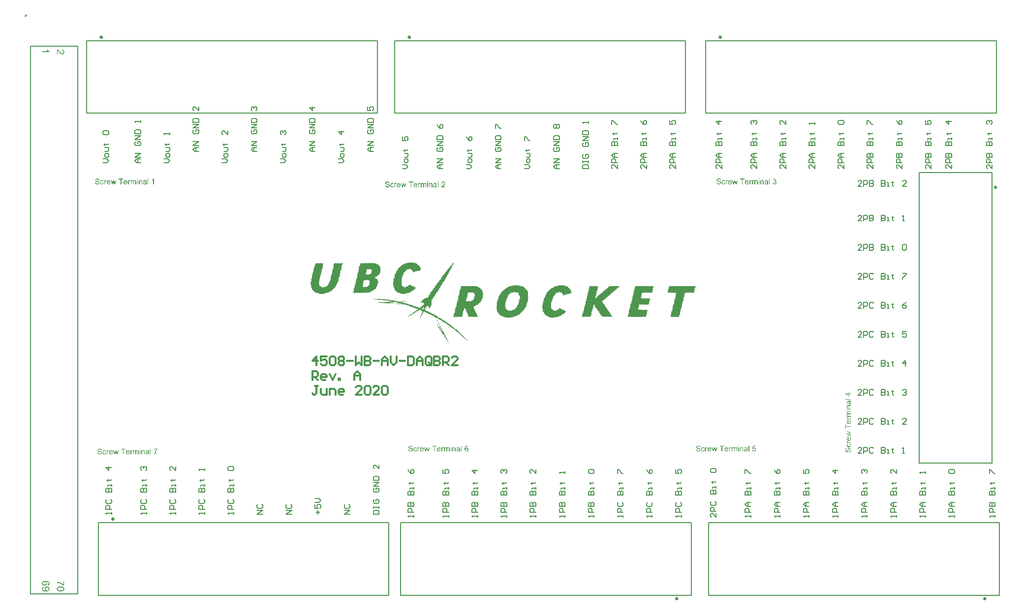
<source format=gto>
G04*
G04 #@! TF.GenerationSoftware,Altium Limited,Altium Designer,20.0.11 (256)*
G04*
G04 Layer_Color=65535*
%FSLAX25Y25*%
%MOIN*%
G70*
G01*
G75*
%ADD10C,0.01500*%
%ADD11C,0.00500*%
%ADD12C,0.00787*%
%ADD13C,0.01181*%
%ADD14C,0.00787*%
G36*
X221069Y161617D02*
X221322D01*
Y161364D01*
X221575D01*
Y161617D01*
X221828D01*
Y161364D01*
X222081D01*
Y161111D01*
X222334D01*
Y161364D01*
X222588D01*
Y161111D01*
X222841D01*
Y160858D01*
X223600D01*
Y160605D01*
X223853D01*
Y160352D01*
X224106D01*
Y160098D01*
X224359D01*
Y159845D01*
X225119D01*
Y159592D01*
X224866D01*
Y159339D01*
X225119D01*
Y159086D01*
X225372D01*
Y158833D01*
X225625D01*
Y158580D01*
X225878D01*
Y158326D01*
Y158073D01*
Y157820D01*
X226132D01*
Y157567D01*
Y157314D01*
Y157061D01*
X226385D01*
Y156807D01*
Y156554D01*
Y156301D01*
X226132D01*
Y156554D01*
X225878D01*
Y156301D01*
X225625D01*
Y156048D01*
X225372D01*
Y156301D01*
X225119D01*
Y156048D01*
X224359D01*
Y155795D01*
X224106D01*
Y156048D01*
X223853D01*
Y155795D01*
X223600D01*
Y155542D01*
X222334D01*
Y155289D01*
X221575D01*
Y155035D01*
X220816D01*
Y155289D01*
Y155542D01*
Y155795D01*
X220562D01*
Y156048D01*
X220309D01*
Y156301D01*
X220562D01*
Y156554D01*
X219803D01*
Y156807D01*
X219550D01*
Y157061D01*
X219297D01*
Y157314D01*
X219044D01*
Y157061D01*
X218790D01*
Y157314D01*
X218537D01*
Y157061D01*
X218284D01*
Y157314D01*
X218031D01*
Y157061D01*
X217271D01*
Y156807D01*
X217019D01*
Y156554D01*
X216259D01*
Y156301D01*
X216512D01*
Y156048D01*
X215753D01*
Y155795D01*
X216006D01*
Y155542D01*
X215500D01*
Y155289D01*
Y155035D01*
X215247D01*
Y154782D01*
X214993D01*
Y154529D01*
X214740D01*
Y154276D01*
Y154023D01*
Y153770D01*
X214487D01*
Y153517D01*
X214234D01*
Y153263D01*
X214487D01*
Y153010D01*
X214234D01*
Y152757D01*
X213981D01*
Y152504D01*
Y152251D01*
Y151998D01*
X213728D01*
Y151745D01*
X213981D01*
Y151491D01*
X213728D01*
Y151238D01*
X213474D01*
Y150985D01*
X213728D01*
Y150732D01*
X213474D01*
Y150479D01*
X213221D01*
Y150226D01*
X213474D01*
Y149973D01*
X213221D01*
Y149720D01*
X213474D01*
Y149466D01*
X213221D01*
Y149213D01*
X213474D01*
Y148960D01*
X213221D01*
Y148707D01*
X213474D01*
Y148454D01*
X213221D01*
Y148201D01*
X213474D01*
Y147948D01*
X213221D01*
Y147694D01*
X213474D01*
Y147441D01*
X213221D01*
Y147188D01*
X213474D01*
Y146935D01*
X213221D01*
Y146682D01*
X213474D01*
Y146429D01*
X213221D01*
Y146176D01*
X213474D01*
Y145922D01*
X213728D01*
Y145669D01*
X213981D01*
Y145416D01*
X214234D01*
Y145163D01*
X214993D01*
Y144910D01*
X215247D01*
Y144657D01*
X215500D01*
Y144910D01*
X215247D01*
Y145163D01*
X215500D01*
Y144910D01*
X215753D01*
Y144657D01*
X216006D01*
Y144910D01*
X216259D01*
Y145163D01*
X217019D01*
Y145416D01*
X217271D01*
Y145163D01*
X217525D01*
Y145416D01*
X217271D01*
Y145669D01*
X218031D01*
Y145922D01*
X217778D01*
Y146176D01*
X218537D01*
Y146429D01*
X218284D01*
Y146682D01*
X218537D01*
Y146429D01*
X218790D01*
Y146176D01*
X219044D01*
Y146429D01*
X218790D01*
Y146682D01*
X219044D01*
Y146429D01*
X219297D01*
Y146176D01*
X219550D01*
Y145922D01*
X219803D01*
Y145669D01*
X220056D01*
Y145922D01*
X219803D01*
Y146176D01*
X220056D01*
Y145922D01*
X220309D01*
Y145669D01*
X220562D01*
Y145416D01*
X220816D01*
Y145669D01*
X221069D01*
Y145416D01*
X221322D01*
Y145163D01*
X222081D01*
Y144910D01*
X222334D01*
Y144657D01*
X222588D01*
Y144910D01*
X222841D01*
Y144657D01*
X223094D01*
Y144404D01*
X222841D01*
Y144150D01*
X222588D01*
Y143897D01*
X222334D01*
Y143644D01*
X222081D01*
Y143391D01*
X221828D01*
Y143138D01*
X221575D01*
Y142885D01*
X220816D01*
Y142631D01*
X221069D01*
Y142378D01*
X220309D01*
Y142125D01*
X220056D01*
Y141872D01*
X219803D01*
Y141619D01*
X219550D01*
Y141872D01*
X219297D01*
Y141619D01*
X219550D01*
Y141366D01*
X219297D01*
Y141619D01*
X219044D01*
Y141366D01*
X218284D01*
Y141113D01*
X218537D01*
Y140860D01*
X218284D01*
Y141113D01*
X218031D01*
Y140860D01*
X216765D01*
Y140606D01*
X217019D01*
Y140353D01*
X216765D01*
Y140606D01*
X216006D01*
Y140353D01*
X215753D01*
Y140606D01*
X215500D01*
Y140353D01*
X214740D01*
Y140606D01*
X214487D01*
Y140353D01*
X213728D01*
Y140606D01*
X213474D01*
Y140353D01*
X213221D01*
Y140606D01*
X212968D01*
Y140353D01*
X212715D01*
Y140606D01*
X212462D01*
Y140860D01*
X211196D01*
Y141113D01*
X210943D01*
Y141366D01*
X210184D01*
Y141619D01*
X209930D01*
Y141872D01*
X209677D01*
Y142125D01*
X209424D01*
Y142378D01*
X209171D01*
Y142631D01*
X208918D01*
Y142885D01*
X208665D01*
Y143138D01*
Y143391D01*
Y143644D01*
X208412D01*
Y143897D01*
X208158D01*
Y144150D01*
Y144404D01*
Y144657D01*
X207905D01*
Y144910D01*
Y145163D01*
Y145416D01*
X207652D01*
Y145669D01*
X207905D01*
Y145922D01*
X207652D01*
Y146176D01*
Y146429D01*
Y146682D01*
Y146935D01*
Y147188D01*
Y147441D01*
Y147694D01*
Y147948D01*
Y148201D01*
Y148454D01*
Y148707D01*
X207905D01*
Y148960D01*
X207652D01*
Y149213D01*
X207905D01*
Y149466D01*
X207652D01*
Y149720D01*
X207905D01*
Y149973D01*
X207652D01*
Y150226D01*
X207905D01*
Y150479D01*
X207652D01*
Y150732D01*
X208158D01*
Y150985D01*
Y151238D01*
X208412D01*
Y151491D01*
X208158D01*
Y151745D01*
X208412D01*
Y151998D01*
X208158D01*
Y152251D01*
X208412D01*
Y152504D01*
X208665D01*
Y152757D01*
X208918D01*
Y153010D01*
X208665D01*
Y153263D01*
X208918D01*
Y153517D01*
X208665D01*
Y153770D01*
X208918D01*
Y154023D01*
X209171D01*
Y154276D01*
X209424D01*
Y154529D01*
X209171D01*
Y154782D01*
X209424D01*
Y155035D01*
X209677D01*
Y155289D01*
X209930D01*
Y155542D01*
X209677D01*
Y155795D01*
X209930D01*
Y156048D01*
X210184D01*
Y156301D01*
X210437D01*
Y156554D01*
Y156807D01*
X210943D01*
Y157061D01*
X210690D01*
Y157314D01*
X210943D01*
Y157567D01*
X211196D01*
Y157820D01*
X211449D01*
Y158073D01*
X211702D01*
Y158326D01*
X211956D01*
Y158580D01*
X212209D01*
Y158833D01*
X212462D01*
Y159086D01*
X212715D01*
Y158833D01*
X212968D01*
Y159086D01*
X212715D01*
Y159339D01*
X212968D01*
Y159592D01*
X213221D01*
Y159339D01*
X213474D01*
Y159592D01*
X213221D01*
Y159845D01*
X213981D01*
Y160098D01*
X214234D01*
Y160352D01*
X214993D01*
Y160605D01*
X215247D01*
Y160858D01*
X216006D01*
Y161111D01*
X216259D01*
Y160858D01*
X216512D01*
Y161111D01*
X216259D01*
Y161364D01*
X216512D01*
Y161111D01*
X216765D01*
Y161364D01*
X217525D01*
Y161617D01*
X217778D01*
Y161364D01*
X218031D01*
Y161617D01*
X218284D01*
Y161364D01*
X218537D01*
Y161617D01*
X218790D01*
Y161870D01*
X219044D01*
Y161617D01*
X219297D01*
Y161364D01*
X219550D01*
Y161617D01*
X219297D01*
Y161870D01*
X219550D01*
Y161617D01*
X219803D01*
Y161870D01*
X220056D01*
Y161617D01*
X220309D01*
Y161364D01*
X220562D01*
Y161617D01*
X220309D01*
Y161870D01*
X220562D01*
Y161617D01*
X220816D01*
Y161364D01*
X221069D01*
Y161617D01*
X220816D01*
Y161870D01*
X221069D01*
Y161617D01*
D02*
G37*
G36*
X172972Y161111D02*
X173225D01*
Y160858D01*
X173478D01*
Y160605D01*
X173225D01*
Y160352D01*
X172972D01*
Y160098D01*
Y159845D01*
Y159592D01*
X172719D01*
Y159339D01*
X172972D01*
Y159086D01*
X172719D01*
Y158833D01*
X172972D01*
Y158580D01*
X172719D01*
Y158326D01*
X172466D01*
Y158073D01*
X172212D01*
Y157820D01*
X172466D01*
Y157567D01*
X172212D01*
Y157314D01*
X172466D01*
Y157061D01*
X172212D01*
Y156807D01*
X172466D01*
Y156554D01*
X172212D01*
Y156301D01*
X171959D01*
Y156048D01*
X172212D01*
Y155795D01*
X171959D01*
Y155542D01*
X171706D01*
Y155289D01*
X171959D01*
Y155035D01*
X171706D01*
Y154782D01*
X171959D01*
Y154529D01*
X171706D01*
Y154276D01*
X171453D01*
Y154023D01*
X171706D01*
Y153770D01*
X171453D01*
Y154023D01*
X171200D01*
Y153770D01*
X171453D01*
Y153517D01*
X171200D01*
Y153263D01*
X171453D01*
Y153010D01*
X171200D01*
Y152757D01*
X171453D01*
Y152504D01*
X171200D01*
Y152251D01*
Y151998D01*
Y151745D01*
X170947D01*
Y151491D01*
X170694D01*
Y151238D01*
X170947D01*
Y150985D01*
X170694D01*
Y150732D01*
X170947D01*
Y150479D01*
X170694D01*
Y150226D01*
X170440D01*
Y149973D01*
Y149720D01*
Y149466D01*
Y149213D01*
Y148960D01*
X170187D01*
Y148707D01*
Y148454D01*
Y148201D01*
X169934D01*
Y147948D01*
X169681D01*
Y147694D01*
X169934D01*
Y147441D01*
X169681D01*
Y147188D01*
X169428D01*
Y146935D01*
X169175D01*
Y146682D01*
X169428D01*
Y146429D01*
X169175D01*
Y146176D01*
X168921D01*
Y145922D01*
X168668D01*
Y145669D01*
X168921D01*
Y145416D01*
X168415D01*
Y145163D01*
Y144910D01*
X168162D01*
Y144657D01*
X167909D01*
Y144404D01*
X167656D01*
Y144150D01*
X167403D01*
Y143897D01*
X167149D01*
Y143644D01*
X166896D01*
Y143391D01*
X166643D01*
Y143138D01*
X166390D01*
Y142885D01*
X166137D01*
Y142631D01*
X165884D01*
Y142378D01*
X165124D01*
Y142125D01*
X164871D01*
Y141872D01*
X164618D01*
Y141619D01*
X164365D01*
Y141872D01*
X164112D01*
Y141619D01*
X164365D01*
Y141366D01*
X164112D01*
Y141619D01*
X163859D01*
Y141366D01*
X163605D01*
Y141113D01*
X163352D01*
Y141366D01*
X163099D01*
Y141113D01*
X162846D01*
Y140860D01*
X162593D01*
Y141113D01*
X162340D01*
Y140860D01*
X161580D01*
Y140606D01*
X161327D01*
Y140860D01*
X161074D01*
Y140606D01*
X161327D01*
Y140353D01*
X161074D01*
Y140606D01*
X160821D01*
Y140353D01*
X160568D01*
Y140606D01*
X160315D01*
Y140353D01*
X160062D01*
Y140606D01*
X159808D01*
Y140353D01*
X159049D01*
Y140606D01*
X158796D01*
Y140353D01*
X158036D01*
Y140606D01*
X157783D01*
Y140353D01*
X157530D01*
Y140606D01*
X157277D01*
Y140860D01*
X157024D01*
Y140606D01*
X157277D01*
Y140353D01*
X157024D01*
Y140606D01*
X156771D01*
Y140860D01*
X155505D01*
Y141113D01*
X155252D01*
Y141366D01*
X154492D01*
Y141619D01*
X154239D01*
Y141872D01*
X153986D01*
Y142125D01*
X153733D01*
Y142378D01*
X153480D01*
Y142631D01*
X153227D01*
Y142885D01*
X152974D01*
Y143138D01*
X152720D01*
Y143391D01*
X152467D01*
Y143644D01*
X152720D01*
Y143897D01*
X152467D01*
Y144150D01*
X152214D01*
Y144404D01*
X151961D01*
Y144657D01*
X152214D01*
Y144910D01*
X151961D01*
Y145163D01*
X152214D01*
Y145416D01*
X151961D01*
Y145669D01*
X152214D01*
Y145922D01*
X151961D01*
Y146176D01*
X151708D01*
Y146429D01*
X151961D01*
Y146682D01*
X151708D01*
Y146935D01*
X151961D01*
Y147188D01*
X151708D01*
Y147441D01*
X151961D01*
Y147694D01*
X151708D01*
Y147948D01*
X151961D01*
Y148201D01*
X151708D01*
Y148454D01*
X151961D01*
Y148707D01*
X152214D01*
Y148960D01*
X151961D01*
Y149213D01*
X152214D01*
Y149466D01*
X151961D01*
Y149720D01*
X152214D01*
Y149973D01*
X151961D01*
Y150226D01*
X152214D01*
Y150479D01*
X151961D01*
Y150732D01*
X152214D01*
Y150985D01*
X152467D01*
Y151238D01*
X152720D01*
Y151491D01*
X152467D01*
Y151745D01*
X152720D01*
Y151998D01*
X152467D01*
Y152251D01*
X152720D01*
Y152504D01*
Y152757D01*
Y153010D01*
X152974D01*
Y152757D01*
X153227D01*
Y153010D01*
X152974D01*
Y153263D01*
Y153517D01*
Y153770D01*
X153227D01*
Y154023D01*
X152974D01*
Y154276D01*
X153227D01*
Y154529D01*
X152974D01*
Y154782D01*
X153227D01*
Y155035D01*
X153480D01*
Y155289D01*
Y155542D01*
Y155795D01*
X153733D01*
Y156048D01*
X153480D01*
Y156301D01*
X153733D01*
Y156554D01*
Y156807D01*
Y157061D01*
X153986D01*
Y157314D01*
Y157567D01*
Y157820D01*
X154239D01*
Y158073D01*
X153986D01*
Y158326D01*
X154239D01*
Y158580D01*
Y158833D01*
Y159086D01*
X154492D01*
Y159339D01*
Y159592D01*
Y159845D01*
X154746D01*
Y160098D01*
X154492D01*
Y160352D01*
X154746D01*
Y160605D01*
Y160858D01*
Y161111D01*
X154999D01*
Y160858D01*
X155252D01*
Y161111D01*
X154999D01*
Y161364D01*
X155252D01*
Y161111D01*
X155505D01*
Y160858D01*
X155758D01*
Y161111D01*
X155505D01*
Y161364D01*
X155758D01*
Y161111D01*
X156011D01*
Y160858D01*
X156264D01*
Y161111D01*
X156011D01*
Y161364D01*
X156264D01*
Y161111D01*
X156518D01*
Y161364D01*
X156771D01*
Y161111D01*
X157024D01*
Y160858D01*
X157277D01*
Y161111D01*
X157024D01*
Y161364D01*
X157277D01*
Y161111D01*
X157530D01*
Y160858D01*
X157783D01*
Y161111D01*
X157530D01*
Y161364D01*
X157783D01*
Y161111D01*
X158036D01*
Y160858D01*
X158290D01*
Y161111D01*
X158036D01*
Y161364D01*
X158290D01*
Y161111D01*
X158543D01*
Y161364D01*
X158796D01*
Y161111D01*
X159049D01*
Y160858D01*
X159302D01*
Y161111D01*
X159049D01*
Y161364D01*
X159302D01*
Y161111D01*
X159555D01*
Y160858D01*
X159808D01*
Y161111D01*
X159555D01*
Y161364D01*
X159808D01*
Y161111D01*
X160062D01*
Y160858D01*
X160315D01*
Y160605D01*
X160062D01*
Y160352D01*
X160315D01*
Y160098D01*
X160062D01*
Y159845D01*
X160315D01*
Y159592D01*
X160062D01*
Y159339D01*
X159808D01*
Y159086D01*
X160062D01*
Y158833D01*
X159808D01*
Y158580D01*
X159555D01*
Y158326D01*
X159808D01*
Y158073D01*
X159555D01*
Y157820D01*
X159808D01*
Y157567D01*
X159555D01*
Y157314D01*
X159302D01*
Y157061D01*
X159049D01*
Y156807D01*
X159302D01*
Y156554D01*
X159049D01*
Y156301D01*
X159302D01*
Y156048D01*
X159049D01*
Y155795D01*
X159302D01*
Y155542D01*
X159049D01*
Y155289D01*
Y155035D01*
Y154782D01*
X158796D01*
Y154529D01*
X158543D01*
Y154276D01*
X158796D01*
Y154023D01*
X158543D01*
Y153770D01*
X158796D01*
Y153517D01*
X158543D01*
Y153263D01*
X158290D01*
Y153010D01*
Y152757D01*
Y152504D01*
Y152251D01*
Y151998D01*
X158036D01*
Y151745D01*
X158290D01*
Y151491D01*
X158036D01*
Y151238D01*
Y150985D01*
Y150732D01*
X157783D01*
Y150479D01*
X157530D01*
Y150226D01*
X157783D01*
Y149973D01*
X157530D01*
Y149720D01*
X157783D01*
Y149466D01*
X157530D01*
Y149213D01*
Y148960D01*
Y148707D01*
Y148454D01*
Y148201D01*
X157277D01*
Y147948D01*
Y147694D01*
Y147441D01*
X157530D01*
Y147188D01*
X157277D01*
Y146935D01*
X157530D01*
Y146682D01*
Y146429D01*
Y146176D01*
X157783D01*
Y145922D01*
X157530D01*
Y145669D01*
X157783D01*
Y145416D01*
X158036D01*
Y145163D01*
X158290D01*
Y145416D01*
X158036D01*
Y145669D01*
X158290D01*
Y145416D01*
X158543D01*
Y145163D01*
X158796D01*
Y144910D01*
X159049D01*
Y144657D01*
X159302D01*
Y144910D01*
X159049D01*
Y145163D01*
X159302D01*
Y144910D01*
X159555D01*
Y144657D01*
X159808D01*
Y144910D01*
X159555D01*
Y145163D01*
X159808D01*
Y144910D01*
X160062D01*
Y144657D01*
X160315D01*
Y144910D01*
X160568D01*
Y145163D01*
X160821D01*
Y144910D01*
X161074D01*
Y144657D01*
X161327D01*
Y144910D01*
X161074D01*
Y145163D01*
X161327D01*
Y144910D01*
X161580D01*
Y145163D01*
X162340D01*
Y145416D01*
X162087D01*
Y145669D01*
X162340D01*
Y145416D01*
X162593D01*
Y145669D01*
X162846D01*
Y145922D01*
X163099D01*
Y146176D01*
X163352D01*
Y146429D01*
X163099D01*
Y146682D01*
X163352D01*
Y146429D01*
X163605D01*
Y146682D01*
X163859D01*
Y146935D01*
X163605D01*
Y147188D01*
X163859D01*
Y147441D01*
X164112D01*
Y147694D01*
X164365D01*
Y147948D01*
X164112D01*
Y148201D01*
X164365D01*
Y148454D01*
X164618D01*
Y148707D01*
X164871D01*
Y148960D01*
X164618D01*
Y149213D01*
X164871D01*
Y149466D01*
Y149720D01*
Y149973D01*
X165124D01*
Y149720D01*
X165377D01*
Y149973D01*
X165124D01*
Y150226D01*
Y150479D01*
Y150732D01*
X165377D01*
Y150985D01*
X165124D01*
Y151238D01*
X165377D01*
Y151491D01*
X165124D01*
Y151745D01*
X165377D01*
Y151998D01*
X165631D01*
Y152251D01*
Y152504D01*
Y152757D01*
X165884D01*
Y153010D01*
X165631D01*
Y153263D01*
X165884D01*
Y153517D01*
Y153770D01*
Y154023D01*
X166137D01*
Y154276D01*
Y154529D01*
Y154782D01*
X166390D01*
Y155035D01*
X166137D01*
Y155289D01*
X166390D01*
Y155542D01*
X166137D01*
Y155795D01*
X166390D01*
Y156048D01*
X166643D01*
Y156301D01*
Y156554D01*
Y156807D01*
X166896D01*
Y157061D01*
X166643D01*
Y157314D01*
X166896D01*
Y157567D01*
Y157820D01*
Y158073D01*
X167149D01*
Y158326D01*
Y158580D01*
Y158833D01*
X167403D01*
Y159086D01*
X167149D01*
Y159339D01*
X167403D01*
Y159592D01*
X167149D01*
Y159845D01*
X167403D01*
Y160098D01*
X167656D01*
Y160352D01*
X167403D01*
Y160605D01*
X167656D01*
Y160858D01*
X167909D01*
Y161111D01*
X167656D01*
Y161364D01*
X167909D01*
Y161111D01*
X168162D01*
Y160858D01*
X168415D01*
Y161111D01*
X168162D01*
Y161364D01*
X168415D01*
Y161111D01*
X168668D01*
Y161364D01*
X168921D01*
Y161111D01*
X169175D01*
Y160858D01*
X169428D01*
Y161111D01*
X169175D01*
Y161364D01*
X169428D01*
Y161111D01*
X169681D01*
Y160858D01*
X169934D01*
Y161111D01*
X169681D01*
Y161364D01*
X169934D01*
Y161111D01*
X170187D01*
Y160858D01*
X170440D01*
Y161111D01*
X170187D01*
Y161364D01*
X170440D01*
Y161111D01*
X170694D01*
Y161364D01*
X170947D01*
Y161111D01*
X171200D01*
Y160858D01*
X171453D01*
Y161111D01*
X171200D01*
Y161364D01*
X171453D01*
Y161111D01*
X171706D01*
Y160858D01*
X171959D01*
Y161111D01*
X171706D01*
Y161364D01*
X171959D01*
Y161111D01*
X172212D01*
Y160858D01*
X172466D01*
Y161111D01*
X172212D01*
Y161364D01*
X172466D01*
Y161111D01*
X172719D01*
Y161364D01*
X172972D01*
Y161111D01*
D02*
G37*
G36*
X248661Y161364D02*
X248914D01*
Y161111D01*
X248661D01*
Y160858D01*
X248408D01*
Y161111D01*
X248155D01*
Y161364D01*
X248408D01*
Y161617D01*
X248661D01*
Y161364D01*
D02*
G37*
G36*
X194236Y161111D02*
X194489D01*
Y160858D01*
X194742D01*
Y161111D01*
X194995D01*
Y160858D01*
X196261D01*
Y160605D01*
X196514D01*
Y160352D01*
X197273D01*
Y160098D01*
X197527D01*
Y159845D01*
X197780D01*
Y159592D01*
X198033D01*
Y159339D01*
X198286D01*
Y159086D01*
Y158833D01*
X198792D01*
Y158580D01*
X198539D01*
Y158326D01*
X198792D01*
Y158073D01*
X198539D01*
Y157820D01*
X199045D01*
Y157567D01*
Y157314D01*
Y157061D01*
Y156807D01*
Y156554D01*
Y156301D01*
Y156048D01*
Y155795D01*
Y155542D01*
Y155289D01*
X198792D01*
Y155035D01*
X198539D01*
Y154782D01*
X198792D01*
Y154529D01*
X198539D01*
Y154276D01*
X198286D01*
Y154023D01*
X198033D01*
Y153770D01*
X198286D01*
Y153517D01*
X198033D01*
Y153263D01*
X197780D01*
Y153010D01*
X197527D01*
Y152757D01*
X197273D01*
Y152504D01*
X196514D01*
Y152251D01*
X196261D01*
Y151998D01*
X195501D01*
Y151745D01*
X195248D01*
Y151491D01*
X194995D01*
Y151238D01*
X195755D01*
Y150985D01*
X196008D01*
Y150732D01*
X196261D01*
Y150479D01*
X196514D01*
Y150226D01*
X196767D01*
Y149973D01*
X197020D01*
Y149720D01*
X197273D01*
Y149466D01*
X197020D01*
Y149213D01*
X197273D01*
Y148960D01*
X197527D01*
Y148707D01*
X197780D01*
Y148454D01*
X197527D01*
Y148707D01*
X197273D01*
Y148454D01*
X197527D01*
Y148201D01*
X197273D01*
Y147948D01*
X197527D01*
Y147694D01*
X197273D01*
Y147441D01*
X197020D01*
Y147188D01*
X197273D01*
Y146935D01*
X197020D01*
Y146682D01*
X197273D01*
Y146429D01*
X197020D01*
Y146176D01*
X196767D01*
Y145922D01*
X196514D01*
Y145669D01*
X196767D01*
Y145416D01*
X196514D01*
Y145163D01*
X196261D01*
Y144910D01*
X196008D01*
Y144657D01*
X196261D01*
Y144404D01*
X196008D01*
Y144150D01*
X195755D01*
Y143897D01*
X195501D01*
Y143644D01*
X195248D01*
Y143391D01*
X194995D01*
Y143138D01*
X194742D01*
Y142885D01*
X193983D01*
Y142631D01*
X193729D01*
Y142378D01*
X193476D01*
Y142125D01*
X193223D01*
Y142378D01*
X192970D01*
Y142125D01*
X193223D01*
Y141872D01*
X192970D01*
Y142125D01*
X192717D01*
Y141872D01*
X192464D01*
Y141619D01*
X192210D01*
Y141872D01*
X191957D01*
Y141619D01*
X192210D01*
Y141366D01*
X191957D01*
Y141619D01*
X191704D01*
Y141366D01*
X190945D01*
Y141113D01*
X190692D01*
Y141366D01*
X190439D01*
Y141113D01*
X190185D01*
Y141366D01*
X189932D01*
Y141113D01*
X190185D01*
Y140860D01*
X189932D01*
Y141113D01*
X189679D01*
Y140860D01*
X189426D01*
Y141113D01*
X189173D01*
Y140860D01*
X188920D01*
Y141113D01*
X188667D01*
Y140860D01*
X188413D01*
Y141113D01*
X188160D01*
Y140860D01*
X187907D01*
Y141113D01*
X187654D01*
Y140860D01*
X186895D01*
Y141113D01*
X186642D01*
Y140860D01*
X185882D01*
Y141113D01*
X185629D01*
Y140860D01*
X184870D01*
Y141113D01*
X184616D01*
Y140860D01*
X184363D01*
Y141113D01*
X184110D01*
Y140860D01*
X183857D01*
Y141113D01*
X183604D01*
Y140860D01*
X182844D01*
Y141113D01*
X182591D01*
Y140860D01*
X181832D01*
Y141113D01*
X181579D01*
Y140860D01*
X180819D01*
Y141113D01*
X180566D01*
Y141366D01*
X180313D01*
Y141619D01*
X180566D01*
Y141872D01*
X180819D01*
Y142125D01*
X180566D01*
Y142378D01*
X180819D01*
Y142631D01*
X181072D01*
Y142885D01*
X180819D01*
Y143138D01*
X181072D01*
Y143391D01*
X180819D01*
Y143644D01*
X181072D01*
Y143897D01*
Y144150D01*
Y144404D01*
X181325D01*
Y144657D01*
X181579D01*
Y144910D01*
X181325D01*
Y145163D01*
X181579D01*
Y145416D01*
X181325D01*
Y145669D01*
X181579D01*
Y145922D01*
Y146176D01*
Y146429D01*
X181832D01*
Y146682D01*
Y146935D01*
Y147188D01*
X182085D01*
Y147441D01*
X181832D01*
Y147694D01*
X182085D01*
Y147948D01*
Y148201D01*
Y148454D01*
X182338D01*
Y148707D01*
Y148960D01*
Y149213D01*
X182591D01*
Y149466D01*
X182338D01*
Y149720D01*
X182591D01*
Y149973D01*
Y150226D01*
Y150479D01*
X182844D01*
Y150732D01*
Y150985D01*
Y151238D01*
X183098D01*
Y151491D01*
X182844D01*
Y151745D01*
X183098D01*
Y151998D01*
Y152251D01*
Y152504D01*
X183351D01*
Y152757D01*
X183604D01*
Y153010D01*
X183351D01*
Y153263D01*
X183604D01*
Y153517D01*
X183351D01*
Y153770D01*
X183604D01*
Y154023D01*
Y154276D01*
Y154529D01*
X183351D01*
Y154782D01*
X183604D01*
Y154529D01*
X183857D01*
Y154782D01*
Y155035D01*
Y155289D01*
X184110D01*
Y155542D01*
X183857D01*
Y155795D01*
X184110D01*
Y156048D01*
X183857D01*
Y156301D01*
X184110D01*
Y156554D01*
X184363D01*
Y156807D01*
X184110D01*
Y157061D01*
X184363D01*
Y157314D01*
X184616D01*
Y157567D01*
X184363D01*
Y157820D01*
X184616D01*
Y158073D01*
X184363D01*
Y158326D01*
X184616D01*
Y158580D01*
X184363D01*
Y158833D01*
X184616D01*
Y159086D01*
X184870D01*
Y159339D01*
X185123D01*
Y159592D01*
X184870D01*
Y159845D01*
X185123D01*
Y160098D01*
X184870D01*
Y160352D01*
X185123D01*
Y160605D01*
Y160858D01*
Y161111D01*
X185376D01*
Y160858D01*
X185629D01*
Y161111D01*
X185376D01*
Y161364D01*
X185629D01*
Y161111D01*
X185882D01*
Y160858D01*
X186135D01*
Y161111D01*
X185882D01*
Y161364D01*
X186135D01*
Y161111D01*
X186388D01*
Y160858D01*
X186642D01*
Y161111D01*
X186388D01*
Y161364D01*
X186642D01*
Y161111D01*
X186895D01*
Y161364D01*
X187148D01*
Y161111D01*
X187401D01*
Y160858D01*
X187654D01*
Y161111D01*
X187401D01*
Y161364D01*
X187654D01*
Y161111D01*
X187907D01*
Y160858D01*
X188160D01*
Y161111D01*
X187907D01*
Y161364D01*
X188160D01*
Y161111D01*
X188413D01*
Y160858D01*
X188667D01*
Y161111D01*
X188413D01*
Y161364D01*
X188667D01*
Y161111D01*
X188920D01*
Y161364D01*
X189173D01*
Y161111D01*
X189426D01*
Y160858D01*
X189679D01*
Y161111D01*
X189426D01*
Y161364D01*
X189679D01*
Y161111D01*
X189932D01*
Y160858D01*
X190185D01*
Y161111D01*
X189932D01*
Y161364D01*
X190185D01*
Y161111D01*
X190439D01*
Y160858D01*
X190692D01*
Y161111D01*
X190439D01*
Y161364D01*
X190692D01*
Y161111D01*
X190945D01*
Y161364D01*
X191198D01*
Y161111D01*
X191451D01*
Y160858D01*
X191704D01*
Y161111D01*
X191451D01*
Y161364D01*
X191704D01*
Y161111D01*
X191957D01*
Y160858D01*
X192210D01*
Y161111D01*
X191957D01*
Y161364D01*
X192210D01*
Y161111D01*
X192464D01*
Y160858D01*
X192717D01*
Y161111D01*
X192464D01*
Y161364D01*
X192717D01*
Y161111D01*
X192970D01*
Y161364D01*
X193223D01*
Y161111D01*
X193476D01*
Y160858D01*
X193729D01*
Y161111D01*
X193476D01*
Y161364D01*
X193729D01*
Y161111D01*
X193983D01*
Y160858D01*
X194236D01*
Y161111D01*
X193983D01*
Y161364D01*
X194236D01*
Y161111D01*
D02*
G37*
G36*
X248155Y160858D02*
X248408D01*
Y160605D01*
X248155D01*
Y160352D01*
X248408D01*
Y160098D01*
X248155D01*
Y159845D01*
X247902D01*
Y159592D01*
X247649D01*
Y159339D01*
X247902D01*
Y159086D01*
X247649D01*
Y158833D01*
X247395D01*
Y158580D01*
X247142D01*
Y158326D01*
Y158073D01*
Y157820D01*
X246889D01*
Y157567D01*
X246636D01*
Y157314D01*
X246889D01*
Y157061D01*
X246130D01*
Y156807D01*
X246383D01*
Y156554D01*
X246130D01*
Y156301D01*
X245877D01*
Y156048D01*
Y155795D01*
Y155542D01*
X245623D01*
Y155289D01*
X245370D01*
Y155035D01*
X245117D01*
Y154782D01*
X245370D01*
Y154529D01*
X245117D01*
Y154276D01*
X244864D01*
Y154023D01*
X244611D01*
Y153770D01*
X244864D01*
Y153517D01*
X244611D01*
Y153263D01*
X244358D01*
Y153010D01*
X244105D01*
Y152757D01*
X244358D01*
Y152504D01*
X243851D01*
Y152251D01*
Y151998D01*
X243598D01*
Y151745D01*
Y151491D01*
X243345D01*
Y151238D01*
Y150985D01*
X243092D01*
Y150732D01*
X242839D01*
Y150479D01*
X242586D01*
Y150226D01*
X242839D01*
Y149973D01*
X242586D01*
Y149720D01*
X242333D01*
Y149466D01*
X242079D01*
Y149213D01*
Y148960D01*
X241826D01*
Y148707D01*
Y148454D01*
X241573D01*
Y148201D01*
X241320D01*
Y147948D01*
X241067D01*
Y147694D01*
X241320D01*
Y147441D01*
X241067D01*
Y147188D01*
X240814D01*
Y146935D01*
X240561D01*
Y146682D01*
Y146429D01*
X240307D01*
Y146176D01*
Y145922D01*
X240054D01*
Y145669D01*
X239801D01*
Y145416D01*
X239548D01*
Y145163D01*
X239801D01*
Y144910D01*
X239295D01*
Y144657D01*
Y144404D01*
X239042D01*
Y144150D01*
X238789D01*
Y143897D01*
X238535D01*
Y143644D01*
X238789D01*
Y143391D01*
X238535D01*
Y143138D01*
X238282D01*
Y142885D01*
X238029D01*
Y142631D01*
X238282D01*
Y142378D01*
X238029D01*
Y142631D01*
X237776D01*
Y142378D01*
X237523D01*
Y142125D01*
X237776D01*
Y141872D01*
X237523D01*
Y141619D01*
X237270D01*
Y141872D01*
X237017D01*
Y141619D01*
X237270D01*
Y141366D01*
X237017D01*
Y141113D01*
X236764D01*
Y140860D01*
X236510D01*
Y140606D01*
X236764D01*
Y140353D01*
X236510D01*
Y140100D01*
X236257D01*
Y139847D01*
X236004D01*
Y139594D01*
Y139341D01*
X235498D01*
Y139088D01*
X235751D01*
Y138834D01*
X235498D01*
Y138581D01*
X235245D01*
Y138328D01*
X234992D01*
Y138075D01*
X234738D01*
Y137822D01*
X234485D01*
Y137569D01*
X234738D01*
Y137316D01*
X234485D01*
Y137063D01*
X234232D01*
Y136809D01*
X233979D01*
Y136556D01*
X234232D01*
Y136303D01*
X233979D01*
Y136556D01*
X233726D01*
Y136303D01*
X233473D01*
Y136050D01*
X233726D01*
Y135797D01*
X233473D01*
Y135544D01*
X233726D01*
Y135291D01*
X233473D01*
Y135037D01*
X233726D01*
Y134784D01*
X233473D01*
Y134531D01*
X233726D01*
Y134278D01*
X233473D01*
Y134025D01*
X233726D01*
Y133772D01*
X233473D01*
Y133519D01*
X233726D01*
Y133265D01*
X233473D01*
Y133012D01*
X233726D01*
Y132759D01*
X233473D01*
Y133012D01*
X233220D01*
Y132759D01*
X233473D01*
Y132506D01*
X233220D01*
Y132253D01*
X232966D01*
Y132000D01*
X233220D01*
Y131746D01*
X232966D01*
Y131493D01*
X232713D01*
Y131240D01*
X232460D01*
Y130987D01*
X232713D01*
Y130734D01*
X232460D01*
Y130481D01*
X232207D01*
Y130734D01*
X231954D01*
Y130987D01*
X231701D01*
Y131240D01*
X231448D01*
Y131493D01*
X231701D01*
Y131746D01*
X231448D01*
Y132000D01*
X231194D01*
Y132253D01*
X230435D01*
Y132000D01*
X230688D01*
Y131746D01*
X229929D01*
Y131493D01*
X229676D01*
Y131240D01*
X229422D01*
Y130987D01*
X229676D01*
Y130734D01*
X229422D01*
Y130481D01*
X229169D01*
Y130228D01*
X228916D01*
Y129974D01*
X229169D01*
Y129721D01*
X228916D01*
Y129468D01*
X229169D01*
Y129215D01*
X229422D01*
Y128962D01*
X230182D01*
Y128709D01*
X230435D01*
Y128456D01*
X231194D01*
Y128202D01*
X231448D01*
Y127949D01*
X232207D01*
Y127696D01*
X232460D01*
Y127443D01*
X233220D01*
Y127190D01*
X233473D01*
Y126937D01*
X234232D01*
Y126684D01*
X234485D01*
Y126430D01*
X235498D01*
Y126177D01*
Y125924D01*
X236257D01*
Y125671D01*
X236510D01*
Y125418D01*
X236764D01*
Y125165D01*
X237017D01*
Y125418D01*
X237270D01*
Y125165D01*
X237523D01*
Y124912D01*
X237776D01*
Y124659D01*
X238029D01*
Y124405D01*
X238789D01*
Y124152D01*
X239042D01*
Y123899D01*
X239801D01*
Y123646D01*
X240054D01*
Y123393D01*
X240307D01*
Y123140D01*
X240561D01*
Y122887D01*
X241320D01*
Y122633D01*
X241573D01*
Y122380D01*
X241826D01*
Y122127D01*
X242079D01*
Y121874D01*
X242333D01*
Y122127D01*
X242079D01*
Y122380D01*
X242333D01*
Y122127D01*
X242586D01*
Y121874D01*
X242839D01*
Y121621D01*
X243092D01*
Y121368D01*
X243851D01*
Y121115D01*
X244105D01*
Y120861D01*
X244358D01*
Y120608D01*
X244611D01*
Y120355D01*
X244864D01*
Y120102D01*
X245117D01*
Y119849D01*
X245877D01*
Y119596D01*
X246130D01*
Y119343D01*
X246383D01*
Y119089D01*
X246636D01*
Y118836D01*
X246889D01*
Y118583D01*
X247142D01*
Y118330D01*
X247902D01*
Y118077D01*
X248155D01*
Y117824D01*
X248408D01*
Y117570D01*
X248661D01*
Y117317D01*
X248914D01*
Y117064D01*
X249167D01*
Y116811D01*
X249421D01*
Y116558D01*
X249674D01*
Y116305D01*
X250433D01*
Y116052D01*
X250686D01*
Y115798D01*
X250939D01*
Y115545D01*
X251193D01*
Y115292D01*
X251446D01*
Y115039D01*
X251699D01*
Y114786D01*
X251952D01*
Y114533D01*
X252205D01*
Y114280D01*
X252458D01*
Y114027D01*
X252711D01*
Y113773D01*
X252964D01*
Y113520D01*
X253218D01*
Y113267D01*
X253471D01*
Y113014D01*
X253724D01*
Y112761D01*
X253977D01*
Y112508D01*
X254230D01*
Y112255D01*
X254483D01*
Y112002D01*
X254736D01*
Y111748D01*
X254990D01*
Y111495D01*
X255243D01*
Y111242D01*
X255496D01*
Y110989D01*
X255749D01*
Y110736D01*
X256002D01*
Y110483D01*
X256255D01*
Y110230D01*
X256508D01*
Y109976D01*
X256762D01*
Y109723D01*
X257015D01*
Y109470D01*
X257268D01*
Y109217D01*
X257521D01*
Y108964D01*
X257774D01*
Y108711D01*
X258027D01*
Y108457D01*
X257774D01*
Y108711D01*
X257521D01*
Y108964D01*
X257268D01*
Y109217D01*
X257015D01*
Y109470D01*
X256762D01*
Y109723D01*
X256508D01*
Y109976D01*
X255749D01*
Y110230D01*
X256002D01*
Y110483D01*
X255243D01*
Y110736D01*
Y110989D01*
X254736D01*
Y111242D01*
Y111495D01*
X254230D01*
Y111748D01*
X253977D01*
Y112002D01*
X253724D01*
Y112255D01*
X253471D01*
Y112508D01*
X253218D01*
Y112761D01*
X252964D01*
Y113014D01*
X252711D01*
Y113267D01*
X252458D01*
Y113520D01*
X252205D01*
Y113773D01*
X251952D01*
Y114027D01*
X251193D01*
Y114280D01*
X251446D01*
Y114533D01*
X250686D01*
Y114786D01*
X250433D01*
Y115039D01*
X250180D01*
Y115292D01*
X249927D01*
Y115545D01*
X249674D01*
Y115798D01*
X249421D01*
Y116052D01*
X249167D01*
Y116305D01*
X248914D01*
Y116558D01*
X248155D01*
Y116811D01*
X247902D01*
Y117064D01*
X247649D01*
Y117317D01*
X247395D01*
Y117570D01*
X247142D01*
Y117824D01*
X246889D01*
Y118077D01*
X246636D01*
Y117824D01*
X246889D01*
Y117570D01*
X246636D01*
Y117824D01*
X246383D01*
Y118077D01*
X246130D01*
Y118330D01*
X245877D01*
Y118583D01*
X245623D01*
Y118836D01*
X245370D01*
Y119089D01*
X244611D01*
Y119343D01*
X244358D01*
Y119596D01*
X244105D01*
Y119849D01*
X243851D01*
Y120102D01*
X243092D01*
Y120355D01*
X242839D01*
Y120608D01*
X242586D01*
Y120861D01*
X242333D01*
Y121115D01*
X241573D01*
Y121368D01*
X241320D01*
Y121621D01*
X241067D01*
Y121874D01*
X240814D01*
Y122127D01*
X240561D01*
Y121874D01*
X240814D01*
Y121621D01*
X240561D01*
Y121874D01*
X240307D01*
Y122127D01*
X240054D01*
Y122380D01*
X239801D01*
Y122633D01*
X239042D01*
Y122887D01*
X238789D01*
Y123140D01*
X238535D01*
Y123393D01*
X238282D01*
Y123646D01*
X237523D01*
Y123899D01*
X237270D01*
Y124152D01*
X236510D01*
Y123899D01*
X236764D01*
Y123646D01*
X237017D01*
Y123393D01*
X237270D01*
Y123140D01*
X237017D01*
Y123393D01*
X236764D01*
Y123646D01*
X236510D01*
Y123899D01*
X236257D01*
Y124152D01*
X236004D01*
Y124405D01*
X236257D01*
Y124659D01*
X235498D01*
Y124912D01*
X235245D01*
Y125165D01*
X234992D01*
Y125418D01*
X234738D01*
Y125165D01*
X234485D01*
Y125418D01*
X234232D01*
Y125671D01*
X233979D01*
Y125924D01*
X233726D01*
Y126177D01*
X233473D01*
Y125924D01*
X233726D01*
Y125671D01*
X233473D01*
Y125924D01*
X233220D01*
Y126177D01*
X232966D01*
Y126430D01*
X232713D01*
Y126177D01*
X232460D01*
Y126430D01*
X232207D01*
Y126684D01*
X231448D01*
Y126937D01*
X231194D01*
Y127190D01*
X230435D01*
Y127443D01*
X230182D01*
Y127696D01*
X229422D01*
Y127949D01*
X229169D01*
Y128202D01*
X227904D01*
Y127949D01*
X228157D01*
Y127696D01*
X227904D01*
Y127443D01*
X227650D01*
Y127190D01*
X227397D01*
Y126937D01*
X227650D01*
Y126684D01*
X227397D01*
Y126430D01*
X227144D01*
Y126177D01*
X226891D01*
Y125924D01*
Y125671D01*
Y125418D01*
X226638D01*
Y125165D01*
X226385D01*
Y124912D01*
X226638D01*
Y124659D01*
X226385D01*
Y124405D01*
X226132D01*
Y124659D01*
X225878D01*
Y124912D01*
X226132D01*
Y125165D01*
Y125418D01*
X226385D01*
Y125671D01*
Y125924D01*
X226638D01*
Y126177D01*
X226385D01*
Y126430D01*
X226638D01*
Y126684D01*
X226891D01*
Y126937D01*
Y127190D01*
Y127443D01*
X227144D01*
Y127696D01*
Y127949D01*
Y128202D01*
X227397D01*
Y128456D01*
X227650D01*
Y128709D01*
X227397D01*
Y128962D01*
X227144D01*
Y128709D01*
X226891D01*
Y128962D01*
X226638D01*
Y129215D01*
X225878D01*
Y129468D01*
X225625D01*
Y129721D01*
X225372D01*
Y129468D01*
X225625D01*
Y129215D01*
X225372D01*
Y129468D01*
X225119D01*
Y129721D01*
X224866D01*
Y129468D01*
X225119D01*
Y129215D01*
X224359D01*
Y128962D01*
X224613D01*
Y128709D01*
X224359D01*
Y128962D01*
X224106D01*
Y128709D01*
X223853D01*
Y128456D01*
X223600D01*
Y128202D01*
X222841D01*
Y127949D01*
X222588D01*
Y127696D01*
X222334D01*
Y127443D01*
X222081D01*
Y127190D01*
X221322D01*
Y126937D01*
X221069D01*
Y126684D01*
X220816D01*
Y126430D01*
X220562D01*
Y126684D01*
X220309D01*
Y126937D01*
X220562D01*
Y127190D01*
X220816D01*
Y127443D01*
X221069D01*
Y127696D01*
X221322D01*
Y127949D01*
X222081D01*
Y128202D01*
X221828D01*
Y128456D01*
X222588D01*
Y128709D01*
X222841D01*
Y128962D01*
X223094D01*
Y129215D01*
X223347D01*
Y128962D01*
X223600D01*
Y129215D01*
X223347D01*
Y129468D01*
X224106D01*
Y129721D01*
X224359D01*
Y129974D01*
X224106D01*
Y130228D01*
X223347D01*
Y130481D01*
X223094D01*
Y130734D01*
X222841D01*
Y130481D01*
X223094D01*
Y130228D01*
X222841D01*
Y130481D01*
X222588D01*
Y130734D01*
X222334D01*
Y130987D01*
X222081D01*
Y130734D01*
X221828D01*
Y130987D01*
X221575D01*
Y131240D01*
X221322D01*
Y130987D01*
X221069D01*
Y131240D01*
X220816D01*
Y131493D01*
X220562D01*
Y131240D01*
X220309D01*
Y131493D01*
X220056D01*
Y131746D01*
X219297D01*
Y132000D01*
X218537D01*
Y132253D01*
X217778D01*
Y132506D01*
X217525D01*
Y132253D01*
X217271D01*
Y132506D01*
X217019D01*
Y132759D01*
X216259D01*
Y133012D01*
X216006D01*
Y132759D01*
X215753D01*
Y133012D01*
X215500D01*
Y133265D01*
X215247D01*
Y133012D01*
X215500D01*
Y132759D01*
X215247D01*
Y133012D01*
X214993D01*
Y133265D01*
X213728D01*
Y133519D01*
X213474D01*
Y133772D01*
X213221D01*
Y133519D01*
X213474D01*
Y133265D01*
X213221D01*
Y133519D01*
X212968D01*
Y133772D01*
X212715D01*
Y133519D01*
X212968D01*
Y133265D01*
X212715D01*
Y133519D01*
X212462D01*
Y133772D01*
X212209D01*
Y134025D01*
X211956D01*
Y133772D01*
X212209D01*
Y133519D01*
X212462D01*
Y133265D01*
X212209D01*
Y133519D01*
X211956D01*
Y133772D01*
X211702D01*
Y134025D01*
X211449D01*
Y134278D01*
X211196D01*
Y134025D01*
X211449D01*
Y133772D01*
X211702D01*
Y133519D01*
X211956D01*
Y133265D01*
X211702D01*
Y133519D01*
X211449D01*
Y133772D01*
X211196D01*
Y134025D01*
X210943D01*
Y134278D01*
X210184D01*
Y134531D01*
X209930D01*
Y134784D01*
X209677D01*
Y134531D01*
X209930D01*
Y134278D01*
X209677D01*
Y134531D01*
X209424D01*
Y134784D01*
X209171D01*
Y134531D01*
X208918D01*
Y134784D01*
X208665D01*
Y134531D01*
X208412D01*
Y134784D01*
X208158D01*
Y134531D01*
X207905D01*
Y134784D01*
X207652D01*
Y134531D01*
X207905D01*
Y134278D01*
X208158D01*
Y134025D01*
X209930D01*
Y133772D01*
X210184D01*
Y133519D01*
X209930D01*
Y133772D01*
X209677D01*
Y133519D01*
X209930D01*
Y133265D01*
X209677D01*
Y133519D01*
X209424D01*
Y133772D01*
X209171D01*
Y133519D01*
X208918D01*
Y133772D01*
X208665D01*
Y133519D01*
X208412D01*
Y133772D01*
X206133D01*
Y134025D01*
X205880D01*
Y133772D01*
X205627D01*
Y134025D01*
X205374D01*
Y133772D01*
X205121D01*
Y134025D01*
X204868D01*
Y133772D01*
X204614D01*
Y134025D01*
X204361D01*
Y133772D01*
X204108D01*
Y134025D01*
X203855D01*
Y133772D01*
X203602D01*
Y134025D01*
X203349D01*
Y134278D01*
X203096D01*
Y134025D01*
X203349D01*
Y133772D01*
X203096D01*
Y134025D01*
X202842D01*
Y134278D01*
X202589D01*
Y134025D01*
X202842D01*
Y133772D01*
X202589D01*
Y134025D01*
X202336D01*
Y134278D01*
X202083D01*
Y134025D01*
X202336D01*
Y133772D01*
X202083D01*
Y134025D01*
X201830D01*
Y134278D01*
X201577D01*
Y134025D01*
X201324D01*
Y134278D01*
X201070D01*
Y134025D01*
X200817D01*
Y134278D01*
X200564D01*
Y134025D01*
X200311D01*
Y134278D01*
X200058D01*
Y134025D01*
X199805D01*
Y134278D01*
X199045D01*
Y134025D01*
X198792D01*
Y134278D01*
X197527D01*
Y134531D01*
X198286D01*
Y134784D01*
X198539D01*
Y134531D01*
X199299D01*
Y134784D01*
X199552D01*
Y134531D01*
X199805D01*
Y134784D01*
X200058D01*
Y134531D01*
X200311D01*
Y134784D01*
X200058D01*
Y135037D01*
X200311D01*
Y134784D01*
X200564D01*
Y134531D01*
X200817D01*
Y134784D01*
X201070D01*
Y134531D01*
X201324D01*
Y134784D01*
X201070D01*
Y135037D01*
X201324D01*
Y134784D01*
X201577D01*
Y134531D01*
X201830D01*
Y134784D01*
X202083D01*
Y135037D01*
X202336D01*
Y134784D01*
X202589D01*
Y134531D01*
X202842D01*
Y134784D01*
X202589D01*
Y135037D01*
X202842D01*
Y134784D01*
X203096D01*
Y135037D01*
X203349D01*
Y134784D01*
X203602D01*
Y135037D01*
X203855D01*
Y134784D01*
X204108D01*
Y135037D01*
X204361D01*
Y134784D01*
X204614D01*
Y135037D01*
X204868D01*
Y134784D01*
X205121D01*
Y135037D01*
X205374D01*
Y134784D01*
X205627D01*
Y134531D01*
X205880D01*
Y134278D01*
X206133D01*
Y134531D01*
X205880D01*
Y134784D01*
X205627D01*
Y135037D01*
X205880D01*
Y134784D01*
X206133D01*
Y134531D01*
X206386D01*
Y134278D01*
X206640D01*
Y134025D01*
X206893D01*
Y134278D01*
X206640D01*
Y134531D01*
X206386D01*
Y134784D01*
X206133D01*
Y135037D01*
X206386D01*
Y135291D01*
X205121D01*
Y135544D01*
X204868D01*
Y135797D01*
X204614D01*
Y135544D01*
X204868D01*
Y135291D01*
X204614D01*
Y135544D01*
X203855D01*
Y135797D01*
X202083D01*
Y136050D01*
X201830D01*
Y135797D01*
X201577D01*
Y136050D01*
X200817D01*
Y136303D01*
X200564D01*
Y136050D01*
X200311D01*
Y136303D01*
X200058D01*
Y136050D01*
X199805D01*
Y136303D01*
X198033D01*
Y136556D01*
X197780D01*
Y136303D01*
X197527D01*
Y136556D01*
X197273D01*
Y136303D01*
X197020D01*
Y136556D01*
X196767D01*
Y136303D01*
X196514D01*
Y136556D01*
X196261D01*
Y136809D01*
X196008D01*
Y136556D01*
X195755D01*
Y136809D01*
X195501D01*
Y136556D01*
X195755D01*
Y136303D01*
X195501D01*
Y136556D01*
X195248D01*
Y136809D01*
X194995D01*
Y136556D01*
X194742D01*
Y136809D01*
X194489D01*
Y136556D01*
X194236D01*
Y136809D01*
X191957D01*
Y137063D01*
X197780D01*
Y136809D01*
X198033D01*
Y137063D01*
X198286D01*
Y136809D01*
X198539D01*
Y136556D01*
X198792D01*
Y136809D01*
X198539D01*
Y137063D01*
X198792D01*
Y136809D01*
X199045D01*
Y137063D01*
X199299D01*
Y136809D01*
X199552D01*
Y136556D01*
X199805D01*
Y136809D01*
X199552D01*
Y137063D01*
X199805D01*
Y136809D01*
X200058D01*
Y136556D01*
X200311D01*
Y136809D01*
X200058D01*
Y137063D01*
X200311D01*
Y136809D01*
X200564D01*
Y136556D01*
X200817D01*
Y136809D01*
X201070D01*
Y136556D01*
X201324D01*
Y136809D01*
X201577D01*
Y136556D01*
X203349D01*
Y136303D01*
X203602D01*
Y136556D01*
X203855D01*
Y136303D01*
X204108D01*
Y136556D01*
X204361D01*
Y136303D01*
X204614D01*
Y136556D01*
X204868D01*
Y136303D01*
X205121D01*
Y136050D01*
X205374D01*
Y136303D01*
X205627D01*
Y136050D01*
X206893D01*
Y135797D01*
X207146D01*
Y136050D01*
X207399D01*
Y135797D01*
X208158D01*
Y135544D01*
X208412D01*
Y135797D01*
X208665D01*
Y135544D01*
X209930D01*
Y135291D01*
X210690D01*
Y135037D01*
X210943D01*
Y135291D01*
X210690D01*
Y135544D01*
X210943D01*
Y135291D01*
X211196D01*
Y135037D01*
X211449D01*
Y135291D01*
X211702D01*
Y135037D01*
X211956D01*
Y135291D01*
X211702D01*
Y135544D01*
X211956D01*
Y135291D01*
X212209D01*
Y135037D01*
X212462D01*
Y134784D01*
X212715D01*
Y134531D01*
X212968D01*
Y134784D01*
X212715D01*
Y135037D01*
X212462D01*
Y135291D01*
X212715D01*
Y135037D01*
X212968D01*
Y134784D01*
X213221D01*
Y134531D01*
X214487D01*
Y134278D01*
X214740D01*
Y134025D01*
X214993D01*
Y134278D01*
X214740D01*
Y134531D01*
X214993D01*
Y134278D01*
X215247D01*
Y134025D01*
X216006D01*
Y133772D01*
X216259D01*
Y134025D01*
X216512D01*
Y133772D01*
X216765D01*
Y133519D01*
X218031D01*
Y133265D01*
X218284D01*
Y133012D01*
X218537D01*
Y133265D01*
X218790D01*
Y133012D01*
X219550D01*
Y132759D01*
X219803D01*
Y132506D01*
X220056D01*
Y132759D01*
X220309D01*
Y132506D01*
X221069D01*
Y132253D01*
X221322D01*
Y132000D01*
X221575D01*
Y132253D01*
X221828D01*
Y132000D01*
X222588D01*
Y131746D01*
X222841D01*
Y131493D01*
X224106D01*
Y131240D01*
X224359D01*
Y130987D01*
X225119D01*
Y130734D01*
X225372D01*
Y130987D01*
X226132D01*
Y131240D01*
X225878D01*
Y131493D01*
X226132D01*
Y131240D01*
X226385D01*
Y131493D01*
X226638D01*
Y131746D01*
X226891D01*
Y131493D01*
X227144D01*
Y131746D01*
X226891D01*
Y132000D01*
X227144D01*
Y132253D01*
X227397D01*
Y132000D01*
X227650D01*
Y132253D01*
X227397D01*
Y132506D01*
X228157D01*
Y132759D01*
X228410D01*
Y133012D01*
X228157D01*
Y133265D01*
X227904D01*
Y133519D01*
X228157D01*
Y133265D01*
X228410D01*
Y133519D01*
X228663D01*
Y133772D01*
X228410D01*
Y134025D01*
X228157D01*
Y134278D01*
X227904D01*
Y134531D01*
X227650D01*
Y134278D01*
X227397D01*
Y134531D01*
X227144D01*
Y134784D01*
X226891D01*
Y134531D01*
X227144D01*
Y134278D01*
X226891D01*
Y134531D01*
X226638D01*
Y134784D01*
X226385D01*
Y135037D01*
X226638D01*
Y135291D01*
X226891D01*
Y135544D01*
X227144D01*
Y135797D01*
X227397D01*
Y136050D01*
X227650D01*
Y136303D01*
X227904D01*
Y136556D01*
X228157D01*
Y136809D01*
X228410D01*
Y137063D01*
X228663D01*
Y137316D01*
X228916D01*
Y137063D01*
X229169D01*
Y137316D01*
X228916D01*
Y137569D01*
X229169D01*
Y137316D01*
X229422D01*
Y137569D01*
X230182D01*
Y137822D01*
X230435D01*
Y137569D01*
X230688D01*
Y137822D01*
X230435D01*
Y138075D01*
X230688D01*
Y137822D01*
X230941D01*
Y137569D01*
X231194D01*
Y137822D01*
X230941D01*
Y138075D01*
X231194D01*
Y138328D01*
X231448D01*
Y138581D01*
X231701D01*
Y138834D01*
X231448D01*
Y139088D01*
X231701D01*
Y139341D01*
X231954D01*
Y139594D01*
X232207D01*
Y139847D01*
X232460D01*
Y140100D01*
X232713D01*
Y140353D01*
X232460D01*
Y140606D01*
X232713D01*
Y140860D01*
X232966D01*
Y141113D01*
X233220D01*
Y141366D01*
X232966D01*
Y141619D01*
X233726D01*
Y141872D01*
X233473D01*
Y142125D01*
X233726D01*
Y142378D01*
X233979D01*
Y142631D01*
X234232D01*
Y142885D01*
X234485D01*
Y143138D01*
X234738D01*
Y143391D01*
X234485D01*
Y143644D01*
X234738D01*
Y143897D01*
X234992D01*
Y143644D01*
X235245D01*
Y143897D01*
X234992D01*
Y144150D01*
X235245D01*
Y144404D01*
X235498D01*
Y144657D01*
X235751D01*
Y144910D01*
X235498D01*
Y145163D01*
X236004D01*
Y145416D01*
Y145669D01*
X236257D01*
Y145922D01*
X236510D01*
Y146176D01*
X236764D01*
Y146429D01*
X236510D01*
Y146682D01*
X237270D01*
Y146935D01*
X237017D01*
Y147188D01*
X237270D01*
Y147441D01*
X237523D01*
Y147694D01*
X237776D01*
Y147948D01*
X238029D01*
Y148201D01*
X238282D01*
Y148454D01*
X238029D01*
Y148707D01*
X238535D01*
Y148960D01*
Y149213D01*
X238789D01*
Y149466D01*
X239042D01*
Y149720D01*
X239295D01*
Y149973D01*
X239548D01*
Y150226D01*
X239801D01*
Y150479D01*
X239548D01*
Y150732D01*
X239801D01*
Y150985D01*
X240054D01*
Y150732D01*
X240307D01*
Y150985D01*
X240054D01*
Y151238D01*
X240307D01*
Y151491D01*
X240561D01*
Y151745D01*
X240814D01*
Y151998D01*
X240561D01*
Y152251D01*
X240814D01*
Y151998D01*
X241067D01*
Y152251D01*
X241320D01*
Y152504D01*
X241067D01*
Y152757D01*
X241573D01*
Y153010D01*
Y153263D01*
X241826D01*
Y153517D01*
X242079D01*
Y153770D01*
X242333D01*
Y154023D01*
X242586D01*
Y154276D01*
X242839D01*
Y154529D01*
X242586D01*
Y154782D01*
X243345D01*
Y155035D01*
X243092D01*
Y155289D01*
X243345D01*
Y155542D01*
X243598D01*
Y155795D01*
X243851D01*
Y156048D01*
X244105D01*
Y156301D01*
X244358D01*
Y156554D01*
X244105D01*
Y156807D01*
X244864D01*
Y157061D01*
X244611D01*
Y157314D01*
X245117D01*
Y157567D01*
Y157820D01*
X245370D01*
Y158073D01*
X245623D01*
Y158326D01*
X245877D01*
Y158580D01*
X246130D01*
Y158833D01*
X246383D01*
Y159086D01*
X246636D01*
Y159339D01*
X246889D01*
Y159592D01*
X247142D01*
Y159845D01*
X247395D01*
Y160098D01*
Y160352D01*
X247902D01*
Y160605D01*
X247649D01*
Y160858D01*
X247902D01*
Y161111D01*
X248155D01*
Y160858D01*
D02*
G37*
G36*
X323844Y145922D02*
X324097D01*
Y145669D01*
X324857D01*
Y145416D01*
X325110D01*
Y145163D01*
X325869D01*
Y144910D01*
X326122D01*
Y144657D01*
X326376D01*
Y144404D01*
X326629D01*
Y144150D01*
X326882D01*
Y143897D01*
X327135D01*
Y143644D01*
X327388D01*
Y143391D01*
X327641D01*
Y143138D01*
X327894D01*
Y142885D01*
X327641D01*
Y142631D01*
X327894D01*
Y142378D01*
Y142125D01*
X328148D01*
Y141872D01*
Y141619D01*
X328401D01*
Y141366D01*
X328148D01*
Y141113D01*
X328401D01*
Y140860D01*
X328148D01*
Y140606D01*
X327894D01*
Y140860D01*
X327641D01*
Y140606D01*
X327388D01*
Y140353D01*
X327135D01*
Y140606D01*
X326882D01*
Y140353D01*
X326122D01*
Y140100D01*
X325363D01*
Y139847D01*
X324097D01*
Y139594D01*
X323338D01*
Y139341D01*
X322579D01*
Y139594D01*
Y139847D01*
Y140100D01*
X322325D01*
Y140353D01*
X322072D01*
Y140606D01*
X322325D01*
Y140860D01*
X321566D01*
Y141113D01*
X321313D01*
Y141366D01*
X321060D01*
Y141619D01*
X320807D01*
Y141366D01*
X320553D01*
Y141619D01*
X320300D01*
Y141872D01*
X320047D01*
Y141619D01*
X320300D01*
Y141366D01*
X320047D01*
Y141619D01*
X319794D01*
Y141366D01*
X319541D01*
Y141619D01*
X319288D01*
Y141366D01*
X318528D01*
Y141113D01*
X318781D01*
Y140860D01*
X318528D01*
Y141113D01*
X318275D01*
Y140860D01*
X318022D01*
Y140606D01*
X317769D01*
Y140353D01*
X317516D01*
Y140100D01*
X317263D01*
Y139847D01*
X317009D01*
Y139594D01*
X316756D01*
Y139341D01*
X316503D01*
Y139088D01*
X316756D01*
Y138834D01*
X316250D01*
Y138581D01*
Y138328D01*
X315997D01*
Y138075D01*
Y137822D01*
Y137569D01*
X315744D01*
Y137316D01*
X315491D01*
Y137063D01*
X315744D01*
Y136809D01*
X315491D01*
Y136556D01*
X315237D01*
Y136303D01*
X315491D01*
Y136050D01*
X315237D01*
Y135797D01*
X314984D01*
Y135544D01*
X315237D01*
Y135291D01*
X314984D01*
Y135037D01*
Y134784D01*
Y134531D01*
X314731D01*
Y134278D01*
X314478D01*
Y134025D01*
X314731D01*
Y133772D01*
X314478D01*
Y133519D01*
X314731D01*
Y133265D01*
X314478D01*
Y133012D01*
X314731D01*
Y132759D01*
X314478D01*
Y132506D01*
X314731D01*
Y132253D01*
X314478D01*
Y132000D01*
X314731D01*
Y131746D01*
X314478D01*
Y131493D01*
X314731D01*
Y131240D01*
X314478D01*
Y130987D01*
X314731D01*
Y130734D01*
X314984D01*
Y130481D01*
X315237D01*
Y130228D01*
X314984D01*
Y130481D01*
X314731D01*
Y130228D01*
X314984D01*
Y129974D01*
X315237D01*
Y129721D01*
X315491D01*
Y129468D01*
X315744D01*
Y129215D01*
X315997D01*
Y128962D01*
X316250D01*
Y129215D01*
X315997D01*
Y129468D01*
X316250D01*
Y129215D01*
X316503D01*
Y128962D01*
X318275D01*
Y129215D01*
X318022D01*
Y129468D01*
X318275D01*
Y129215D01*
X318528D01*
Y129468D01*
X319288D01*
Y129721D01*
X319541D01*
Y129974D01*
X319794D01*
Y130228D01*
X320047D01*
Y130481D01*
X320807D01*
Y130228D01*
X321060D01*
Y129974D01*
X321313D01*
Y130228D01*
X321060D01*
Y130481D01*
X321313D01*
Y130228D01*
X321566D01*
Y129974D01*
X321819D01*
Y129721D01*
X322072D01*
Y129468D01*
X322325D01*
Y129721D01*
X322579D01*
Y129468D01*
X323338D01*
Y129215D01*
X323591D01*
Y128962D01*
X324351D01*
Y128709D01*
X324604D01*
Y128456D01*
Y128202D01*
X324351D01*
Y127949D01*
X324097D01*
Y127696D01*
X323844D01*
Y127443D01*
Y127190D01*
X323085D01*
Y126937D01*
Y126684D01*
X322579D01*
Y126430D01*
X322325D01*
Y126177D01*
X322072D01*
Y125924D01*
X321819D01*
Y126177D01*
X321566D01*
Y125924D01*
X321819D01*
Y125671D01*
X321566D01*
Y125924D01*
X321313D01*
Y125671D01*
X321060D01*
Y125418D01*
X320807D01*
Y125165D01*
X320047D01*
Y124912D01*
X319794D01*
Y125165D01*
X319541D01*
Y124912D01*
X319794D01*
Y124659D01*
X319541D01*
Y124912D01*
X319288D01*
Y124659D01*
X318022D01*
Y124405D01*
X317769D01*
Y124659D01*
X317516D01*
Y124405D01*
X317263D01*
Y124659D01*
X317009D01*
Y124405D01*
X317263D01*
Y124152D01*
X317009D01*
Y124405D01*
X316756D01*
Y124152D01*
X316503D01*
Y124405D01*
X316250D01*
Y124152D01*
X315997D01*
Y124405D01*
X315744D01*
Y124152D01*
X315491D01*
Y124405D01*
X315237D01*
Y124152D01*
X314984D01*
Y124405D01*
X314225D01*
Y124659D01*
X313972D01*
Y124405D01*
X314225D01*
Y124152D01*
X313972D01*
Y124405D01*
X313719D01*
Y124659D01*
X312959D01*
Y124912D01*
X312706D01*
Y125165D01*
X312453D01*
Y124912D01*
X312706D01*
Y124659D01*
X312453D01*
Y124912D01*
X312200D01*
Y125165D01*
X311947D01*
Y125418D01*
X311693D01*
Y125671D01*
X310934D01*
Y125924D01*
X310681D01*
Y126177D01*
X310428D01*
Y126430D01*
X310175D01*
Y126684D01*
X309921D01*
Y126937D01*
Y127190D01*
Y127443D01*
X309668D01*
Y127696D01*
X309415D01*
Y127949D01*
X309162D01*
Y128202D01*
X308909D01*
Y128456D01*
X309162D01*
Y128709D01*
X308909D01*
Y128962D01*
X309162D01*
Y129215D01*
X308909D01*
Y129468D01*
Y129721D01*
Y129974D01*
X308656D01*
Y130228D01*
X308909D01*
Y130481D01*
X308656D01*
Y130734D01*
Y130987D01*
Y131240D01*
Y131493D01*
Y131746D01*
Y132000D01*
Y132253D01*
X308909D01*
Y132506D01*
X308656D01*
Y132759D01*
X308909D01*
Y133012D01*
Y133265D01*
Y133519D01*
Y133772D01*
Y134025D01*
X309162D01*
Y134278D01*
X308909D01*
Y134531D01*
X309162D01*
Y134784D01*
Y135037D01*
Y135291D01*
X308909D01*
Y135544D01*
X309162D01*
Y135291D01*
X309415D01*
Y135544D01*
Y135797D01*
Y136050D01*
X309668D01*
Y136303D01*
X309415D01*
Y136556D01*
X309668D01*
Y136809D01*
X309415D01*
Y137063D01*
X309668D01*
Y137316D01*
X309921D01*
Y137569D01*
X310175D01*
Y137822D01*
X309921D01*
Y138075D01*
X310175D01*
Y138328D01*
X310428D01*
Y138581D01*
X310681D01*
Y138834D01*
X310428D01*
Y139088D01*
X310681D01*
Y139341D01*
X310934D01*
Y139594D01*
X311187D01*
Y139847D01*
X310934D01*
Y140100D01*
X311187D01*
Y140353D01*
X311440D01*
Y140606D01*
X311693D01*
Y140860D01*
X311440D01*
Y141113D01*
X311947D01*
Y141366D01*
Y141619D01*
X312200D01*
Y141872D01*
X312453D01*
Y142125D01*
X312706D01*
Y142378D01*
X312959D01*
Y142631D01*
X313212D01*
Y142885D01*
X313465D01*
Y143138D01*
X313719D01*
Y143391D01*
X313972D01*
Y143644D01*
X314478D01*
Y143897D01*
Y144150D01*
X315237D01*
Y144404D01*
X315491D01*
Y144657D01*
X315744D01*
Y144910D01*
X315997D01*
Y144657D01*
X316250D01*
Y144910D01*
X316503D01*
Y145163D01*
X316756D01*
Y145416D01*
X317009D01*
Y145163D01*
X317263D01*
Y145416D01*
X317009D01*
Y145669D01*
X317263D01*
Y145416D01*
X317516D01*
Y145669D01*
X318781D01*
Y145922D01*
X319035D01*
Y145669D01*
X319288D01*
Y145922D01*
X319035D01*
Y146176D01*
X319288D01*
Y145922D01*
X319541D01*
Y146176D01*
X319794D01*
Y145922D01*
X320047D01*
Y146176D01*
X320300D01*
Y145922D01*
X320553D01*
Y146176D01*
X321313D01*
Y145922D01*
X321566D01*
Y146176D01*
X322325D01*
Y145922D01*
X322579D01*
Y146176D01*
X322832D01*
Y145922D01*
X323085D01*
Y145669D01*
X323338D01*
Y145922D01*
X323085D01*
Y146176D01*
X323338D01*
Y145922D01*
X323591D01*
Y145669D01*
X323844D01*
Y145922D01*
X323591D01*
Y146176D01*
X323844D01*
Y145922D01*
D02*
G37*
G36*
X293467D02*
X293720D01*
Y145669D01*
X294480D01*
Y145416D01*
X294733D01*
Y145669D01*
X294986D01*
Y145416D01*
X295239D01*
Y145163D01*
X295999D01*
Y144910D01*
X296252D01*
Y144657D01*
X296505D01*
Y144404D01*
X296758D01*
Y144150D01*
X297011D01*
Y143897D01*
X297264D01*
Y143644D01*
X297517D01*
Y143391D01*
X297771D01*
Y143138D01*
X298024D01*
Y142885D01*
X298277D01*
Y142631D01*
X298530D01*
Y142378D01*
X298277D01*
Y142125D01*
X298530D01*
Y141872D01*
X298783D01*
Y141619D01*
X299036D01*
Y141366D01*
X298783D01*
Y141113D01*
X299036D01*
Y140860D01*
X298783D01*
Y140606D01*
X299036D01*
Y140353D01*
Y140100D01*
Y139847D01*
Y139594D01*
Y139341D01*
X299289D01*
Y139088D01*
X299036D01*
Y138834D01*
Y138581D01*
Y138328D01*
X299289D01*
Y138075D01*
X299036D01*
Y137822D01*
X298783D01*
Y137569D01*
X299036D01*
Y137316D01*
Y137063D01*
Y136809D01*
X298783D01*
Y136556D01*
X299036D01*
Y136303D01*
X298783D01*
Y136050D01*
X299036D01*
Y135797D01*
X298783D01*
Y135544D01*
X299036D01*
Y135291D01*
X298783D01*
Y135544D01*
X298530D01*
Y135291D01*
X298783D01*
Y135037D01*
X298530D01*
Y134784D01*
X298277D01*
Y134531D01*
X298530D01*
Y134278D01*
X298277D01*
Y134025D01*
X298530D01*
Y133772D01*
X298277D01*
Y133519D01*
X298024D01*
Y133772D01*
X297771D01*
Y133519D01*
X298024D01*
Y133265D01*
Y133012D01*
Y132759D01*
X297771D01*
Y132506D01*
X298024D01*
Y132253D01*
X297771D01*
Y132000D01*
X297517D01*
Y131746D01*
X297264D01*
Y131493D01*
Y131240D01*
Y130987D01*
X297011D01*
Y130734D01*
X296758D01*
Y130481D01*
X297011D01*
Y130228D01*
X296758D01*
Y130481D01*
X296505D01*
Y130228D01*
X296252D01*
Y129974D01*
X296505D01*
Y129721D01*
X296252D01*
Y129468D01*
X295999D01*
Y129215D01*
X295745D01*
Y128962D01*
X295492D01*
Y128709D01*
X295239D01*
Y128456D01*
X294986D01*
Y128202D01*
X294733D01*
Y127949D01*
X294480D01*
Y127696D01*
X294227D01*
Y127443D01*
X293973D01*
Y127190D01*
X293720D01*
Y126937D01*
X293467D01*
Y126684D01*
X293214D01*
Y126430D01*
X292961D01*
Y126684D01*
X292708D01*
Y126430D01*
X292961D01*
Y126177D01*
X292201D01*
Y125924D01*
X291948D01*
Y125671D01*
X291189D01*
Y125418D01*
X290936D01*
Y125671D01*
X290683D01*
Y125418D01*
X290936D01*
Y125165D01*
X290176D01*
Y124912D01*
X289923D01*
Y125165D01*
X289670D01*
Y124912D01*
X289417D01*
Y124659D01*
X289164D01*
Y124912D01*
X288911D01*
Y124659D01*
X288151D01*
Y124405D01*
X287898D01*
Y124659D01*
X287645D01*
Y124405D01*
X287898D01*
Y124152D01*
X287645D01*
Y124405D01*
X286886D01*
Y124152D01*
X286632D01*
Y124405D01*
X286379D01*
Y124152D01*
X286126D01*
Y124405D01*
X285873D01*
Y124152D01*
X285620D01*
Y124405D01*
X285367D01*
Y124152D01*
X285114D01*
Y124405D01*
X284860D01*
Y124152D01*
X284607D01*
Y124405D01*
X283848D01*
Y124659D01*
X283595D01*
Y124405D01*
X283848D01*
Y124152D01*
X283595D01*
Y124405D01*
X283342D01*
Y124659D01*
X282076D01*
Y124912D01*
X281823D01*
Y125165D01*
X281063D01*
Y125418D01*
X280810D01*
Y125671D01*
X280051D01*
Y125924D01*
X279798D01*
Y126177D01*
X279544D01*
Y126430D01*
X279291D01*
Y126684D01*
X279038D01*
Y126937D01*
X278785D01*
Y127190D01*
X278532D01*
Y127443D01*
X278785D01*
Y127696D01*
X278532D01*
Y127949D01*
X278279D01*
Y128202D01*
X278026D01*
Y128456D01*
X278279D01*
Y128709D01*
X278026D01*
Y128962D01*
X277772D01*
Y129215D01*
X277519D01*
Y129468D01*
X277772D01*
Y129721D01*
X277519D01*
Y129974D01*
X277772D01*
Y130228D01*
X277519D01*
Y130481D01*
X277772D01*
Y130734D01*
X277519D01*
Y130987D01*
X277772D01*
Y131240D01*
X277519D01*
Y131493D01*
X277772D01*
Y131746D01*
X277519D01*
Y132000D01*
X277772D01*
Y132253D01*
X277519D01*
Y132506D01*
X277772D01*
Y132759D01*
X277519D01*
Y133012D01*
X277772D01*
Y133265D01*
X277519D01*
Y133519D01*
X277772D01*
Y133772D01*
Y134025D01*
Y134278D01*
X277519D01*
Y134531D01*
X277772D01*
Y134784D01*
X278026D01*
Y135037D01*
X278279D01*
Y135291D01*
X278026D01*
Y135544D01*
X278279D01*
Y135797D01*
X278026D01*
Y136050D01*
X278279D01*
Y136303D01*
X278532D01*
Y136556D01*
X278279D01*
Y136809D01*
X278532D01*
Y136556D01*
X278785D01*
Y136809D01*
X278532D01*
Y137063D01*
X278785D01*
Y137316D01*
X278532D01*
Y137569D01*
X278785D01*
Y137822D01*
X279038D01*
Y138075D01*
X279291D01*
Y138328D01*
X279038D01*
Y138581D01*
X279291D01*
Y138834D01*
X279544D01*
Y139088D01*
Y139341D01*
Y139594D01*
X279798D01*
Y139847D01*
X280051D01*
Y140100D01*
X280304D01*
Y140353D01*
Y140606D01*
Y140860D01*
X280557D01*
Y140606D01*
X280810D01*
Y140860D01*
X280557D01*
Y141113D01*
X280810D01*
Y141366D01*
X281063D01*
Y141619D01*
X281316D01*
Y141872D01*
X281570D01*
Y142125D01*
X281823D01*
Y142378D01*
X281570D01*
Y142631D01*
X281823D01*
Y142378D01*
X282076D01*
Y142631D01*
X282329D01*
Y142885D01*
X282582D01*
Y143138D01*
X282835D01*
Y143391D01*
X283088D01*
Y143644D01*
X283342D01*
Y143897D01*
X283595D01*
Y143644D01*
X283848D01*
Y143897D01*
Y144150D01*
X284354D01*
Y144404D01*
X284607D01*
Y144657D01*
X285367D01*
Y144910D01*
X285620D01*
Y145163D01*
X286379D01*
Y145416D01*
X286632D01*
Y145669D01*
X286886D01*
Y145416D01*
X287139D01*
Y145669D01*
X287898D01*
Y145922D01*
X288151D01*
Y145669D01*
X288404D01*
Y145922D01*
X288657D01*
Y145669D01*
X288911D01*
Y145922D01*
X288657D01*
Y146176D01*
X288911D01*
Y145922D01*
X289164D01*
Y146176D01*
X289417D01*
Y145922D01*
X289670D01*
Y145669D01*
X289923D01*
Y145922D01*
X289670D01*
Y146176D01*
X289923D01*
Y145922D01*
X290176D01*
Y146176D01*
X290429D01*
Y145922D01*
X290683D01*
Y146176D01*
X290936D01*
Y145922D01*
X291189D01*
Y146176D01*
X291948D01*
Y145922D01*
X292201D01*
Y146176D01*
X292455D01*
Y145922D01*
X292708D01*
Y145669D01*
X292961D01*
Y145922D01*
X292708D01*
Y146176D01*
X292961D01*
Y145922D01*
X293214D01*
Y145669D01*
X293467D01*
Y145922D01*
X293214D01*
Y146176D01*
X293467D01*
Y145922D01*
D02*
G37*
G36*
X412444Y145416D02*
X412191D01*
Y145163D01*
X412444D01*
Y144910D01*
X412191D01*
Y144657D01*
X412444D01*
Y144404D01*
X412191D01*
Y144657D01*
X411938D01*
Y144404D01*
X411684D01*
Y144150D01*
X411938D01*
Y143897D01*
X411684D01*
Y143644D01*
X411938D01*
Y143391D01*
X411684D01*
Y143138D01*
X411938D01*
Y142885D01*
X411684D01*
Y142631D01*
Y142378D01*
Y142125D01*
X411431D01*
Y141872D01*
X411178D01*
Y141619D01*
X411431D01*
Y141366D01*
X411178D01*
Y141113D01*
X410925D01*
Y140860D01*
X410672D01*
Y141113D01*
X410419D01*
Y140860D01*
X410166D01*
Y141113D01*
X409912D01*
Y140860D01*
X409659D01*
Y141113D01*
X409406D01*
Y140860D01*
X409153D01*
Y141113D01*
X408900D01*
Y140860D01*
X408647D01*
Y141113D01*
X408393D01*
Y140860D01*
X408140D01*
Y141113D01*
X407887D01*
Y140860D01*
X407634D01*
Y141113D01*
X407381D01*
Y140860D01*
X407128D01*
Y141113D01*
X406875D01*
Y140860D01*
X406622D01*
Y141113D01*
X406368D01*
Y140860D01*
X406115D01*
Y141113D01*
X405862D01*
Y140860D01*
X405609D01*
Y141113D01*
X405356D01*
Y140860D01*
X405103D01*
Y140606D01*
X405356D01*
Y140353D01*
X405103D01*
Y140100D01*
X404849D01*
Y139847D01*
Y139594D01*
Y139341D01*
X404597D01*
Y139088D01*
X404849D01*
Y138834D01*
X404597D01*
Y138581D01*
X404849D01*
Y138328D01*
X404597D01*
Y138075D01*
X404343D01*
Y137822D01*
X404090D01*
Y137569D01*
X404343D01*
Y137316D01*
X404090D01*
Y137063D01*
X404343D01*
Y136809D01*
X404090D01*
Y136556D01*
X404343D01*
Y136303D01*
X404090D01*
Y136050D01*
X403837D01*
Y135797D01*
X404090D01*
Y135544D01*
X403837D01*
Y135291D01*
X403584D01*
Y135037D01*
X403837D01*
Y134784D01*
X403584D01*
Y134531D01*
X403837D01*
Y134278D01*
X403584D01*
Y134025D01*
X403331D01*
Y133772D01*
X403078D01*
Y133519D01*
X403331D01*
Y133265D01*
X403078D01*
Y133012D01*
X403331D01*
Y132759D01*
X403078D01*
Y132506D01*
X403331D01*
Y132253D01*
X403078D01*
Y132000D01*
Y131746D01*
Y131493D01*
X402824D01*
Y131240D01*
X402571D01*
Y130987D01*
X402824D01*
Y130734D01*
X402571D01*
Y130481D01*
X402824D01*
Y130228D01*
X402571D01*
Y129974D01*
X402318D01*
Y129721D01*
X402571D01*
Y129468D01*
X402318D01*
Y129215D01*
Y128962D01*
Y128709D01*
X402065D01*
Y128456D01*
X402318D01*
Y128202D01*
X402065D01*
Y127949D01*
Y127696D01*
Y127443D01*
X401812D01*
Y127190D01*
Y126937D01*
Y126684D01*
X401559D01*
Y126430D01*
X401812D01*
Y126177D01*
X401559D01*
Y125924D01*
X401305D01*
Y125671D01*
Y125418D01*
Y125165D01*
Y124912D01*
Y124659D01*
X401052D01*
Y124912D01*
X400799D01*
Y124659D01*
X400546D01*
Y124912D01*
X400293D01*
Y124659D01*
X400040D01*
Y124912D01*
X399787D01*
Y124659D01*
X399534D01*
Y124912D01*
X399280D01*
Y124659D01*
X399027D01*
Y124912D01*
X398774D01*
Y124659D01*
X398521D01*
Y124912D01*
X398268D01*
Y124659D01*
X398015D01*
Y124912D01*
X397762D01*
Y124659D01*
X397508D01*
Y124912D01*
X397255D01*
Y124659D01*
X397002D01*
Y124912D01*
X396749D01*
Y124659D01*
X396496D01*
Y124912D01*
X396243D01*
Y124659D01*
X395990D01*
Y124912D01*
X395737D01*
Y125165D01*
X395483D01*
Y125418D01*
X395737D01*
Y125671D01*
X395483D01*
Y125924D01*
X395737D01*
Y126177D01*
X395990D01*
Y126430D01*
X395737D01*
Y126684D01*
X395990D01*
Y126937D01*
Y127190D01*
Y127443D01*
X396243D01*
Y127696D01*
X395990D01*
Y127949D01*
X396243D01*
Y128202D01*
X395990D01*
Y128456D01*
X396243D01*
Y128709D01*
X396496D01*
Y128962D01*
X396243D01*
Y129215D01*
X396496D01*
Y128962D01*
X396749D01*
Y129215D01*
X396496D01*
Y129468D01*
X396749D01*
Y129721D01*
X396496D01*
Y129974D01*
X396749D01*
Y130228D01*
Y130481D01*
Y130734D01*
X397002D01*
Y130987D01*
Y131240D01*
Y131493D01*
X397255D01*
Y131746D01*
X397002D01*
Y132000D01*
X397255D01*
Y132253D01*
X397002D01*
Y132506D01*
X397255D01*
Y132759D01*
X397508D01*
Y133012D01*
Y133265D01*
Y133519D01*
X397762D01*
Y133772D01*
X397508D01*
Y134025D01*
X397762D01*
Y134278D01*
Y134531D01*
Y134784D01*
X398015D01*
Y135037D01*
Y135291D01*
Y135544D01*
X398268D01*
Y135797D01*
X398015D01*
Y136050D01*
X398268D01*
Y136303D01*
X398015D01*
Y136556D01*
X398268D01*
Y136809D01*
X398521D01*
Y137063D01*
Y137316D01*
Y137569D01*
X398774D01*
Y137822D01*
X398521D01*
Y138075D01*
X398774D01*
Y138328D01*
Y138581D01*
Y138834D01*
X399027D01*
Y139088D01*
Y139341D01*
Y139594D01*
X399280D01*
Y139847D01*
X399027D01*
Y140100D01*
X399280D01*
Y140353D01*
X399027D01*
Y140606D01*
X399280D01*
Y140860D01*
X399027D01*
Y141113D01*
X398774D01*
Y140860D01*
X398521D01*
Y141113D01*
X398268D01*
Y140860D01*
X398015D01*
Y141113D01*
X397762D01*
Y140860D01*
X397508D01*
Y141113D01*
X397255D01*
Y140860D01*
X397002D01*
Y141113D01*
X396749D01*
Y140860D01*
X396496D01*
Y141113D01*
X396243D01*
Y140860D01*
X395990D01*
Y141113D01*
X395737D01*
Y140860D01*
X395483D01*
Y141113D01*
X395230D01*
Y140860D01*
X394977D01*
Y141113D01*
X394724D01*
Y140860D01*
X394471D01*
Y141113D01*
X394217D01*
Y140860D01*
X393965D01*
Y141113D01*
X393711D01*
Y141366D01*
X393458D01*
Y141619D01*
X393711D01*
Y141872D01*
X393458D01*
Y142125D01*
X393711D01*
Y142378D01*
X393965D01*
Y142631D01*
X393711D01*
Y142885D01*
X393965D01*
Y143138D01*
Y143391D01*
Y143644D01*
X394217D01*
Y143897D01*
Y144150D01*
Y144404D01*
X393965D01*
Y144657D01*
X394471D01*
Y144910D01*
Y145163D01*
X394724D01*
Y145416D01*
X394471D01*
Y145669D01*
X394724D01*
Y145416D01*
X394977D01*
Y145669D01*
X396749D01*
Y145416D01*
X397002D01*
Y145669D01*
X398774D01*
Y145416D01*
X399027D01*
Y145669D01*
X400799D01*
Y145416D01*
X401052D01*
Y145669D01*
X402824D01*
Y145416D01*
X403078D01*
Y145669D01*
X404849D01*
Y145416D01*
X405103D01*
Y145669D01*
X406875D01*
Y145416D01*
X407128D01*
Y145669D01*
X408900D01*
Y145416D01*
X409153D01*
Y145669D01*
X410925D01*
Y145416D01*
X411178D01*
Y145669D01*
X412444D01*
Y145416D01*
D02*
G37*
G36*
X383586D02*
X383839D01*
Y145163D01*
Y144910D01*
Y144657D01*
X383586D01*
Y144404D01*
X383332D01*
Y144150D01*
X383586D01*
Y143897D01*
X383332D01*
Y143644D01*
X383586D01*
Y143391D01*
X383332D01*
Y143138D01*
X383586D01*
Y142885D01*
X383332D01*
Y142631D01*
X383079D01*
Y142378D01*
X383332D01*
Y142125D01*
X383079D01*
Y141872D01*
X382826D01*
Y141619D01*
X383079D01*
Y141366D01*
X382826D01*
Y141113D01*
X382573D01*
Y140860D01*
X382320D01*
Y141113D01*
X382067D01*
Y140860D01*
X381814D01*
Y141113D01*
X381561D01*
Y140860D01*
X381307D01*
Y141113D01*
X381054D01*
Y140860D01*
X380801D01*
Y141113D01*
X380548D01*
Y140860D01*
X380295D01*
Y141113D01*
X380042D01*
Y140860D01*
X379788D01*
Y141113D01*
X379535D01*
Y140860D01*
X379282D01*
Y141113D01*
X379029D01*
Y140860D01*
X378776D01*
Y141113D01*
X378523D01*
Y140860D01*
X378270D01*
Y141113D01*
X378017D01*
Y140860D01*
X377763D01*
Y141113D01*
X377510D01*
Y140860D01*
X377257D01*
Y141113D01*
X377004D01*
Y140860D01*
X376751D01*
Y141113D01*
X376498D01*
Y140860D01*
X376244D01*
Y140606D01*
X375991D01*
Y140353D01*
X376244D01*
Y140100D01*
X375991D01*
Y139847D01*
X375738D01*
Y139594D01*
X375991D01*
Y139341D01*
X375738D01*
Y139088D01*
X375991D01*
Y138834D01*
X375738D01*
Y138581D01*
X375991D01*
Y138328D01*
X375738D01*
Y138581D01*
X375485D01*
Y138328D01*
X375738D01*
Y138075D01*
X375485D01*
Y137822D01*
X375232D01*
Y137569D01*
X375485D01*
Y137316D01*
X375738D01*
Y137569D01*
X375991D01*
Y137316D01*
X376244D01*
Y137063D01*
X376498D01*
Y137316D01*
X376244D01*
Y137569D01*
X376498D01*
Y137316D01*
X376751D01*
Y137569D01*
X377004D01*
Y137316D01*
X377257D01*
Y137063D01*
X377510D01*
Y137316D01*
X377257D01*
Y137569D01*
X377510D01*
Y137316D01*
X377763D01*
Y137569D01*
X378017D01*
Y137316D01*
X378270D01*
Y137063D01*
X378523D01*
Y137316D01*
X378270D01*
Y137569D01*
X378523D01*
Y137316D01*
X378776D01*
Y137569D01*
X379029D01*
Y137316D01*
X379282D01*
Y137063D01*
X379535D01*
Y137316D01*
X379282D01*
Y137569D01*
X379535D01*
Y137316D01*
X379788D01*
Y137569D01*
X380042D01*
Y137316D01*
X380295D01*
Y137063D01*
X380548D01*
Y137316D01*
X380295D01*
Y137569D01*
X380548D01*
Y137316D01*
X380801D01*
Y137569D01*
X381054D01*
Y137316D01*
X381307D01*
Y137063D01*
X381561D01*
Y136809D01*
Y136556D01*
Y136303D01*
X381307D01*
Y136050D01*
X381561D01*
Y135797D01*
X381307D01*
Y135544D01*
Y135291D01*
Y135037D01*
X381054D01*
Y134784D01*
X380801D01*
Y134531D01*
X381054D01*
Y134278D01*
X380801D01*
Y134025D01*
X381054D01*
Y133772D01*
X380801D01*
Y133519D01*
X381054D01*
Y133265D01*
X380295D01*
Y133012D01*
X380548D01*
Y132759D01*
X380295D01*
Y133012D01*
X380042D01*
Y133265D01*
X379788D01*
Y133012D01*
X379535D01*
Y133265D01*
X379282D01*
Y133012D01*
X379535D01*
Y132759D01*
X379282D01*
Y133012D01*
X379029D01*
Y133265D01*
X378776D01*
Y133012D01*
X378523D01*
Y133265D01*
X378270D01*
Y133012D01*
X378017D01*
Y133265D01*
X377763D01*
Y133012D01*
X377510D01*
Y133265D01*
X377257D01*
Y133012D01*
X377510D01*
Y132759D01*
X377257D01*
Y133012D01*
X377004D01*
Y133265D01*
X376751D01*
Y133012D01*
X376498D01*
Y133265D01*
X376244D01*
Y133012D01*
X376498D01*
Y132759D01*
X376244D01*
Y133012D01*
X375991D01*
Y133265D01*
X375738D01*
Y133012D01*
X375485D01*
Y133265D01*
X375232D01*
Y133012D01*
X375485D01*
Y132759D01*
X375232D01*
Y133012D01*
X374979D01*
Y133265D01*
X374726D01*
Y133012D01*
X374473D01*
Y133265D01*
X374219D01*
Y133012D01*
X374473D01*
Y132759D01*
X374219D01*
Y132506D01*
Y132253D01*
Y132000D01*
X373966D01*
Y131746D01*
X373713D01*
Y131493D01*
X373966D01*
Y131240D01*
X373713D01*
Y130987D01*
X373966D01*
Y130734D01*
X373713D01*
Y130481D01*
Y130228D01*
Y129974D01*
X373460D01*
Y129721D01*
Y129468D01*
Y129215D01*
X373713D01*
Y129468D01*
X374473D01*
Y129215D01*
X374726D01*
Y129468D01*
X375485D01*
Y129215D01*
X375738D01*
Y129468D01*
X376498D01*
Y129215D01*
X376751D01*
Y129468D01*
X377510D01*
Y129215D01*
X377763D01*
Y129468D01*
X378523D01*
Y129215D01*
X378776D01*
Y129468D01*
X379535D01*
Y129215D01*
X379788D01*
Y128962D01*
X380042D01*
Y128709D01*
X379788D01*
Y128456D01*
X380042D01*
Y128202D01*
X379788D01*
Y128456D01*
X379535D01*
Y128202D01*
Y127949D01*
Y127696D01*
X379282D01*
Y127443D01*
X379535D01*
Y127190D01*
X379282D01*
Y126937D01*
X379535D01*
Y126684D01*
X379282D01*
Y126430D01*
Y126177D01*
Y125924D01*
X379029D01*
Y125671D01*
X378776D01*
Y125418D01*
X379029D01*
Y125165D01*
X378776D01*
Y124912D01*
X378523D01*
Y124659D01*
X378270D01*
Y124912D01*
X378017D01*
Y124659D01*
X377763D01*
Y124912D01*
X377510D01*
Y124659D01*
X377257D01*
Y124912D01*
X377004D01*
Y124659D01*
X376751D01*
Y124912D01*
X376498D01*
Y124659D01*
X376244D01*
Y124912D01*
X375991D01*
Y124659D01*
X375738D01*
Y124912D01*
X375485D01*
Y124659D01*
X375232D01*
Y124912D01*
X374979D01*
Y124659D01*
X374726D01*
Y124912D01*
X374473D01*
Y124659D01*
X374219D01*
Y124912D01*
X373966D01*
Y124659D01*
X373713D01*
Y124912D01*
X373460D01*
Y124659D01*
X373207D01*
Y124912D01*
X372954D01*
Y124659D01*
X372701D01*
Y124912D01*
X372447D01*
Y124659D01*
X372194D01*
Y124912D01*
X371941D01*
Y124659D01*
X371688D01*
Y124912D01*
X371435D01*
Y124659D01*
X371182D01*
Y124912D01*
X370929D01*
Y124659D01*
X370675D01*
Y124912D01*
X370422D01*
Y124659D01*
X370169D01*
Y124912D01*
X369916D01*
Y124659D01*
X369663D01*
Y124912D01*
X369410D01*
Y124659D01*
X369157D01*
Y124912D01*
X368903D01*
Y124659D01*
X368650D01*
Y124912D01*
X368397D01*
Y124659D01*
X368144D01*
Y124912D01*
X367891D01*
Y124659D01*
X367638D01*
Y124912D01*
X367385D01*
Y124659D01*
X367131D01*
Y124912D01*
X366878D01*
Y124659D01*
X366625D01*
Y124912D01*
Y125165D01*
Y125418D01*
X366878D01*
Y125671D01*
X366625D01*
Y125924D01*
X366878D01*
Y126177D01*
X366625D01*
Y126430D01*
X366878D01*
Y126684D01*
X367131D01*
Y126937D01*
X366878D01*
Y127190D01*
X367131D01*
Y127443D01*
X367385D01*
Y127696D01*
X367131D01*
Y127949D01*
X367385D01*
Y128202D01*
X367131D01*
Y128456D01*
X367385D01*
Y128709D01*
X367131D01*
Y128962D01*
X367385D01*
Y129215D01*
X367638D01*
Y129468D01*
X367891D01*
Y129721D01*
X367638D01*
Y129974D01*
X367891D01*
Y130228D01*
X367638D01*
Y130481D01*
X367891D01*
Y130734D01*
X368144D01*
Y130987D01*
X367891D01*
Y131240D01*
X368144D01*
Y131493D01*
X368397D01*
Y131746D01*
X368144D01*
Y132000D01*
X368397D01*
Y132253D01*
X368144D01*
Y132506D01*
X368397D01*
Y132759D01*
Y133012D01*
Y133265D01*
X368650D01*
Y133519D01*
X368903D01*
Y133772D01*
X368650D01*
Y134025D01*
X368903D01*
Y134278D01*
X368650D01*
Y134531D01*
X368903D01*
Y134784D01*
Y135037D01*
Y135291D01*
X369157D01*
Y135544D01*
Y135797D01*
Y136050D01*
X369410D01*
Y136303D01*
X369157D01*
Y136556D01*
X369410D01*
Y136809D01*
Y137063D01*
Y137316D01*
X369663D01*
Y137569D01*
Y137822D01*
Y138075D01*
X369916D01*
Y138328D01*
X369663D01*
Y138581D01*
X369916D01*
Y138834D01*
Y139088D01*
Y139341D01*
X370169D01*
Y139594D01*
Y139847D01*
Y140100D01*
X370422D01*
Y140353D01*
X370169D01*
Y140606D01*
X370422D01*
Y140860D01*
X370169D01*
Y141113D01*
X370422D01*
Y141366D01*
X370675D01*
Y141619D01*
X370929D01*
Y141872D01*
X370675D01*
Y142125D01*
X370929D01*
Y142378D01*
X370675D01*
Y142631D01*
X370929D01*
Y142885D01*
Y143138D01*
Y143391D01*
X370675D01*
Y143644D01*
X370929D01*
Y143391D01*
X371182D01*
Y143644D01*
Y143897D01*
Y144150D01*
X371435D01*
Y144404D01*
X371182D01*
Y144657D01*
X371435D01*
Y144910D01*
X371182D01*
Y145163D01*
X371435D01*
Y145416D01*
X371688D01*
Y145669D01*
X372447D01*
Y145416D01*
X372701D01*
Y145669D01*
X374473D01*
Y145416D01*
X374726D01*
Y145669D01*
X376498D01*
Y145416D01*
X376751D01*
Y145669D01*
X378523D01*
Y145416D01*
X378776D01*
Y145669D01*
X380548D01*
Y145416D01*
X380801D01*
Y145669D01*
X382573D01*
Y145416D01*
X382826D01*
Y145669D01*
X383586D01*
Y145416D01*
D02*
G37*
G36*
X361309D02*
X361056D01*
Y145163D01*
X360803D01*
Y144910D01*
X360044D01*
Y144657D01*
X360297D01*
Y144404D01*
X359537D01*
Y144150D01*
X359284D01*
Y143897D01*
X359031D01*
Y143644D01*
X358778D01*
Y143391D01*
X358525D01*
Y143138D01*
X358272D01*
Y142885D01*
X358018D01*
Y142631D01*
X357765D01*
Y142885D01*
X357512D01*
Y142631D01*
X357765D01*
Y142378D01*
X357512D01*
Y142125D01*
X357259D01*
Y142378D01*
X357006D01*
Y142125D01*
X357259D01*
Y141872D01*
X356500D01*
Y141619D01*
X356753D01*
Y141366D01*
X356500D01*
Y141619D01*
X356246D01*
Y141366D01*
X355993D01*
Y141113D01*
X355740D01*
Y140860D01*
X355487D01*
Y140606D01*
X355740D01*
Y140353D01*
X355487D01*
Y140606D01*
X355234D01*
Y140353D01*
X354981D01*
Y140100D01*
X354728D01*
Y139847D01*
X354474D01*
Y139594D01*
X354221D01*
Y139341D01*
X353968D01*
Y139088D01*
X353715D01*
Y138834D01*
X352956D01*
Y138581D01*
Y138328D01*
X352449D01*
Y138075D01*
X352196D01*
Y137822D01*
X351943D01*
Y137569D01*
X351690D01*
Y137316D01*
X351437D01*
Y137063D01*
X351184D01*
Y136809D01*
X350930D01*
Y136556D01*
X350677D01*
Y136809D01*
X350424D01*
Y136556D01*
X350677D01*
Y136303D01*
X349918D01*
Y136050D01*
X350171D01*
Y135797D01*
X349412D01*
Y135544D01*
X349665D01*
Y135291D01*
X349412D01*
Y135544D01*
X349158D01*
Y135291D01*
X348905D01*
Y135037D01*
X349158D01*
Y134784D01*
X349412D01*
Y134531D01*
X349665D01*
Y134278D01*
X349918D01*
Y134025D01*
X350171D01*
Y133772D01*
X349918D01*
Y133519D01*
X350171D01*
Y133265D01*
X350424D01*
Y133012D01*
X350677D01*
Y132759D01*
X350930D01*
Y132506D01*
X351184D01*
Y132253D01*
X350930D01*
Y132000D01*
X351184D01*
Y131746D01*
X351437D01*
Y131493D01*
X351690D01*
Y131240D01*
X351943D01*
Y130987D01*
X352196D01*
Y130734D01*
X351943D01*
Y130481D01*
X352196D01*
Y130228D01*
X352449D01*
Y129974D01*
X352702D01*
Y129721D01*
X352956D01*
Y129468D01*
X353209D01*
Y129215D01*
X352956D01*
Y128962D01*
X353462D01*
Y128709D01*
Y128456D01*
X353715D01*
Y128202D01*
X353968D01*
Y127949D01*
X354221D01*
Y127696D01*
Y127443D01*
X354728D01*
Y127190D01*
X354474D01*
Y126937D01*
X354728D01*
Y126684D01*
X354981D01*
Y126430D01*
X355234D01*
Y126177D01*
X354981D01*
Y125924D01*
X355487D01*
Y125671D01*
Y125418D01*
X355740D01*
Y125165D01*
X355993D01*
Y124912D01*
X355740D01*
Y124659D01*
X355487D01*
Y124912D01*
X355234D01*
Y124659D01*
X354981D01*
Y124912D01*
X354728D01*
Y124659D01*
X354474D01*
Y124912D01*
X354221D01*
Y124659D01*
X353968D01*
Y124912D01*
X353715D01*
Y124659D01*
X353462D01*
Y124912D01*
X353209D01*
Y124659D01*
X352956D01*
Y124912D01*
X352702D01*
Y124659D01*
X352449D01*
Y124912D01*
X352196D01*
Y124659D01*
X351943D01*
Y124912D01*
X351690D01*
Y124659D01*
X351437D01*
Y124912D01*
X351184D01*
Y124659D01*
X350930D01*
Y124912D01*
X350677D01*
Y124659D01*
X350424D01*
Y124912D01*
X350171D01*
Y124659D01*
X349918D01*
Y124912D01*
X349665D01*
Y124659D01*
X349412D01*
Y124912D01*
X349158D01*
Y125165D01*
X348905D01*
Y125418D01*
X348652D01*
Y125671D01*
X348399D01*
Y125924D01*
X348146D01*
Y126177D01*
X347893D01*
Y126430D01*
X348146D01*
Y126684D01*
X347893D01*
Y126937D01*
X347639D01*
Y127190D01*
X347386D01*
Y127443D01*
X347133D01*
Y127696D01*
X346880D01*
Y127949D01*
X347133D01*
Y128202D01*
X346880D01*
Y128456D01*
X346627D01*
Y128709D01*
X346374D01*
Y128962D01*
X346121D01*
Y129215D01*
X345868D01*
Y129468D01*
X346121D01*
Y129721D01*
X345868D01*
Y129974D01*
X345614D01*
Y130228D01*
X345361D01*
Y130481D01*
X345108D01*
Y130734D01*
X344855D01*
Y130987D01*
Y131240D01*
X344349D01*
Y131493D01*
X344602D01*
Y131746D01*
X344349D01*
Y132000D01*
X344096D01*
Y132253D01*
X343842D01*
Y132506D01*
X344096D01*
Y132759D01*
X343842D01*
Y133012D01*
X343589D01*
Y132759D01*
X343336D01*
Y132506D01*
X343589D01*
Y132253D01*
X343336D01*
Y132506D01*
X343083D01*
Y132253D01*
X342830D01*
Y132000D01*
X343083D01*
Y131746D01*
X342830D01*
Y131493D01*
X343083D01*
Y131240D01*
X342830D01*
Y130987D01*
X343083D01*
Y130734D01*
X342830D01*
Y130481D01*
X342577D01*
Y130228D01*
X342830D01*
Y129974D01*
X342577D01*
Y129721D01*
X342324D01*
Y129468D01*
X342577D01*
Y129215D01*
X342324D01*
Y128962D01*
X342577D01*
Y128709D01*
X342324D01*
Y128456D01*
X342070D01*
Y128202D01*
X342324D01*
Y127949D01*
X342070D01*
Y128202D01*
X341817D01*
Y127949D01*
X342070D01*
Y127696D01*
X341817D01*
Y127443D01*
X342070D01*
Y127190D01*
X341817D01*
Y126937D01*
X342070D01*
Y126684D01*
X341817D01*
Y126430D01*
Y126177D01*
Y125924D01*
X341564D01*
Y125671D01*
X341311D01*
Y125418D01*
X341564D01*
Y125165D01*
X341311D01*
Y124912D01*
X341058D01*
Y124659D01*
X340805D01*
Y124912D01*
X340552D01*
Y124659D01*
X340298D01*
Y124912D01*
X340045D01*
Y124659D01*
X339792D01*
Y124912D01*
X339539D01*
Y124659D01*
X339286D01*
Y124912D01*
X339033D01*
Y124659D01*
X338780D01*
Y124912D01*
X338526D01*
Y124659D01*
X338273D01*
Y124912D01*
X338020D01*
Y124659D01*
X337767D01*
Y124912D01*
X337514D01*
Y124659D01*
X337261D01*
Y124912D01*
X337008D01*
Y124659D01*
X336754D01*
Y124912D01*
X336501D01*
Y124659D01*
X336248D01*
Y124912D01*
X335995D01*
Y124659D01*
X335742D01*
Y124912D01*
X335489D01*
Y125165D01*
X335742D01*
Y125418D01*
Y125671D01*
Y125924D01*
X335995D01*
Y126177D01*
X335742D01*
Y126430D01*
X335995D01*
Y126684D01*
X335742D01*
Y126937D01*
X335995D01*
Y127190D01*
X336248D01*
Y127443D01*
X336501D01*
Y127696D01*
X336248D01*
Y127949D01*
X336501D01*
Y128202D01*
X336248D01*
Y128456D01*
X336501D01*
Y128709D01*
Y128962D01*
Y129215D01*
X336754D01*
Y129468D01*
Y129721D01*
Y129974D01*
X337008D01*
Y130228D01*
X336754D01*
Y130481D01*
X337008D01*
Y130734D01*
Y130987D01*
Y131240D01*
X337261D01*
Y131493D01*
Y131746D01*
Y132000D01*
X337514D01*
Y132253D01*
X337261D01*
Y132506D01*
X337514D01*
Y132759D01*
Y133012D01*
Y133265D01*
X337767D01*
Y133519D01*
Y133772D01*
Y134025D01*
X338020D01*
Y134278D01*
X337767D01*
Y134531D01*
X338020D01*
Y134784D01*
X337767D01*
Y135037D01*
X338020D01*
Y135291D01*
X338273D01*
Y135544D01*
X338526D01*
Y135797D01*
X338273D01*
Y136050D01*
X338526D01*
Y136303D01*
X338273D01*
Y136556D01*
X338526D01*
Y136809D01*
X338273D01*
Y137063D01*
X338526D01*
Y137316D01*
X338273D01*
Y137569D01*
X338526D01*
Y137316D01*
X338780D01*
Y137569D01*
Y137822D01*
Y138075D01*
X339033D01*
Y138328D01*
X338780D01*
Y138581D01*
X339033D01*
Y138834D01*
X338780D01*
Y139088D01*
X339033D01*
Y139341D01*
X339286D01*
Y139594D01*
X339033D01*
Y139847D01*
X339286D01*
Y139594D01*
X339539D01*
Y139847D01*
X339286D01*
Y140100D01*
X339539D01*
Y140353D01*
X339286D01*
Y140606D01*
X339539D01*
Y140860D01*
X339286D01*
Y141113D01*
X339539D01*
Y141366D01*
Y141619D01*
X339792D01*
Y141872D01*
Y142125D01*
X340045D01*
Y142378D01*
X339792D01*
Y142631D01*
X340045D01*
Y142885D01*
X339792D01*
Y143138D01*
X340045D01*
Y143391D01*
X340298D01*
Y143644D01*
X340045D01*
Y143897D01*
X340298D01*
Y143644D01*
X340552D01*
Y143897D01*
X340298D01*
Y144150D01*
Y144404D01*
Y144657D01*
X340552D01*
Y144910D01*
X340298D01*
Y145163D01*
X340552D01*
Y145416D01*
X340805D01*
Y145669D01*
X342070D01*
Y145416D01*
X342324D01*
Y145669D01*
X344096D01*
Y145416D01*
X344349D01*
Y145669D01*
X346121D01*
Y145416D01*
X346374D01*
Y145163D01*
Y144910D01*
Y144657D01*
X346121D01*
Y144404D01*
X345868D01*
Y144150D01*
X346121D01*
Y143897D01*
X345868D01*
Y143644D01*
X346121D01*
Y143391D01*
X345868D01*
Y143138D01*
Y142885D01*
Y142631D01*
X345614D01*
Y142378D01*
Y142125D01*
Y141872D01*
X345361D01*
Y141619D01*
X345614D01*
Y141366D01*
X345361D01*
Y141113D01*
Y140860D01*
Y140606D01*
X345108D01*
Y140353D01*
Y140100D01*
Y139847D01*
X344855D01*
Y139594D01*
X345108D01*
Y139341D01*
X344855D01*
Y139088D01*
Y138834D01*
Y138581D01*
X344602D01*
Y138328D01*
Y138075D01*
Y137822D01*
X344349D01*
Y137569D01*
X345108D01*
Y137822D01*
X345361D01*
Y138075D01*
X345614D01*
Y138328D01*
X345361D01*
Y138581D01*
X345614D01*
Y138328D01*
X345868D01*
Y138581D01*
X346121D01*
Y138834D01*
X346374D01*
Y139088D01*
X346627D01*
Y139341D01*
X346880D01*
Y139594D01*
X347639D01*
Y139847D01*
X347386D01*
Y140100D01*
X348146D01*
Y140353D01*
X348399D01*
Y140606D01*
X348652D01*
Y140860D01*
X348905D01*
Y141113D01*
X349158D01*
Y141366D01*
X349412D01*
Y141619D01*
X349665D01*
Y141872D01*
X349918D01*
Y142125D01*
X350171D01*
Y142378D01*
X350424D01*
Y142631D01*
X351184D01*
Y142885D01*
X350930D01*
Y143138D01*
X351690D01*
Y143391D01*
X351437D01*
Y143644D01*
X351690D01*
Y143391D01*
X351943D01*
Y143644D01*
X352196D01*
Y143897D01*
X352449D01*
Y144150D01*
X352702D01*
Y144404D01*
X352956D01*
Y144657D01*
X353209D01*
Y144910D01*
X353462D01*
Y144657D01*
X353715D01*
Y144910D01*
X353462D01*
Y145163D01*
X353715D01*
Y145416D01*
X353968D01*
Y145163D01*
X354221D01*
Y145416D01*
X353968D01*
Y145669D01*
X354221D01*
Y145416D01*
X354474D01*
Y145669D01*
X356246D01*
Y145416D01*
X356500D01*
Y145669D01*
X358272D01*
Y145416D01*
X358525D01*
Y145669D01*
X360297D01*
Y145416D01*
X360550D01*
Y145669D01*
X361309D01*
Y145416D01*
D02*
G37*
G36*
X263597D02*
X263850D01*
Y145163D01*
X264103D01*
Y145416D01*
X264356D01*
Y145163D01*
X265115D01*
Y144910D01*
X265369D01*
Y144657D01*
X266128D01*
Y144404D01*
X266381D01*
Y144150D01*
X266634D01*
Y143897D01*
X266887D01*
Y143644D01*
X267141D01*
Y143391D01*
X267394D01*
Y143138D01*
X267647D01*
Y142885D01*
Y142631D01*
X267900D01*
Y142378D01*
Y142125D01*
X268153D01*
Y141872D01*
X268406D01*
Y141619D01*
Y141366D01*
Y141113D01*
Y140860D01*
Y140606D01*
X268659D01*
Y140353D01*
X268406D01*
Y140100D01*
X268659D01*
Y139847D01*
X268406D01*
Y139594D01*
X268659D01*
Y139341D01*
X268406D01*
Y139088D01*
Y138834D01*
Y138581D01*
Y138328D01*
Y138075D01*
X268153D01*
Y137822D01*
Y137569D01*
Y137316D01*
X267900D01*
Y137063D01*
Y136809D01*
X267647D01*
Y136556D01*
Y136303D01*
X267394D01*
Y136050D01*
Y135797D01*
X267141D01*
Y135544D01*
Y135291D01*
X266887D01*
Y135037D01*
X266634D01*
Y134784D01*
X266381D01*
Y134531D01*
X266634D01*
Y134278D01*
X266381D01*
Y134531D01*
X266128D01*
Y134278D01*
X265875D01*
Y134025D01*
X265622D01*
Y133772D01*
X265369D01*
Y133519D01*
X265622D01*
Y133265D01*
X265369D01*
Y133519D01*
X265115D01*
Y133265D01*
X264862D01*
Y133012D01*
X264609D01*
Y132759D01*
X263850D01*
Y132506D01*
X263597D01*
Y132253D01*
X262837D01*
Y132000D01*
X262078D01*
Y131746D01*
X261824D01*
Y131493D01*
X262078D01*
Y131240D01*
X261824D01*
Y130987D01*
X262078D01*
Y130734D01*
X262331D01*
Y130481D01*
X262584D01*
Y130228D01*
X262331D01*
Y129974D01*
X262584D01*
Y129721D01*
X262331D01*
Y129468D01*
X262837D01*
Y129215D01*
Y128962D01*
X263090D01*
Y128709D01*
Y128456D01*
X263343D01*
Y128202D01*
Y127949D01*
X263597D01*
Y127696D01*
X263343D01*
Y127443D01*
X263850D01*
Y127190D01*
Y126937D01*
X264103D01*
Y126684D01*
Y126430D01*
Y126177D01*
X264356D01*
Y125924D01*
X264609D01*
Y125671D01*
X264356D01*
Y125418D01*
X264609D01*
Y125165D01*
X264862D01*
Y124912D01*
X264609D01*
Y124659D01*
X264356D01*
Y124912D01*
X264103D01*
Y124659D01*
X263850D01*
Y124912D01*
X263597D01*
Y124659D01*
X263343D01*
Y124912D01*
X263090D01*
Y124659D01*
X262837D01*
Y124912D01*
X262584D01*
Y124659D01*
X262331D01*
Y124912D01*
X262078D01*
Y124659D01*
X261824D01*
Y124912D01*
X261571D01*
Y124659D01*
X261318D01*
Y124912D01*
X261065D01*
Y124659D01*
X260812D01*
Y124912D01*
X260559D01*
Y124659D01*
X260306D01*
Y124912D01*
X260052D01*
Y124659D01*
X259799D01*
Y124912D01*
X259546D01*
Y124659D01*
X259293D01*
Y124912D01*
X259040D01*
Y125165D01*
X258787D01*
Y124912D01*
X259040D01*
Y124659D01*
X258787D01*
Y124912D01*
X258534D01*
Y125165D01*
X258280D01*
Y125418D01*
X258534D01*
Y125671D01*
X258280D01*
Y125924D01*
Y126177D01*
Y126430D01*
X258027D01*
Y126684D01*
X257774D01*
Y126937D01*
X258027D01*
Y127190D01*
X257774D01*
Y127443D01*
X257521D01*
Y127696D01*
X257268D01*
Y127949D01*
X257521D01*
Y128202D01*
X257268D01*
Y128456D01*
X257015D01*
Y128709D01*
X256762D01*
Y128962D01*
X257015D01*
Y129215D01*
X256762D01*
Y129468D01*
Y129721D01*
Y129974D01*
X256508D01*
Y130228D01*
X256255D01*
Y130481D01*
X256508D01*
Y130734D01*
X255749D01*
Y130481D01*
X255496D01*
Y130228D01*
Y129974D01*
Y129721D01*
X255243D01*
Y129468D01*
X255496D01*
Y129215D01*
X255243D01*
Y128962D01*
Y128709D01*
Y128456D01*
X254990D01*
Y128202D01*
Y127949D01*
Y127696D01*
X254736D01*
Y127443D01*
X254990D01*
Y127190D01*
X254736D01*
Y126937D01*
X254990D01*
Y126684D01*
X254736D01*
Y126430D01*
X254483D01*
Y126177D01*
X254736D01*
Y125924D01*
X254483D01*
Y125671D01*
X254230D01*
Y125418D01*
X254483D01*
Y125165D01*
X254230D01*
Y124912D01*
X253977D01*
Y124659D01*
X253724D01*
Y124912D01*
X253471D01*
Y124659D01*
X253218D01*
Y124912D01*
X252964D01*
Y124659D01*
X252711D01*
Y124912D01*
X252458D01*
Y124659D01*
X252205D01*
Y124912D01*
X251952D01*
Y124659D01*
X251699D01*
Y124912D01*
X251446D01*
Y124659D01*
X251193D01*
Y124912D01*
X250939D01*
Y124659D01*
X250686D01*
Y124912D01*
X250433D01*
Y124659D01*
X250180D01*
Y124912D01*
X249927D01*
Y124659D01*
X249674D01*
Y124912D01*
X249421D01*
Y124659D01*
X249167D01*
Y124912D01*
X248914D01*
Y124659D01*
X248661D01*
Y124912D01*
X248408D01*
Y125165D01*
X248661D01*
Y125418D01*
Y125671D01*
Y125924D01*
X248914D01*
Y126177D01*
X248661D01*
Y126430D01*
X248914D01*
Y126684D01*
X248661D01*
Y126937D01*
X248914D01*
Y127190D01*
X249167D01*
Y127443D01*
X249421D01*
Y127696D01*
X249167D01*
Y127949D01*
X249421D01*
Y128202D01*
X249167D01*
Y128456D01*
X249421D01*
Y128709D01*
Y128962D01*
Y129215D01*
X249167D01*
Y129468D01*
X249421D01*
Y129215D01*
X249674D01*
Y129468D01*
X249927D01*
Y129721D01*
X249674D01*
Y129974D01*
X249927D01*
Y130228D01*
X249674D01*
Y130481D01*
X249927D01*
Y130734D01*
X249674D01*
Y130987D01*
X249927D01*
Y131240D01*
X250180D01*
Y131493D01*
X250433D01*
Y131746D01*
X250180D01*
Y132000D01*
X250433D01*
Y132253D01*
X250180D01*
Y132506D01*
X250433D01*
Y132759D01*
Y133012D01*
Y133265D01*
Y133519D01*
X250686D01*
Y133772D01*
Y134025D01*
X250939D01*
Y134278D01*
X250686D01*
Y134531D01*
X250939D01*
Y134784D01*
X250686D01*
Y135037D01*
X250939D01*
Y135291D01*
X251193D01*
Y135544D01*
X251446D01*
Y135797D01*
X251193D01*
Y136050D01*
X251446D01*
Y136303D01*
X251193D01*
Y136556D01*
X251446D01*
Y136809D01*
Y137063D01*
Y137316D01*
Y137569D01*
X251699D01*
Y137822D01*
Y138075D01*
X251952D01*
Y138328D01*
X251699D01*
Y138581D01*
X251952D01*
Y138834D01*
X251699D01*
Y139088D01*
X251952D01*
Y139341D01*
X252205D01*
Y139594D01*
Y139847D01*
Y140100D01*
X252458D01*
Y140353D01*
X252205D01*
Y140606D01*
X252458D01*
Y140860D01*
Y141113D01*
Y141366D01*
X252205D01*
Y141619D01*
X252458D01*
Y141366D01*
X252711D01*
Y141619D01*
Y141872D01*
Y142125D01*
X252964D01*
Y142378D01*
X252711D01*
Y142631D01*
X252964D01*
Y142885D01*
X252711D01*
Y143138D01*
X252964D01*
Y143391D01*
X253218D01*
Y143644D01*
X252964D01*
Y143897D01*
X253218D01*
Y143644D01*
X253471D01*
Y143897D01*
X253218D01*
Y144150D01*
X253471D01*
Y144404D01*
X253218D01*
Y144657D01*
X253471D01*
Y144910D01*
X253218D01*
Y145163D01*
X253471D01*
Y145416D01*
X253218D01*
Y145669D01*
X253471D01*
Y145416D01*
X253724D01*
Y145669D01*
X254990D01*
Y145416D01*
X255243D01*
Y145669D01*
X257015D01*
Y145416D01*
X257268D01*
Y145669D01*
X259040D01*
Y145416D01*
X259293D01*
Y145669D01*
X261065D01*
Y145416D01*
X261318D01*
Y145669D01*
X262078D01*
Y145416D01*
X262331D01*
Y145669D01*
X263090D01*
Y145416D01*
X263343D01*
Y145669D01*
X263597D01*
Y145416D01*
D02*
G37*
G36*
X381561Y137316D02*
X381814D01*
Y137063D01*
X381561D01*
Y137316D01*
X381307D01*
Y137569D01*
X381561D01*
Y137316D01*
D02*
G37*
G36*
X216006Y135291D02*
X216259D01*
Y135037D01*
X216006D01*
Y135291D01*
X215753D01*
Y135544D01*
X216006D01*
Y135291D01*
D02*
G37*
G36*
X215500D02*
X215753D01*
Y135037D01*
X215500D01*
Y135291D01*
X215247D01*
Y135544D01*
X215500D01*
Y135291D01*
D02*
G37*
G36*
X214993D02*
X215247D01*
Y135037D01*
X214993D01*
Y135291D01*
X214740D01*
Y135544D01*
X214993D01*
Y135291D01*
D02*
G37*
G36*
X213981D02*
X214234D01*
Y135037D01*
X213474D01*
Y135291D01*
X213728D01*
Y135544D01*
X213981D01*
Y135291D01*
D02*
G37*
G36*
X212968D02*
X213221D01*
Y135037D01*
X213474D01*
Y134784D01*
X213221D01*
Y135037D01*
X212968D01*
Y135291D01*
X212715D01*
Y135544D01*
X212968D01*
Y135291D01*
D02*
G37*
G36*
X226638Y134278D02*
X226385D01*
Y134025D01*
X226132D01*
Y134278D01*
X225878D01*
Y134531D01*
X226638D01*
Y134278D01*
D02*
G37*
G36*
X210943Y133772D02*
X211196D01*
Y133519D01*
X211449D01*
Y133265D01*
X211196D01*
Y133519D01*
X210943D01*
Y133772D01*
X210690D01*
Y134025D01*
X210943D01*
Y133772D01*
D02*
G37*
G36*
X210437D02*
X210690D01*
Y133519D01*
X210943D01*
Y133265D01*
X210690D01*
Y133519D01*
X210437D01*
Y133772D01*
X210184D01*
Y134025D01*
X210437D01*
Y133772D01*
D02*
G37*
G36*
X220309Y126430D02*
X220562D01*
Y126177D01*
X219803D01*
Y125924D01*
X219550D01*
Y126177D01*
X219297D01*
Y126430D01*
X220056D01*
Y126684D01*
X220309D01*
Y126430D01*
D02*
G37*
G36*
X219297Y125924D02*
X219550D01*
Y125671D01*
X218790D01*
Y125924D01*
X219044D01*
Y126177D01*
X219297D01*
Y125924D01*
D02*
G37*
G36*
X218790Y125418D02*
X219044D01*
Y125165D01*
X218790D01*
Y125418D01*
X218537D01*
Y125671D01*
X218790D01*
Y125418D01*
D02*
G37*
G36*
X218537Y125165D02*
X218284D01*
Y124912D01*
X218031D01*
Y125165D01*
X217778D01*
Y125418D01*
X218537D01*
Y125165D01*
D02*
G37*
G36*
X225878Y123899D02*
X226132D01*
Y123646D01*
X225878D01*
Y123899D01*
X225625D01*
Y124152D01*
X225878D01*
Y123899D01*
D02*
G37*
G36*
X236764Y120102D02*
X237017D01*
Y119849D01*
X237270D01*
Y119596D01*
X237017D01*
Y119849D01*
X236764D01*
Y120102D01*
X236510D01*
Y120355D01*
X236764D01*
Y120102D01*
D02*
G37*
G36*
X237270Y122633D02*
X237523D01*
Y122380D01*
X237776D01*
Y122127D01*
X237523D01*
Y121874D01*
X237776D01*
Y121621D01*
X238029D01*
Y121368D01*
X238282D01*
Y121115D01*
X238029D01*
Y120861D01*
X238282D01*
Y120608D01*
X238535D01*
Y120355D01*
X238789D01*
Y120102D01*
X238535D01*
Y119849D01*
X238789D01*
Y119596D01*
X239042D01*
Y119343D01*
X239295D01*
Y119089D01*
Y118836D01*
Y118583D01*
X239548D01*
Y118330D01*
X239801D01*
Y118077D01*
X239548D01*
Y117824D01*
X239801D01*
Y117570D01*
X240054D01*
Y117317D01*
X240307D01*
Y117064D01*
Y116811D01*
Y116558D01*
X240561D01*
Y116305D01*
X240814D01*
Y116052D01*
X240561D01*
Y115798D01*
X241067D01*
Y115545D01*
Y115292D01*
X241320D01*
Y115039D01*
X241573D01*
Y114786D01*
X241826D01*
Y114533D01*
X241573D01*
Y114786D01*
X241320D01*
Y114533D01*
X241573D01*
Y114280D01*
X241826D01*
Y114027D01*
X241573D01*
Y113773D01*
X242079D01*
Y113520D01*
Y113267D01*
X242333D01*
Y113014D01*
X242586D01*
Y112761D01*
X242839D01*
Y112508D01*
X242586D01*
Y112761D01*
X242333D01*
Y112508D01*
X242586D01*
Y112255D01*
X242839D01*
Y112002D01*
Y111748D01*
X243092D01*
Y111495D01*
Y111242D01*
X243345D01*
Y110989D01*
X243598D01*
Y110736D01*
X243851D01*
Y110483D01*
X243598D01*
Y110230D01*
X243851D01*
Y109976D01*
X244105D01*
Y109723D01*
X244358D01*
Y109470D01*
X244105D01*
Y109217D01*
X244358D01*
Y108964D01*
X244611D01*
Y108711D01*
X244864D01*
Y108457D01*
X244611D01*
Y108204D01*
X244864D01*
Y107951D01*
X245117D01*
Y107698D01*
X245370D01*
Y107445D01*
X245117D01*
Y107698D01*
X244864D01*
Y107951D01*
X244611D01*
Y108204D01*
X244358D01*
Y108457D01*
X244105D01*
Y108711D01*
Y108964D01*
X243851D01*
Y109217D01*
Y109470D01*
X243598D01*
Y109723D01*
X243345D01*
Y109976D01*
X243092D01*
Y110230D01*
X243345D01*
Y110483D01*
X242839D01*
Y110736D01*
Y110989D01*
X242586D01*
Y111242D01*
X242333D01*
Y111495D01*
X242079D01*
Y111748D01*
Y112002D01*
Y112255D01*
X241826D01*
Y112508D01*
X241573D01*
Y112761D01*
X241320D01*
Y113014D01*
X241067D01*
Y113267D01*
X241320D01*
Y113520D01*
X240561D01*
Y113773D01*
X240814D01*
Y114027D01*
X240561D01*
Y114280D01*
X240307D01*
Y114533D01*
X240054D01*
Y114786D01*
Y115039D01*
Y115292D01*
X239801D01*
Y115545D01*
X239548D01*
Y115798D01*
X239295D01*
Y116052D01*
X239042D01*
Y116305D01*
X239295D01*
Y116558D01*
X238789D01*
Y116811D01*
Y117064D01*
X238535D01*
Y117317D01*
X238282D01*
Y117570D01*
X238029D01*
Y117824D01*
X238282D01*
Y118077D01*
X238029D01*
Y118330D01*
X237776D01*
Y118583D01*
X237523D01*
Y118836D01*
X237270D01*
Y119089D01*
X237017D01*
Y119343D01*
X237776D01*
Y119089D01*
X237523D01*
Y118836D01*
X237776D01*
Y118583D01*
X238029D01*
Y118330D01*
X238282D01*
Y118077D01*
X238535D01*
Y117824D01*
X238789D01*
Y117570D01*
X239042D01*
Y117317D01*
X239295D01*
Y117064D01*
X239042D01*
Y116811D01*
X239295D01*
Y116558D01*
X239548D01*
Y116305D01*
X239801D01*
Y116052D01*
X240054D01*
Y115798D01*
X240307D01*
Y115545D01*
X240561D01*
Y115292D01*
X240814D01*
Y115545D01*
X240561D01*
Y115798D01*
X240307D01*
Y116052D01*
X240054D01*
Y116305D01*
X240307D01*
Y116558D01*
X240054D01*
Y116811D01*
X239801D01*
Y117064D01*
X239548D01*
Y117317D01*
X239801D01*
Y117570D01*
X239548D01*
Y117824D01*
X239295D01*
Y118077D01*
X239042D01*
Y118330D01*
X239295D01*
Y118583D01*
X239042D01*
Y118836D01*
X238789D01*
Y119089D01*
X238535D01*
Y119343D01*
X238789D01*
Y119596D01*
X238535D01*
Y119849D01*
X238282D01*
Y120102D01*
X238029D01*
Y120355D01*
X238282D01*
Y120608D01*
X238029D01*
Y120861D01*
X237776D01*
Y121115D01*
X237523D01*
Y121368D01*
X237776D01*
Y121621D01*
X237523D01*
Y121874D01*
X237270D01*
Y122127D01*
X237017D01*
Y122380D01*
X237270D01*
Y122633D01*
X237017D01*
Y122887D01*
X237270D01*
Y122633D01*
D02*
G37*
G36*
X245370Y106939D02*
X245623D01*
Y106685D01*
X245877D01*
Y106432D01*
X245623D01*
Y106685D01*
X245370D01*
Y106939D01*
X245117D01*
Y107192D01*
X245370D01*
Y106939D01*
D02*
G37*
G36*
X34687Y217893D02*
X34223D01*
Y218424D01*
X34687D01*
Y217893D01*
D02*
G37*
G36*
X7225Y218485D02*
X7270D01*
X7369Y218474D01*
X7485Y218457D01*
X7613Y218429D01*
X7740Y218396D01*
X7861Y218352D01*
X7867D01*
X7878Y218347D01*
X7895Y218341D01*
X7917Y218330D01*
X7972Y218297D01*
X8044Y218252D01*
X8121Y218197D01*
X8204Y218131D01*
X8282Y218048D01*
X8354Y217954D01*
Y217948D01*
X8359Y217943D01*
X8370Y217926D01*
X8381Y217910D01*
X8409Y217854D01*
X8442Y217782D01*
X8475Y217694D01*
X8503Y217594D01*
X8530Y217484D01*
X8542Y217362D01*
X8061Y217323D01*
Y217329D01*
Y217340D01*
X8055Y217357D01*
X8049Y217384D01*
X8038Y217445D01*
X8011Y217523D01*
X7977Y217611D01*
X7933Y217700D01*
X7872Y217782D01*
X7795Y217860D01*
X7784Y217865D01*
X7756Y217887D01*
X7701Y217915D01*
X7629Y217954D01*
X7541Y217987D01*
X7424Y218015D01*
X7292Y218037D01*
X7142Y218042D01*
X7071D01*
X7032Y218037D01*
X6988Y218031D01*
X6888Y218020D01*
X6783Y217998D01*
X6672Y217970D01*
X6573Y217926D01*
X6523Y217899D01*
X6484Y217871D01*
X6473Y217865D01*
X6451Y217843D01*
X6418Y217805D01*
X6385Y217760D01*
X6346Y217700D01*
X6313Y217633D01*
X6291Y217556D01*
X6280Y217473D01*
Y217462D01*
Y217440D01*
X6285Y217401D01*
X6296Y217357D01*
X6313Y217301D01*
X6341Y217246D01*
X6374Y217191D01*
X6424Y217141D01*
X6429Y217135D01*
X6457Y217119D01*
X6473Y217108D01*
X6501Y217091D01*
X6534Y217075D01*
X6573Y217058D01*
X6617Y217036D01*
X6667Y217019D01*
X6728Y216992D01*
X6800Y216969D01*
X6877Y216947D01*
X6966Y216920D01*
X7065Y216898D01*
X7170Y216870D01*
X7176D01*
X7198Y216864D01*
X7225Y216859D01*
X7270Y216848D01*
X7319Y216837D01*
X7375Y216820D01*
X7436Y216804D01*
X7502Y216787D01*
X7640Y216748D01*
X7784Y216710D01*
X7845Y216687D01*
X7906Y216665D01*
X7961Y216649D01*
X8011Y216627D01*
X8016D01*
X8027Y216621D01*
X8044Y216610D01*
X8066Y216599D01*
X8121Y216566D01*
X8193Y216522D01*
X8271Y216466D01*
X8354Y216406D01*
X8431Y216328D01*
X8497Y216245D01*
X8503Y216234D01*
X8525Y216206D01*
X8547Y216157D01*
X8580Y216090D01*
X8608Y216013D01*
X8636Y215919D01*
X8652Y215819D01*
X8658Y215709D01*
Y215703D01*
Y215698D01*
Y215681D01*
Y215659D01*
X8647Y215598D01*
X8636Y215526D01*
X8613Y215438D01*
X8586Y215338D01*
X8542Y215239D01*
X8481Y215139D01*
Y215134D01*
X8475Y215128D01*
X8448Y215095D01*
X8409Y215045D01*
X8354Y214990D01*
X8282Y214923D01*
X8199Y214851D01*
X8099Y214785D01*
X7983Y214724D01*
X7977D01*
X7966Y214719D01*
X7950Y214713D01*
X7928Y214702D01*
X7895Y214691D01*
X7861Y214680D01*
X7773Y214652D01*
X7668Y214625D01*
X7541Y214603D01*
X7408Y214586D01*
X7259Y214581D01*
X7176D01*
X7131Y214586D01*
X7082D01*
X7021Y214592D01*
X6960Y214597D01*
X6827Y214619D01*
X6684Y214641D01*
X6540Y214680D01*
X6401Y214730D01*
X6396D01*
X6385Y214735D01*
X6368Y214746D01*
X6346Y214757D01*
X6285Y214791D01*
X6208Y214841D01*
X6119Y214907D01*
X6031Y214984D01*
X5943Y215073D01*
X5860Y215178D01*
Y215183D01*
X5848Y215194D01*
X5843Y215211D01*
X5826Y215233D01*
X5815Y215261D01*
X5799Y215294D01*
X5760Y215377D01*
X5721Y215476D01*
X5688Y215598D01*
X5666Y215725D01*
X5655Y215863D01*
X6125Y215902D01*
Y215897D01*
Y215891D01*
X6131Y215875D01*
Y215852D01*
X6142Y215803D01*
X6158Y215736D01*
X6180Y215659D01*
X6202Y215581D01*
X6241Y215504D01*
X6280Y215432D01*
X6285Y215427D01*
X6302Y215405D01*
X6330Y215371D01*
X6374Y215327D01*
X6424Y215283D01*
X6490Y215233D01*
X6567Y215183D01*
X6656Y215139D01*
X6661D01*
X6667Y215134D01*
X6700Y215123D01*
X6755Y215106D01*
X6827Y215084D01*
X6910Y215062D01*
X7010Y215045D01*
X7120Y215034D01*
X7237Y215029D01*
X7286D01*
X7342Y215034D01*
X7408Y215040D01*
X7485Y215051D01*
X7568Y215062D01*
X7657Y215084D01*
X7740Y215111D01*
X7751Y215117D01*
X7778Y215128D01*
X7817Y215145D01*
X7861Y215172D01*
X7917Y215206D01*
X7972Y215244D01*
X8022Y215288D01*
X8066Y215344D01*
X8072Y215349D01*
X8083Y215371D01*
X8099Y215399D01*
X8121Y215443D01*
X8143Y215488D01*
X8160Y215543D01*
X8171Y215604D01*
X8177Y215670D01*
Y215675D01*
Y215698D01*
X8171Y215731D01*
X8166Y215775D01*
X8149Y215825D01*
X8132Y215875D01*
X8105Y215924D01*
X8066Y215974D01*
X8061Y215980D01*
X8044Y215996D01*
X8022Y216024D01*
X7983Y216052D01*
X7939Y216090D01*
X7878Y216124D01*
X7812Y216162D01*
X7729Y216201D01*
X7723Y216206D01*
X7695Y216212D01*
X7651Y216223D01*
X7624Y216234D01*
X7585Y216245D01*
X7546Y216256D01*
X7496Y216267D01*
X7441Y216284D01*
X7380Y216300D01*
X7308Y216317D01*
X7231Y216339D01*
X7148Y216361D01*
X7054Y216383D01*
X7049D01*
X7032Y216389D01*
X7004Y216394D01*
X6971Y216406D01*
X6927Y216417D01*
X6883Y216428D01*
X6772Y216461D01*
X6650Y216499D01*
X6534Y216538D01*
X6424Y216577D01*
X6374Y216599D01*
X6330Y216621D01*
X6324D01*
X6318Y216627D01*
X6285Y216649D01*
X6236Y216676D01*
X6180Y216715D01*
X6114Y216765D01*
X6047Y216826D01*
X5981Y216892D01*
X5926Y216969D01*
X5920Y216981D01*
X5904Y217008D01*
X5887Y217053D01*
X5865Y217108D01*
X5837Y217180D01*
X5821Y217263D01*
X5804Y217351D01*
X5799Y217445D01*
Y217451D01*
Y217456D01*
Y217473D01*
Y217495D01*
X5810Y217550D01*
X5821Y217622D01*
X5837Y217705D01*
X5865Y217793D01*
X5904Y217887D01*
X5959Y217982D01*
Y217987D01*
X5965Y217993D01*
X5987Y218020D01*
X6025Y218064D01*
X6081Y218120D01*
X6147Y218181D01*
X6225Y218247D01*
X6318Y218308D01*
X6429Y218358D01*
X6435D01*
X6446Y218363D01*
X6462Y218369D01*
X6484Y218380D01*
X6512Y218391D01*
X6551Y218402D01*
X6634Y218424D01*
X6739Y218446D01*
X6855Y218468D01*
X6982Y218485D01*
X7120Y218490D01*
X7192D01*
X7225Y218485D01*
D02*
G37*
G36*
X36772Y217440D02*
X36833Y217434D01*
X36899Y217423D01*
X36977Y217406D01*
X37054Y217384D01*
X37132Y217351D01*
X37143Y217346D01*
X37165Y217335D01*
X37204Y217318D01*
X37248Y217290D01*
X37298Y217257D01*
X37353Y217218D01*
X37397Y217169D01*
X37441Y217119D01*
X37447Y217113D01*
X37458Y217091D01*
X37475Y217063D01*
X37502Y217025D01*
X37524Y216969D01*
X37546Y216914D01*
X37574Y216848D01*
X37591Y216776D01*
Y216771D01*
X37596Y216754D01*
X37602Y216721D01*
X37607Y216671D01*
Y216610D01*
X37613Y216533D01*
X37618Y216433D01*
Y216322D01*
Y214641D01*
X37154D01*
Y216306D01*
Y216312D01*
Y216317D01*
Y216350D01*
Y216400D01*
X37148Y216466D01*
X37143Y216533D01*
X37132Y216605D01*
X37115Y216671D01*
X37099Y216726D01*
Y216732D01*
X37087Y216748D01*
X37076Y216776D01*
X37054Y216809D01*
X37027Y216842D01*
X36993Y216881D01*
X36955Y216920D01*
X36905Y216953D01*
X36899Y216958D01*
X36883Y216969D01*
X36850Y216981D01*
X36811Y216997D01*
X36767Y217014D01*
X36711Y217030D01*
X36650Y217036D01*
X36584Y217041D01*
X36557D01*
X36534Y217036D01*
X36479Y217030D01*
X36407Y217019D01*
X36330Y216992D01*
X36241Y216958D01*
X36153Y216914D01*
X36070Y216848D01*
X36059Y216837D01*
X36037Y216809D01*
X36020Y216787D01*
X36004Y216759D01*
X35987Y216726D01*
X35965Y216687D01*
X35943Y216643D01*
X35926Y216594D01*
X35910Y216533D01*
X35893Y216466D01*
X35882Y216394D01*
X35871Y216317D01*
X35860Y216229D01*
Y216135D01*
Y214641D01*
X35395D01*
Y217384D01*
X35816D01*
Y216992D01*
X35821Y216997D01*
X35832Y217014D01*
X35849Y217036D01*
X35871Y217063D01*
X35904Y217097D01*
X35943Y217135D01*
X35987Y217174D01*
X36037Y217218D01*
X36092Y217263D01*
X36158Y217301D01*
X36230Y217340D01*
X36308Y217373D01*
X36391Y217401D01*
X36485Y217428D01*
X36579Y217440D01*
X36684Y217445D01*
X36722D01*
X36772Y217440D01*
D02*
G37*
G36*
X29152D02*
X29213Y217428D01*
X29285Y217406D01*
X29368Y217384D01*
X29456Y217346D01*
X29544Y217296D01*
X29379Y216864D01*
X29373Y216870D01*
X29351Y216881D01*
X29318Y216898D01*
X29274Y216914D01*
X29224Y216931D01*
X29163Y216947D01*
X29102Y216958D01*
X29041Y216964D01*
X29014D01*
X28986Y216958D01*
X28947Y216953D01*
X28909Y216942D01*
X28859Y216925D01*
X28809Y216903D01*
X28765Y216870D01*
X28759Y216864D01*
X28748Y216853D01*
X28726Y216831D01*
X28698Y216804D01*
X28671Y216765D01*
X28643Y216721D01*
X28615Y216671D01*
X28593Y216616D01*
X28588Y216605D01*
X28582Y216571D01*
X28571Y216522D01*
X28560Y216455D01*
X28544Y216372D01*
X28532Y216284D01*
X28527Y216179D01*
X28521Y216074D01*
Y214641D01*
X28057D01*
Y217384D01*
X28477D01*
Y216969D01*
X28483Y216975D01*
X28505Y217014D01*
X28532Y217063D01*
X28571Y217124D01*
X28615Y217185D01*
X28665Y217252D01*
X28715Y217307D01*
X28765Y217351D01*
X28770Y217357D01*
X28787Y217368D01*
X28815Y217379D01*
X28853Y217401D01*
X28898Y217418D01*
X28947Y217428D01*
X29003Y217440D01*
X29063Y217445D01*
X29102D01*
X29152Y217440D01*
D02*
G37*
G36*
X13015D02*
X13076Y217428D01*
X13148Y217406D01*
X13231Y217384D01*
X13319Y217346D01*
X13408Y217296D01*
X13242Y216864D01*
X13237Y216870D01*
X13214Y216881D01*
X13181Y216898D01*
X13137Y216914D01*
X13087Y216931D01*
X13026Y216947D01*
X12966Y216958D01*
X12905Y216964D01*
X12877D01*
X12849Y216958D01*
X12811Y216953D01*
X12772Y216942D01*
X12722Y216925D01*
X12673Y216903D01*
X12628Y216870D01*
X12623Y216864D01*
X12612Y216853D01*
X12589Y216831D01*
X12562Y216804D01*
X12534Y216765D01*
X12507Y216721D01*
X12479Y216671D01*
X12457Y216616D01*
X12451Y216605D01*
X12446Y216571D01*
X12435Y216522D01*
X12424Y216455D01*
X12407Y216372D01*
X12396Y216284D01*
X12390Y216179D01*
X12385Y216074D01*
Y214641D01*
X11920D01*
Y217384D01*
X12341D01*
Y216969D01*
X12346Y216975D01*
X12368Y217014D01*
X12396Y217063D01*
X12435Y217124D01*
X12479Y217185D01*
X12529Y217252D01*
X12578Y217307D01*
X12628Y217351D01*
X12634Y217357D01*
X12650Y217368D01*
X12678Y217379D01*
X12717Y217401D01*
X12761Y217418D01*
X12811Y217428D01*
X12866Y217440D01*
X12927Y217445D01*
X12966D01*
X13015Y217440D01*
D02*
G37*
G36*
X32752D02*
X32785D01*
X32829Y217434D01*
X32918Y217418D01*
X33017Y217390D01*
X33122Y217351D01*
X33222Y217296D01*
X33310Y217218D01*
X33321Y217207D01*
X33344Y217174D01*
X33382Y217124D01*
X33421Y217047D01*
X33443Y217003D01*
X33460Y216947D01*
X33482Y216892D01*
X33498Y216831D01*
X33509Y216759D01*
X33521Y216687D01*
X33532Y216605D01*
Y216522D01*
Y214641D01*
X33067D01*
Y216367D01*
Y216372D01*
Y216378D01*
Y216411D01*
Y216461D01*
X33062Y216522D01*
X33056Y216588D01*
X33051Y216654D01*
X33040Y216715D01*
X33023Y216765D01*
Y216771D01*
X33012Y216787D01*
X33001Y216809D01*
X32984Y216837D01*
X32962Y216864D01*
X32934Y216903D01*
X32901Y216931D01*
X32857Y216964D01*
X32851Y216969D01*
X32835Y216975D01*
X32813Y216986D01*
X32780Y217003D01*
X32741Y217019D01*
X32691Y217030D01*
X32641Y217036D01*
X32581Y217041D01*
X32553D01*
X32531Y217036D01*
X32481Y217030D01*
X32415Y217019D01*
X32337Y216992D01*
X32254Y216958D01*
X32177Y216914D01*
X32099Y216848D01*
X32094Y216837D01*
X32072Y216809D01*
X32039Y216765D01*
X32005Y216699D01*
X31967Y216610D01*
X31939Y216505D01*
X31917Y216378D01*
X31906Y216229D01*
Y214641D01*
X31441D01*
Y216422D01*
Y216428D01*
Y216433D01*
Y216450D01*
Y216472D01*
X31436Y216527D01*
X31425Y216599D01*
X31414Y216671D01*
X31392Y216748D01*
X31364Y216820D01*
X31325Y216887D01*
X31320Y216892D01*
X31303Y216909D01*
X31275Y216936D01*
X31237Y216964D01*
X31187Y216992D01*
X31126Y217019D01*
X31049Y217036D01*
X30960Y217041D01*
X30927D01*
X30888Y217036D01*
X30844Y217030D01*
X30789Y217014D01*
X30722Y216997D01*
X30662Y216969D01*
X30595Y216936D01*
X30590Y216931D01*
X30567Y216920D01*
X30540Y216892D01*
X30501Y216859D01*
X30463Y216815D01*
X30424Y216765D01*
X30385Y216704D01*
X30352Y216632D01*
X30346Y216621D01*
X30341Y216594D01*
X30330Y216549D01*
X30319Y216488D01*
X30302Y216406D01*
X30291Y216306D01*
X30286Y216195D01*
X30280Y216063D01*
Y214641D01*
X29816D01*
Y217384D01*
X30230D01*
Y216997D01*
X30236Y217008D01*
X30252Y217030D01*
X30286Y217069D01*
X30324Y217113D01*
X30374Y217163D01*
X30429Y217218D01*
X30496Y217268D01*
X30573Y217318D01*
X30584Y217323D01*
X30612Y217340D01*
X30656Y217357D01*
X30717Y217384D01*
X30789Y217406D01*
X30872Y217423D01*
X30966Y217440D01*
X31065Y217445D01*
X31115D01*
X31170Y217440D01*
X31242Y217428D01*
X31320Y217412D01*
X31403Y217390D01*
X31486Y217362D01*
X31563Y217318D01*
X31574Y217312D01*
X31596Y217296D01*
X31629Y217268D01*
X31668Y217224D01*
X31712Y217174D01*
X31756Y217113D01*
X31801Y217047D01*
X31834Y216964D01*
X31839Y216969D01*
X31850Y216986D01*
X31867Y217008D01*
X31895Y217041D01*
X31928Y217075D01*
X31967Y217119D01*
X32011Y217158D01*
X32061Y217207D01*
X32122Y217252D01*
X32188Y217296D01*
X32254Y217335D01*
X32332Y217368D01*
X32415Y217401D01*
X32498Y217423D01*
X32592Y217440D01*
X32686Y217445D01*
X32724D01*
X32752Y217440D01*
D02*
G37*
G36*
X10460D02*
X10499D01*
X10543Y217434D01*
X10649Y217418D01*
X10765Y217390D01*
X10886Y217351D01*
X11008Y217296D01*
X11118Y217218D01*
X11124D01*
X11130Y217207D01*
X11163Y217174D01*
X11213Y217124D01*
X11268Y217053D01*
X11334Y216964D01*
X11389Y216853D01*
X11445Y216726D01*
X11484Y216582D01*
X11030Y216511D01*
Y216516D01*
X11024Y216522D01*
X11019Y216555D01*
X11002Y216605D01*
X10975Y216665D01*
X10947Y216732D01*
X10903Y216798D01*
X10853Y216864D01*
X10798Y216920D01*
X10792Y216925D01*
X10770Y216942D01*
X10737Y216964D01*
X10687Y216992D01*
X10632Y217019D01*
X10565Y217041D01*
X10488Y217058D01*
X10405Y217063D01*
X10372D01*
X10350Y217058D01*
X10283Y217053D01*
X10206Y217030D01*
X10112Y217003D01*
X10018Y216958D01*
X9924Y216892D01*
X9880Y216853D01*
X9836Y216809D01*
Y216804D01*
X9825Y216798D01*
X9814Y216781D01*
X9802Y216759D01*
X9786Y216732D01*
X9769Y216699D01*
X9747Y216660D01*
X9730Y216616D01*
X9708Y216560D01*
X9686Y216505D01*
X9670Y216439D01*
X9653Y216367D01*
X9642Y216289D01*
X9631Y216201D01*
X9620Y216112D01*
Y216013D01*
Y216007D01*
Y215991D01*
Y215963D01*
X9625Y215924D01*
Y215875D01*
X9631Y215825D01*
X9648Y215703D01*
X9670Y215576D01*
X9708Y215443D01*
X9758Y215316D01*
X9791Y215261D01*
X9830Y215211D01*
X9841Y215200D01*
X9869Y215172D01*
X9913Y215134D01*
X9979Y215089D01*
X10057Y215040D01*
X10151Y215001D01*
X10256Y214973D01*
X10317Y214968D01*
X10378Y214962D01*
X10389D01*
X10422Y214968D01*
X10477Y214973D01*
X10538Y214984D01*
X10610Y215001D01*
X10687Y215034D01*
X10765Y215073D01*
X10836Y215128D01*
X10842Y215134D01*
X10864Y215161D01*
X10897Y215200D01*
X10936Y215255D01*
X10975Y215327D01*
X11013Y215416D01*
X11047Y215526D01*
X11069Y215648D01*
X11528Y215587D01*
Y215581D01*
X11522Y215565D01*
X11517Y215543D01*
X11511Y215510D01*
X11500Y215471D01*
X11489Y215421D01*
X11450Y215316D01*
X11401Y215200D01*
X11334Y215073D01*
X11246Y214957D01*
X11141Y214846D01*
X11135Y214841D01*
X11130Y214835D01*
X11107Y214824D01*
X11085Y214807D01*
X11058Y214785D01*
X11019Y214763D01*
X10980Y214741D01*
X10931Y214713D01*
X10825Y214664D01*
X10693Y214625D01*
X10549Y214592D01*
X10471Y214586D01*
X10389Y214581D01*
X10333D01*
X10295Y214586D01*
X10245Y214592D01*
X10189Y214603D01*
X10129Y214614D01*
X10062Y214625D01*
X9918Y214669D01*
X9847Y214697D01*
X9769Y214735D01*
X9692Y214774D01*
X9620Y214824D01*
X9548Y214879D01*
X9482Y214946D01*
X9476Y214951D01*
X9465Y214962D01*
X9448Y214984D01*
X9432Y215012D01*
X9404Y215051D01*
X9377Y215100D01*
X9343Y215156D01*
X9316Y215216D01*
X9283Y215288D01*
X9249Y215366D01*
X9222Y215454D01*
X9200Y215548D01*
X9178Y215648D01*
X9161Y215758D01*
X9150Y215875D01*
X9144Y216002D01*
Y216007D01*
Y216024D01*
Y216046D01*
Y216074D01*
X9150Y216112D01*
Y216162D01*
X9161Y216267D01*
X9178Y216383D01*
X9205Y216516D01*
X9238Y216649D01*
X9288Y216776D01*
Y216781D01*
X9294Y216793D01*
X9305Y216809D01*
X9316Y216831D01*
X9349Y216892D01*
X9399Y216964D01*
X9465Y217041D01*
X9543Y217124D01*
X9631Y217207D01*
X9736Y217274D01*
X9742D01*
X9747Y217279D01*
X9764Y217290D01*
X9786Y217301D01*
X9819Y217312D01*
X9847Y217329D01*
X9930Y217362D01*
X10029Y217390D01*
X10140Y217418D01*
X10261Y217440D01*
X10389Y217445D01*
X10433D01*
X10460Y217440D01*
D02*
G37*
G36*
X19187Y214641D02*
X18706D01*
X18274Y216278D01*
X18164Y216748D01*
X17605Y214641D01*
X17119D01*
X16284Y217384D01*
X16770D01*
X17207Y215797D01*
X17362Y215211D01*
Y215216D01*
X17367Y215228D01*
X17373Y215255D01*
X17379Y215272D01*
X17384Y215300D01*
X17390Y215333D01*
X17401Y215366D01*
X17412Y215416D01*
X17428Y215465D01*
X17445Y215532D01*
X17461Y215604D01*
X17484Y215681D01*
X17506Y215775D01*
X17943Y217384D01*
X18418D01*
X18833Y215792D01*
X18966Y215266D01*
X19120Y215792D01*
X19590Y217384D01*
X20044D01*
X19187Y214641D01*
D02*
G37*
G36*
X45526D02*
X45062D01*
Y217594D01*
X45056Y217589D01*
X45028Y217567D01*
X44995Y217534D01*
X44940Y217495D01*
X44879Y217445D01*
X44802Y217390D01*
X44719Y217335D01*
X44619Y217274D01*
X44614D01*
X44608Y217268D01*
X44575Y217246D01*
X44520Y217218D01*
X44459Y217185D01*
X44381Y217146D01*
X44298Y217108D01*
X44216Y217069D01*
X44133Y217036D01*
Y217484D01*
X44138D01*
X44149Y217495D01*
X44171Y217500D01*
X44199Y217517D01*
X44232Y217534D01*
X44271Y217556D01*
X44365Y217605D01*
X44470Y217672D01*
X44581Y217749D01*
X44697Y217832D01*
X44807Y217926D01*
X44813Y217932D01*
X44818Y217937D01*
X44857Y217970D01*
X44907Y218020D01*
X44968Y218087D01*
X45040Y218164D01*
X45106Y218252D01*
X45167Y218341D01*
X45222Y218435D01*
X45526D01*
Y214641D01*
D02*
G37*
G36*
X41722D02*
X41257D01*
Y218424D01*
X41722D01*
Y214641D01*
D02*
G37*
G36*
X39609Y217440D02*
X39692Y217434D01*
X39781Y217423D01*
X39875Y217412D01*
X39968Y217390D01*
X40057Y217362D01*
X40068Y217357D01*
X40096Y217346D01*
X40134Y217329D01*
X40179Y217307D01*
X40234Y217274D01*
X40284Y217241D01*
X40334Y217196D01*
X40378Y217152D01*
X40383Y217146D01*
X40394Y217130D01*
X40411Y217102D01*
X40433Y217069D01*
X40461Y217019D01*
X40483Y216969D01*
X40505Y216909D01*
X40522Y216837D01*
Y216831D01*
X40527Y216815D01*
X40533Y216781D01*
X40538Y216743D01*
Y216682D01*
X40544Y216610D01*
X40549Y216516D01*
Y216411D01*
Y215792D01*
Y215786D01*
Y215764D01*
Y215731D01*
Y215687D01*
Y215637D01*
Y215576D01*
X40555Y215449D01*
Y215305D01*
X40560Y215172D01*
X40566Y215111D01*
Y215056D01*
X40571Y215006D01*
X40577Y214968D01*
Y214962D01*
X40582Y214940D01*
X40588Y214907D01*
X40604Y214863D01*
X40616Y214813D01*
X40638Y214757D01*
X40665Y214702D01*
X40693Y214641D01*
X40206D01*
X40201Y214647D01*
X40195Y214669D01*
X40184Y214697D01*
X40168Y214741D01*
X40151Y214791D01*
X40140Y214846D01*
X40129Y214912D01*
X40118Y214984D01*
X40112D01*
X40107Y214973D01*
X40074Y214946D01*
X40024Y214907D01*
X39957Y214863D01*
X39880Y214807D01*
X39797Y214757D01*
X39709Y214708D01*
X39620Y214669D01*
X39609Y214664D01*
X39582Y214658D01*
X39532Y214641D01*
X39465Y214625D01*
X39388Y214608D01*
X39305Y214597D01*
X39205Y214586D01*
X39106Y214581D01*
X39062D01*
X39034Y214586D01*
X38995D01*
X38951Y214592D01*
X38851Y214608D01*
X38741Y214636D01*
X38625Y214669D01*
X38514Y214724D01*
X38415Y214796D01*
X38404Y214807D01*
X38376Y214835D01*
X38337Y214885D01*
X38298Y214951D01*
X38254Y215034D01*
X38216Y215128D01*
X38188Y215239D01*
X38182Y215300D01*
X38177Y215360D01*
Y215371D01*
Y215393D01*
X38182Y215432D01*
X38188Y215482D01*
X38199Y215543D01*
X38216Y215604D01*
X38238Y215670D01*
X38265Y215731D01*
X38271Y215736D01*
X38282Y215758D01*
X38304Y215786D01*
X38332Y215825D01*
X38365Y215869D01*
X38404Y215913D01*
X38453Y215957D01*
X38503Y215996D01*
X38509Y216002D01*
X38531Y216013D01*
X38558Y216035D01*
X38603Y216057D01*
X38652Y216079D01*
X38708Y216107D01*
X38769Y216129D01*
X38835Y216151D01*
X38840D01*
X38862Y216157D01*
X38896Y216162D01*
X38940Y216173D01*
X38995Y216184D01*
X39067Y216195D01*
X39150Y216206D01*
X39250Y216223D01*
X39255D01*
X39272Y216229D01*
X39305D01*
X39344Y216234D01*
X39388Y216240D01*
X39443Y216251D01*
X39498Y216256D01*
X39565Y216267D01*
X39698Y216289D01*
X39836Y216317D01*
X39963Y216350D01*
X40018Y216367D01*
X40074Y216383D01*
Y216389D01*
Y216400D01*
X40079Y216433D01*
Y216472D01*
Y216488D01*
Y216499D01*
Y216505D01*
Y216511D01*
Y216544D01*
X40074Y216599D01*
X40063Y216660D01*
X40046Y216726D01*
X40024Y216793D01*
X39991Y216853D01*
X39946Y216903D01*
X39941Y216909D01*
X39913Y216931D01*
X39875Y216953D01*
X39814Y216986D01*
X39742Y217014D01*
X39648Y217041D01*
X39543Y217058D01*
X39416Y217063D01*
X39360D01*
X39305Y217058D01*
X39233Y217047D01*
X39156Y217036D01*
X39073Y217014D01*
X39001Y216986D01*
X38934Y216947D01*
X38929Y216942D01*
X38907Y216925D01*
X38879Y216898D01*
X38846Y216853D01*
X38813Y216798D01*
X38774Y216726D01*
X38741Y216643D01*
X38708Y216544D01*
X38254Y216605D01*
Y216610D01*
X38260Y216616D01*
Y216632D01*
X38265Y216654D01*
X38282Y216704D01*
X38304Y216771D01*
X38332Y216842D01*
X38365Y216920D01*
X38404Y216997D01*
X38453Y217069D01*
X38459Y217075D01*
X38481Y217097D01*
X38514Y217130D01*
X38558Y217174D01*
X38619Y217218D01*
X38686Y217263D01*
X38769Y217307D01*
X38862Y217346D01*
X38868D01*
X38874Y217351D01*
X38890Y217357D01*
X38912Y217362D01*
X38968Y217379D01*
X39045Y217395D01*
X39134Y217412D01*
X39239Y217428D01*
X39360Y217440D01*
X39487Y217445D01*
X39548D01*
X39609Y217440D01*
D02*
G37*
G36*
X34687Y214641D02*
X34223D01*
Y217384D01*
X34687D01*
Y214641D01*
D02*
G37*
G36*
X24667Y217976D02*
X23423D01*
Y214641D01*
X22925D01*
Y217976D01*
X21681D01*
Y218424D01*
X24667D01*
Y217976D01*
D02*
G37*
G36*
X26337Y217440D02*
X26387Y217434D01*
X26442Y217423D01*
X26503Y217412D01*
X26564Y217401D01*
X26708Y217351D01*
X26785Y217323D01*
X26857Y217285D01*
X26934Y217246D01*
X27006Y217191D01*
X27078Y217135D01*
X27145Y217069D01*
X27150Y217063D01*
X27161Y217053D01*
X27178Y217030D01*
X27200Y217003D01*
X27227Y216964D01*
X27255Y216914D01*
X27288Y216859D01*
X27321Y216798D01*
X27349Y216726D01*
X27382Y216649D01*
X27410Y216560D01*
X27438Y216466D01*
X27460Y216367D01*
X27476Y216256D01*
X27487Y216140D01*
X27493Y216018D01*
Y216013D01*
Y215985D01*
Y215947D01*
X27487Y215897D01*
X25447D01*
Y215891D01*
Y215875D01*
X25452Y215852D01*
Y215825D01*
X25458Y215786D01*
X25463Y215742D01*
X25486Y215642D01*
X25519Y215526D01*
X25563Y215410D01*
X25618Y215300D01*
X25696Y215200D01*
X25701D01*
X25707Y215189D01*
X25740Y215161D01*
X25790Y215123D01*
X25856Y215084D01*
X25939Y215040D01*
X26039Y215001D01*
X26149Y214973D01*
X26210Y214968D01*
X26271Y214962D01*
X26315D01*
X26359Y214968D01*
X26420Y214979D01*
X26486Y214995D01*
X26558Y215018D01*
X26630Y215051D01*
X26702Y215095D01*
X26708Y215100D01*
X26735Y215123D01*
X26768Y215150D01*
X26807Y215200D01*
X26851Y215261D01*
X26901Y215333D01*
X26951Y215421D01*
X26995Y215526D01*
X27476Y215465D01*
Y215460D01*
X27471Y215449D01*
X27465Y215427D01*
X27454Y215393D01*
X27438Y215360D01*
X27421Y215316D01*
X27382Y215222D01*
X27321Y215117D01*
X27250Y215006D01*
X27156Y214901D01*
X27051Y214807D01*
X27045D01*
X27039Y214796D01*
X27017Y214785D01*
X26995Y214774D01*
X26967Y214757D01*
X26929Y214735D01*
X26885Y214713D01*
X26840Y214697D01*
X26785Y214675D01*
X26724Y214652D01*
X26592Y214614D01*
X26442Y214592D01*
X26271Y214581D01*
X26215D01*
X26171Y214586D01*
X26121Y214592D01*
X26061Y214603D01*
X26000Y214614D01*
X25928Y214625D01*
X25779Y214669D01*
X25696Y214697D01*
X25618Y214735D01*
X25541Y214774D01*
X25463Y214824D01*
X25392Y214879D01*
X25320Y214946D01*
X25314Y214951D01*
X25303Y214962D01*
X25286Y214984D01*
X25264Y215012D01*
X25237Y215051D01*
X25209Y215100D01*
X25176Y215150D01*
X25148Y215216D01*
X25115Y215283D01*
X25082Y215360D01*
X25054Y215449D01*
X25027Y215543D01*
X25004Y215642D01*
X24988Y215747D01*
X24977Y215863D01*
X24971Y215985D01*
Y215991D01*
Y216018D01*
Y216052D01*
X24977Y216101D01*
X24982Y216157D01*
X24988Y216223D01*
X24999Y216300D01*
X25015Y216378D01*
X25060Y216549D01*
X25087Y216638D01*
X25120Y216732D01*
X25159Y216820D01*
X25209Y216903D01*
X25264Y216981D01*
X25325Y217058D01*
X25331Y217063D01*
X25342Y217075D01*
X25364Y217091D01*
X25392Y217119D01*
X25425Y217146D01*
X25469Y217180D01*
X25519Y217218D01*
X25574Y217252D01*
X25635Y217290D01*
X25707Y217323D01*
X25784Y217357D01*
X25861Y217384D01*
X25950Y217412D01*
X26044Y217428D01*
X26144Y217440D01*
X26249Y217445D01*
X26304D01*
X26337Y217440D01*
D02*
G37*
G36*
X14896D02*
X14945Y217434D01*
X15001Y217423D01*
X15061Y217412D01*
X15122Y217401D01*
X15266Y217351D01*
X15344Y217323D01*
X15415Y217285D01*
X15493Y217246D01*
X15565Y217191D01*
X15637Y217135D01*
X15703Y217069D01*
X15708Y217063D01*
X15720Y217053D01*
X15736Y217030D01*
X15758Y217003D01*
X15786Y216964D01*
X15813Y216914D01*
X15847Y216859D01*
X15880Y216798D01*
X15908Y216726D01*
X15941Y216649D01*
X15968Y216560D01*
X15996Y216466D01*
X16018Y216367D01*
X16035Y216256D01*
X16046Y216140D01*
X16051Y216018D01*
Y216013D01*
Y215985D01*
Y215947D01*
X16046Y215897D01*
X14005D01*
Y215891D01*
Y215875D01*
X14011Y215852D01*
Y215825D01*
X14016Y215786D01*
X14022Y215742D01*
X14044Y215642D01*
X14077Y215526D01*
X14121Y215410D01*
X14177Y215300D01*
X14254Y215200D01*
X14260D01*
X14265Y215189D01*
X14298Y215161D01*
X14348Y215123D01*
X14414Y215084D01*
X14497Y215040D01*
X14597Y215001D01*
X14707Y214973D01*
X14768Y214968D01*
X14829Y214962D01*
X14873D01*
X14918Y214968D01*
X14978Y214979D01*
X15045Y214995D01*
X15117Y215018D01*
X15189Y215051D01*
X15260Y215095D01*
X15266Y215100D01*
X15294Y215123D01*
X15327Y215150D01*
X15366Y215200D01*
X15410Y215261D01*
X15460Y215333D01*
X15509Y215421D01*
X15554Y215526D01*
X16035Y215465D01*
Y215460D01*
X16029Y215449D01*
X16024Y215427D01*
X16013Y215393D01*
X15996Y215360D01*
X15979Y215316D01*
X15941Y215222D01*
X15880Y215117D01*
X15808Y215006D01*
X15714Y214901D01*
X15609Y214807D01*
X15603D01*
X15598Y214796D01*
X15576Y214785D01*
X15554Y214774D01*
X15526Y214757D01*
X15487Y214735D01*
X15443Y214713D01*
X15399Y214697D01*
X15344Y214675D01*
X15283Y214652D01*
X15150Y214614D01*
X15001Y214592D01*
X14829Y214581D01*
X14774D01*
X14730Y214586D01*
X14680Y214592D01*
X14619Y214603D01*
X14558Y214614D01*
X14486Y214625D01*
X14337Y214669D01*
X14254Y214697D01*
X14177Y214735D01*
X14099Y214774D01*
X14022Y214824D01*
X13950Y214879D01*
X13878Y214946D01*
X13872Y214951D01*
X13861Y214962D01*
X13845Y214984D01*
X13823Y215012D01*
X13795Y215051D01*
X13767Y215100D01*
X13734Y215150D01*
X13707Y215216D01*
X13673Y215283D01*
X13640Y215360D01*
X13613Y215449D01*
X13585Y215543D01*
X13563Y215642D01*
X13546Y215747D01*
X13535Y215863D01*
X13530Y215985D01*
Y215991D01*
Y216018D01*
Y216052D01*
X13535Y216101D01*
X13541Y216157D01*
X13546Y216223D01*
X13557Y216300D01*
X13574Y216378D01*
X13618Y216549D01*
X13646Y216638D01*
X13679Y216732D01*
X13718Y216820D01*
X13767Y216903D01*
X13823Y216981D01*
X13883Y217058D01*
X13889Y217063D01*
X13900Y217075D01*
X13922Y217091D01*
X13950Y217119D01*
X13983Y217146D01*
X14027Y217180D01*
X14077Y217218D01*
X14132Y217252D01*
X14193Y217290D01*
X14265Y217323D01*
X14343Y217357D01*
X14420Y217384D01*
X14508Y217412D01*
X14602Y217428D01*
X14702Y217440D01*
X14807Y217445D01*
X14862D01*
X14896Y217440D01*
D02*
G37*
G36*
X231192Y215925D02*
X230728D01*
Y216455D01*
X231192D01*
Y215925D01*
D02*
G37*
G36*
X203730Y216516D02*
X203774D01*
X203874Y216505D01*
X203990Y216489D01*
X204117Y216461D01*
X204244Y216428D01*
X204366Y216384D01*
X204372D01*
X204383Y216378D01*
X204399Y216372D01*
X204421Y216361D01*
X204477Y216328D01*
X204549Y216284D01*
X204626Y216229D01*
X204709Y216162D01*
X204786Y216079D01*
X204858Y215985D01*
Y215980D01*
X204864Y215974D01*
X204875Y215958D01*
X204886Y215941D01*
X204914Y215886D01*
X204947Y215814D01*
X204980Y215725D01*
X205008Y215626D01*
X205035Y215515D01*
X205046Y215394D01*
X204565Y215355D01*
Y215360D01*
Y215371D01*
X204560Y215388D01*
X204554Y215416D01*
X204543Y215477D01*
X204516Y215554D01*
X204482Y215642D01*
X204438Y215731D01*
X204377Y215814D01*
X204300Y215891D01*
X204289Y215897D01*
X204261Y215919D01*
X204206Y215947D01*
X204134Y215985D01*
X204045Y216019D01*
X203929Y216046D01*
X203797Y216068D01*
X203647Y216074D01*
X203575D01*
X203537Y216068D01*
X203492Y216063D01*
X203393Y216052D01*
X203288Y216030D01*
X203177Y216002D01*
X203078Y215958D01*
X203028Y215930D01*
X202989Y215902D01*
X202978Y215897D01*
X202956Y215875D01*
X202923Y215836D01*
X202890Y215792D01*
X202851Y215731D01*
X202818Y215665D01*
X202796Y215587D01*
X202785Y215504D01*
Y215493D01*
Y215471D01*
X202790Y215432D01*
X202801Y215388D01*
X202818Y215333D01*
X202845Y215278D01*
X202879Y215222D01*
X202928Y215173D01*
X202934Y215167D01*
X202961Y215150D01*
X202978Y215139D01*
X203006Y215123D01*
X203039Y215106D01*
X203078Y215090D01*
X203122Y215067D01*
X203172Y215051D01*
X203233Y215023D01*
X203304Y215001D01*
X203382Y214979D01*
X203470Y214951D01*
X203570Y214929D01*
X203675Y214901D01*
X203680D01*
X203702Y214896D01*
X203730Y214890D01*
X203774Y214879D01*
X203824Y214868D01*
X203879Y214852D01*
X203940Y214835D01*
X204007Y214819D01*
X204145Y214780D01*
X204289Y214741D01*
X204350Y214719D01*
X204410Y214697D01*
X204466Y214680D01*
X204516Y214658D01*
X204521D01*
X204532Y214653D01*
X204549Y214642D01*
X204571Y214631D01*
X204626Y214597D01*
X204698Y214553D01*
X204775Y214498D01*
X204858Y214437D01*
X204936Y214360D01*
X205002Y214277D01*
X205008Y214265D01*
X205030Y214238D01*
X205052Y214188D01*
X205085Y214122D01*
X205113Y214044D01*
X205140Y213950D01*
X205157Y213851D01*
X205163Y213740D01*
Y213735D01*
Y213729D01*
Y213713D01*
Y213690D01*
X205151Y213630D01*
X205140Y213558D01*
X205118Y213469D01*
X205091Y213370D01*
X205046Y213270D01*
X204985Y213171D01*
Y213165D01*
X204980Y213159D01*
X204952Y213126D01*
X204914Y213077D01*
X204858Y213021D01*
X204786Y212955D01*
X204703Y212883D01*
X204604Y212817D01*
X204488Y212756D01*
X204482D01*
X204471Y212750D01*
X204455Y212745D01*
X204433Y212734D01*
X204399Y212723D01*
X204366Y212712D01*
X204278Y212684D01*
X204173Y212656D01*
X204045Y212634D01*
X203913Y212618D01*
X203763Y212612D01*
X203680D01*
X203636Y212618D01*
X203586D01*
X203526Y212623D01*
X203465Y212629D01*
X203332Y212651D01*
X203188Y212673D01*
X203045Y212712D01*
X202906Y212761D01*
X202901D01*
X202890Y212767D01*
X202873Y212778D01*
X202851Y212789D01*
X202790Y212822D01*
X202713Y212872D01*
X202624Y212938D01*
X202536Y213016D01*
X202447Y213104D01*
X202364Y213209D01*
Y213215D01*
X202353Y213226D01*
X202348Y213243D01*
X202331Y213265D01*
X202320Y213292D01*
X202304Y213326D01*
X202265Y213408D01*
X202226Y213508D01*
X202193Y213630D01*
X202171Y213757D01*
X202160Y213895D01*
X202630Y213934D01*
Y213928D01*
Y213923D01*
X202635Y213906D01*
Y213884D01*
X202646Y213834D01*
X202663Y213768D01*
X202685Y213690D01*
X202707Y213613D01*
X202746Y213536D01*
X202785Y213464D01*
X202790Y213458D01*
X202807Y213436D01*
X202834Y213403D01*
X202879Y213359D01*
X202928Y213314D01*
X202995Y213265D01*
X203072Y213215D01*
X203161Y213171D01*
X203166D01*
X203172Y213165D01*
X203205Y213154D01*
X203260Y213137D01*
X203332Y213115D01*
X203415Y213093D01*
X203515Y213077D01*
X203625Y213066D01*
X203741Y213060D01*
X203791D01*
X203846Y213066D01*
X203913Y213071D01*
X203990Y213082D01*
X204073Y213093D01*
X204162Y213115D01*
X204244Y213143D01*
X204256Y213148D01*
X204283Y213159D01*
X204322Y213176D01*
X204366Y213204D01*
X204421Y213237D01*
X204477Y213276D01*
X204526Y213320D01*
X204571Y213375D01*
X204576Y213381D01*
X204587Y213403D01*
X204604Y213431D01*
X204626Y213475D01*
X204648Y213519D01*
X204665Y213574D01*
X204676Y213635D01*
X204681Y213702D01*
Y213707D01*
Y213729D01*
X204676Y213762D01*
X204670Y213807D01*
X204654Y213856D01*
X204637Y213906D01*
X204609Y213956D01*
X204571Y214006D01*
X204565Y214011D01*
X204549Y214028D01*
X204526Y214055D01*
X204488Y214083D01*
X204444Y214122D01*
X204383Y214155D01*
X204316Y214194D01*
X204233Y214232D01*
X204228Y214238D01*
X204200Y214243D01*
X204156Y214254D01*
X204128Y214265D01*
X204090Y214277D01*
X204051Y214288D01*
X204001Y214299D01*
X203946Y214315D01*
X203885Y214332D01*
X203813Y214349D01*
X203736Y214371D01*
X203653Y214393D01*
X203559Y214415D01*
X203553D01*
X203537Y214420D01*
X203509Y214426D01*
X203476Y214437D01*
X203432Y214448D01*
X203387Y214459D01*
X203277Y214492D01*
X203155Y214531D01*
X203039Y214570D01*
X202928Y214608D01*
X202879Y214631D01*
X202834Y214653D01*
X202829D01*
X202823Y214658D01*
X202790Y214680D01*
X202740Y214708D01*
X202685Y214747D01*
X202619Y214796D01*
X202552Y214857D01*
X202486Y214924D01*
X202431Y215001D01*
X202425Y215012D01*
X202409Y215040D01*
X202392Y215084D01*
X202370Y215139D01*
X202342Y215211D01*
X202326Y215294D01*
X202309Y215383D01*
X202304Y215477D01*
Y215482D01*
Y215488D01*
Y215504D01*
Y215526D01*
X202314Y215582D01*
X202326Y215654D01*
X202342Y215737D01*
X202370Y215825D01*
X202409Y215919D01*
X202464Y216013D01*
Y216019D01*
X202469Y216024D01*
X202491Y216052D01*
X202530Y216096D01*
X202586Y216151D01*
X202652Y216212D01*
X202729Y216279D01*
X202823Y216339D01*
X202934Y216389D01*
X202939D01*
X202951Y216395D01*
X202967Y216400D01*
X202989Y216411D01*
X203017Y216422D01*
X203056Y216433D01*
X203138Y216455D01*
X203244Y216478D01*
X203360Y216500D01*
X203487Y216516D01*
X203625Y216522D01*
X203697D01*
X203730Y216516D01*
D02*
G37*
G36*
X233277Y215471D02*
X233338Y215466D01*
X233404Y215455D01*
X233482Y215438D01*
X233559Y215416D01*
X233636Y215383D01*
X233647Y215377D01*
X233670Y215366D01*
X233708Y215349D01*
X233753Y215322D01*
X233802Y215289D01*
X233858Y215250D01*
X233902Y215200D01*
X233946Y215150D01*
X233952Y215145D01*
X233963Y215123D01*
X233979Y215095D01*
X234007Y215056D01*
X234029Y215001D01*
X234051Y214946D01*
X234079Y214879D01*
X234095Y214808D01*
Y214802D01*
X234101Y214785D01*
X234106Y214752D01*
X234112Y214702D01*
Y214642D01*
X234118Y214564D01*
X234123Y214465D01*
Y214354D01*
Y212673D01*
X233659D01*
Y214337D01*
Y214343D01*
Y214349D01*
Y214382D01*
Y214431D01*
X233653Y214498D01*
X233647Y214564D01*
X233636Y214636D01*
X233620Y214702D01*
X233603Y214758D01*
Y214763D01*
X233592Y214780D01*
X233581Y214808D01*
X233559Y214841D01*
X233531Y214874D01*
X233498Y214913D01*
X233459Y214951D01*
X233410Y214984D01*
X233404Y214990D01*
X233388Y215001D01*
X233354Y215012D01*
X233316Y215029D01*
X233272Y215045D01*
X233216Y215062D01*
X233155Y215067D01*
X233089Y215073D01*
X233061D01*
X233039Y215067D01*
X232984Y215062D01*
X232912Y215051D01*
X232835Y215023D01*
X232746Y214990D01*
X232658Y214946D01*
X232575Y214879D01*
X232564Y214868D01*
X232541Y214841D01*
X232525Y214819D01*
X232508Y214791D01*
X232492Y214758D01*
X232470Y214719D01*
X232448Y214675D01*
X232431Y214625D01*
X232414Y214564D01*
X232398Y214498D01*
X232387Y214426D01*
X232376Y214349D01*
X232365Y214260D01*
Y214166D01*
Y212673D01*
X231900D01*
Y215416D01*
X232320D01*
Y215023D01*
X232326Y215029D01*
X232337Y215045D01*
X232353Y215067D01*
X232376Y215095D01*
X232409Y215128D01*
X232448Y215167D01*
X232492Y215206D01*
X232541Y215250D01*
X232597Y215294D01*
X232663Y215333D01*
X232735Y215371D01*
X232812Y215405D01*
X232895Y215432D01*
X232989Y215460D01*
X233083Y215471D01*
X233189Y215477D01*
X233227D01*
X233277Y215471D01*
D02*
G37*
G36*
X225657D02*
X225717Y215460D01*
X225789Y215438D01*
X225872Y215416D01*
X225961Y215377D01*
X226049Y215327D01*
X225883Y214896D01*
X225878Y214901D01*
X225856Y214913D01*
X225823Y214929D01*
X225778Y214946D01*
X225729Y214962D01*
X225668Y214979D01*
X225607Y214990D01*
X225546Y214996D01*
X225518D01*
X225491Y214990D01*
X225452Y214984D01*
X225413Y214973D01*
X225364Y214957D01*
X225314Y214935D01*
X225270Y214901D01*
X225264Y214896D01*
X225253Y214885D01*
X225231Y214863D01*
X225203Y214835D01*
X225175Y214796D01*
X225148Y214752D01*
X225120Y214702D01*
X225098Y214647D01*
X225093Y214636D01*
X225087Y214603D01*
X225076Y214553D01*
X225065Y214487D01*
X225048Y214404D01*
X225037Y214315D01*
X225032Y214210D01*
X225026Y214105D01*
Y212673D01*
X224562D01*
Y215416D01*
X224982D01*
Y215001D01*
X224988Y215007D01*
X225010Y215045D01*
X225037Y215095D01*
X225076Y215156D01*
X225120Y215217D01*
X225170Y215283D01*
X225220Y215338D01*
X225270Y215383D01*
X225275Y215388D01*
X225292Y215399D01*
X225319Y215410D01*
X225358Y215432D01*
X225402Y215449D01*
X225452Y215460D01*
X225507Y215471D01*
X225568Y215477D01*
X225607D01*
X225657Y215471D01*
D02*
G37*
G36*
X209520D02*
X209581Y215460D01*
X209653Y215438D01*
X209736Y215416D01*
X209824Y215377D01*
X209913Y215327D01*
X209747Y214896D01*
X209741Y214901D01*
X209719Y214913D01*
X209686Y214929D01*
X209642Y214946D01*
X209592Y214962D01*
X209531Y214979D01*
X209470Y214990D01*
X209409Y214996D01*
X209382D01*
X209354Y214990D01*
X209315Y214984D01*
X209277Y214973D01*
X209227Y214957D01*
X209177Y214935D01*
X209133Y214901D01*
X209127Y214896D01*
X209116Y214885D01*
X209094Y214863D01*
X209067Y214835D01*
X209039Y214796D01*
X209011Y214752D01*
X208984Y214702D01*
X208962Y214647D01*
X208956Y214636D01*
X208950Y214603D01*
X208940Y214553D01*
X208928Y214487D01*
X208912Y214404D01*
X208901Y214315D01*
X208895Y214210D01*
X208890Y214105D01*
Y212673D01*
X208425D01*
Y215416D01*
X208845D01*
Y215001D01*
X208851Y215007D01*
X208873Y215045D01*
X208901Y215095D01*
X208940Y215156D01*
X208984Y215217D01*
X209033Y215283D01*
X209083Y215338D01*
X209133Y215383D01*
X209138Y215388D01*
X209155Y215399D01*
X209183Y215410D01*
X209222Y215432D01*
X209266Y215449D01*
X209315Y215460D01*
X209371Y215471D01*
X209432Y215477D01*
X209470D01*
X209520Y215471D01*
D02*
G37*
G36*
X229257D02*
X229290D01*
X229334Y215466D01*
X229423Y215449D01*
X229522Y215421D01*
X229627Y215383D01*
X229727Y215327D01*
X229815Y215250D01*
X229826Y215239D01*
X229848Y215206D01*
X229887Y215156D01*
X229926Y215078D01*
X229948Y215034D01*
X229964Y214979D01*
X229987Y214924D01*
X230003Y214863D01*
X230014Y214791D01*
X230025Y214719D01*
X230036Y214636D01*
Y214553D01*
Y212673D01*
X229572D01*
Y214398D01*
Y214404D01*
Y214409D01*
Y214442D01*
Y214492D01*
X229566Y214553D01*
X229561Y214619D01*
X229555Y214686D01*
X229544Y214747D01*
X229528Y214796D01*
Y214802D01*
X229517Y214819D01*
X229505Y214841D01*
X229489Y214868D01*
X229467Y214896D01*
X229439Y214935D01*
X229406Y214962D01*
X229362Y214996D01*
X229356Y215001D01*
X229340Y215007D01*
X229317Y215018D01*
X229284Y215034D01*
X229246Y215051D01*
X229196Y215062D01*
X229146Y215067D01*
X229085Y215073D01*
X229058D01*
X229035Y215067D01*
X228986Y215062D01*
X228919Y215051D01*
X228842Y215023D01*
X228759Y214990D01*
X228682Y214946D01*
X228604Y214879D01*
X228599Y214868D01*
X228576Y214841D01*
X228543Y214796D01*
X228510Y214730D01*
X228471Y214642D01*
X228444Y214536D01*
X228422Y214409D01*
X228411Y214260D01*
Y212673D01*
X227946D01*
Y214454D01*
Y214459D01*
Y214465D01*
Y214481D01*
Y214503D01*
X227941Y214559D01*
X227929Y214631D01*
X227918Y214702D01*
X227896Y214780D01*
X227869Y214852D01*
X227830Y214918D01*
X227824Y214924D01*
X227808Y214940D01*
X227780Y214968D01*
X227742Y214996D01*
X227692Y215023D01*
X227631Y215051D01*
X227553Y215067D01*
X227465Y215073D01*
X227432D01*
X227393Y215067D01*
X227349Y215062D01*
X227293Y215045D01*
X227227Y215029D01*
X227166Y215001D01*
X227100Y214968D01*
X227095Y214962D01*
X227072Y214951D01*
X227045Y214924D01*
X227006Y214890D01*
X226967Y214846D01*
X226928Y214796D01*
X226890Y214736D01*
X226857Y214664D01*
X226851Y214653D01*
X226846Y214625D01*
X226835Y214581D01*
X226823Y214520D01*
X226807Y214437D01*
X226796Y214337D01*
X226790Y214227D01*
X226785Y214094D01*
Y212673D01*
X226320D01*
Y215416D01*
X226735D01*
Y215029D01*
X226741Y215040D01*
X226757Y215062D01*
X226790Y215101D01*
X226829Y215145D01*
X226879Y215195D01*
X226934Y215250D01*
X227000Y215300D01*
X227078Y215349D01*
X227089Y215355D01*
X227117Y215371D01*
X227161Y215388D01*
X227222Y215416D01*
X227293Y215438D01*
X227377Y215455D01*
X227470Y215471D01*
X227570Y215477D01*
X227620D01*
X227675Y215471D01*
X227747Y215460D01*
X227824Y215443D01*
X227907Y215421D01*
X227990Y215394D01*
X228068Y215349D01*
X228079Y215344D01*
X228101Y215327D01*
X228134Y215300D01*
X228173Y215255D01*
X228217Y215206D01*
X228261Y215145D01*
X228306Y215078D01*
X228339Y214996D01*
X228344Y215001D01*
X228355Y215018D01*
X228372Y215040D01*
X228399Y215073D01*
X228433Y215106D01*
X228471Y215150D01*
X228516Y215189D01*
X228565Y215239D01*
X228626Y215283D01*
X228693Y215327D01*
X228759Y215366D01*
X228836Y215399D01*
X228919Y215432D01*
X229002Y215455D01*
X229096Y215471D01*
X229190Y215477D01*
X229229D01*
X229257Y215471D01*
D02*
G37*
G36*
X206965D02*
X207004D01*
X207048Y215466D01*
X207153Y215449D01*
X207269Y215421D01*
X207391Y215383D01*
X207513Y215327D01*
X207623Y215250D01*
X207629D01*
X207634Y215239D01*
X207668Y215206D01*
X207717Y215156D01*
X207773Y215084D01*
X207839Y214996D01*
X207894Y214885D01*
X207950Y214758D01*
X207988Y214614D01*
X207535Y214542D01*
Y214548D01*
X207529Y214553D01*
X207524Y214586D01*
X207507Y214636D01*
X207480Y214697D01*
X207452Y214763D01*
X207408Y214830D01*
X207358Y214896D01*
X207303Y214951D01*
X207297Y214957D01*
X207275Y214973D01*
X207242Y214996D01*
X207192Y215023D01*
X207137Y215051D01*
X207070Y215073D01*
X206993Y215090D01*
X206910Y215095D01*
X206877D01*
X206855Y215090D01*
X206788Y215084D01*
X206711Y215062D01*
X206617Y215034D01*
X206523Y214990D01*
X206429Y214924D01*
X206385Y214885D01*
X206340Y214841D01*
Y214835D01*
X206329Y214830D01*
X206318Y214813D01*
X206307Y214791D01*
X206291Y214763D01*
X206274Y214730D01*
X206252Y214691D01*
X206235Y214647D01*
X206213Y214592D01*
X206191Y214536D01*
X206174Y214470D01*
X206158Y214398D01*
X206147Y214321D01*
X206136Y214232D01*
X206125Y214144D01*
Y214044D01*
Y214039D01*
Y214022D01*
Y213995D01*
X206130Y213956D01*
Y213906D01*
X206136Y213856D01*
X206152Y213735D01*
X206174Y213608D01*
X206213Y213475D01*
X206263Y213348D01*
X206296Y213292D01*
X206335Y213243D01*
X206346Y213231D01*
X206374Y213204D01*
X206418Y213165D01*
X206484Y213121D01*
X206562Y213071D01*
X206656Y213032D01*
X206761Y213005D01*
X206821Y212999D01*
X206882Y212994D01*
X206893D01*
X206926Y212999D01*
X206982Y213005D01*
X207043Y213016D01*
X207115Y213032D01*
X207192Y213066D01*
X207269Y213104D01*
X207341Y213159D01*
X207347Y213165D01*
X207369Y213193D01*
X207402Y213231D01*
X207441Y213287D01*
X207480Y213359D01*
X207518Y213447D01*
X207551Y213558D01*
X207574Y213679D01*
X208032Y213618D01*
Y213613D01*
X208027Y213596D01*
X208021Y213574D01*
X208016Y213541D01*
X208005Y213502D01*
X207994Y213453D01*
X207955Y213348D01*
X207905Y213231D01*
X207839Y213104D01*
X207751Y212988D01*
X207645Y212877D01*
X207640Y212872D01*
X207634Y212866D01*
X207612Y212855D01*
X207590Y212839D01*
X207562Y212817D01*
X207524Y212795D01*
X207485Y212772D01*
X207435Y212745D01*
X207330Y212695D01*
X207197Y212656D01*
X207054Y212623D01*
X206976Y212618D01*
X206893Y212612D01*
X206838D01*
X206799Y212618D01*
X206750Y212623D01*
X206694Y212634D01*
X206633Y212645D01*
X206567Y212656D01*
X206423Y212701D01*
X206351Y212728D01*
X206274Y212767D01*
X206197Y212806D01*
X206125Y212855D01*
X206053Y212911D01*
X205986Y212977D01*
X205981Y212983D01*
X205970Y212994D01*
X205953Y213016D01*
X205937Y213043D01*
X205909Y213082D01*
X205881Y213132D01*
X205848Y213187D01*
X205820Y213248D01*
X205787Y213320D01*
X205754Y213397D01*
X205727Y213486D01*
X205704Y213580D01*
X205682Y213679D01*
X205666Y213790D01*
X205655Y213906D01*
X205649Y214033D01*
Y214039D01*
Y214055D01*
Y214077D01*
Y214105D01*
X205655Y214144D01*
Y214194D01*
X205666Y214299D01*
X205682Y214415D01*
X205710Y214548D01*
X205743Y214680D01*
X205793Y214808D01*
Y214813D01*
X205798Y214824D01*
X205809Y214841D01*
X205820Y214863D01*
X205854Y214924D01*
X205904Y214996D01*
X205970Y215073D01*
X206047Y215156D01*
X206136Y215239D01*
X206241Y215305D01*
X206246D01*
X206252Y215311D01*
X206269Y215322D01*
X206291Y215333D01*
X206324Y215344D01*
X206351Y215360D01*
X206434Y215394D01*
X206534Y215421D01*
X206645Y215449D01*
X206766Y215471D01*
X206893Y215477D01*
X206938D01*
X206965Y215471D01*
D02*
G37*
G36*
X215692Y212673D02*
X215211D01*
X214779Y214310D01*
X214668Y214780D01*
X214110Y212673D01*
X213623D01*
X212788Y215416D01*
X213275D01*
X213712Y213829D01*
X213867Y213243D01*
Y213248D01*
X213872Y213259D01*
X213878Y213287D01*
X213883Y213303D01*
X213889Y213331D01*
X213894Y213364D01*
X213905Y213397D01*
X213916Y213447D01*
X213933Y213497D01*
X213950Y213563D01*
X213966Y213635D01*
X213988Y213713D01*
X214011Y213807D01*
X214447Y215416D01*
X214923D01*
X215338Y213823D01*
X215470Y213298D01*
X215625Y213823D01*
X216095Y215416D01*
X216549D01*
X215692Y212673D01*
D02*
G37*
G36*
X241622Y216461D02*
X241671Y216455D01*
X241721Y216450D01*
X241782Y216439D01*
X241848Y216428D01*
X241987Y216395D01*
X242130Y216339D01*
X242197Y216306D01*
X242269Y216262D01*
X242335Y216218D01*
X242396Y216162D01*
X242402Y216157D01*
X242413Y216151D01*
X242424Y216135D01*
X242446Y216107D01*
X242468Y216079D01*
X242495Y216046D01*
X242529Y216002D01*
X242556Y215958D01*
X242617Y215847D01*
X242667Y215720D01*
X242689Y215654D01*
X242706Y215576D01*
X242711Y215499D01*
X242717Y215416D01*
Y215405D01*
Y215377D01*
X242711Y215333D01*
X242706Y215278D01*
X242695Y215206D01*
X242678Y215134D01*
X242656Y215051D01*
X242623Y214968D01*
X242617Y214957D01*
X242606Y214929D01*
X242584Y214885D01*
X242551Y214830D01*
X242507Y214763D01*
X242451Y214686D01*
X242390Y214597D01*
X242313Y214509D01*
X242302Y214498D01*
X242274Y214465D01*
X242247Y214442D01*
X242219Y214409D01*
X242186Y214376D01*
X242142Y214337D01*
X242097Y214288D01*
X242042Y214238D01*
X241987Y214188D01*
X241920Y214127D01*
X241848Y214061D01*
X241771Y213995D01*
X241683Y213923D01*
X241594Y213845D01*
X241589Y213840D01*
X241578Y213829D01*
X241555Y213812D01*
X241528Y213790D01*
X241495Y213762D01*
X241456Y213729D01*
X241373Y213657D01*
X241279Y213574D01*
X241190Y213497D01*
X241119Y213425D01*
X241085Y213397D01*
X241058Y213370D01*
X241052Y213364D01*
X241036Y213348D01*
X241014Y213326D01*
X240986Y213292D01*
X240958Y213254D01*
X240925Y213209D01*
X240859Y213121D01*
X242722D01*
Y212673D01*
X240217D01*
Y212678D01*
Y212701D01*
Y212734D01*
X240223Y212778D01*
X240228Y212822D01*
X240234Y212877D01*
X240250Y212938D01*
X240267Y212994D01*
Y212999D01*
X240272Y213005D01*
X240283Y213038D01*
X240311Y213088D01*
X240344Y213154D01*
X240389Y213226D01*
X240438Y213314D01*
X240505Y213403D01*
X240577Y213497D01*
Y213502D01*
X240588Y213508D01*
X240615Y213541D01*
X240665Y213591D01*
X240731Y213663D01*
X240820Y213746D01*
X240919Y213840D01*
X241047Y213950D01*
X241185Y214067D01*
X241190Y214072D01*
X241213Y214089D01*
X241246Y214116D01*
X241284Y214149D01*
X241334Y214194D01*
X241389Y214243D01*
X241456Y214299D01*
X241522Y214360D01*
X241660Y214487D01*
X241799Y214619D01*
X241860Y214686D01*
X241920Y214752D01*
X241976Y214813D01*
X242020Y214868D01*
Y214874D01*
X242031Y214879D01*
X242042Y214896D01*
X242053Y214918D01*
X242092Y214973D01*
X242130Y215051D01*
X242169Y215134D01*
X242208Y215228D01*
X242230Y215327D01*
X242241Y215427D01*
Y215432D01*
Y215438D01*
X242236Y215471D01*
X242230Y215526D01*
X242219Y215587D01*
X242191Y215665D01*
X242158Y215742D01*
X242108Y215820D01*
X242042Y215891D01*
X242031Y215902D01*
X242009Y215925D01*
X241965Y215952D01*
X241904Y215991D01*
X241826Y216024D01*
X241738Y216057D01*
X241638Y216079D01*
X241522Y216085D01*
X241489D01*
X241467Y216079D01*
X241406Y216074D01*
X241329Y216057D01*
X241240Y216035D01*
X241152Y215996D01*
X241063Y215947D01*
X240980Y215880D01*
X240969Y215869D01*
X240947Y215842D01*
X240919Y215797D01*
X240881Y215737D01*
X240842Y215654D01*
X240814Y215560D01*
X240792Y215449D01*
X240781Y215322D01*
X240306Y215371D01*
Y215377D01*
Y215394D01*
X240311Y215421D01*
X240317Y215460D01*
X240328Y215504D01*
X240339Y215554D01*
X240350Y215609D01*
X240366Y215670D01*
X240416Y215803D01*
X240477Y215941D01*
X240516Y216007D01*
X240565Y216068D01*
X240615Y216129D01*
X240671Y216184D01*
X240676Y216190D01*
X240687Y216196D01*
X240704Y216212D01*
X240731Y216229D01*
X240759Y216251D01*
X240803Y216273D01*
X240848Y216301D01*
X240897Y216328D01*
X240958Y216350D01*
X241024Y216378D01*
X241091Y216400D01*
X241168Y216422D01*
X241251Y216439D01*
X241340Y216455D01*
X241434Y216461D01*
X241533Y216466D01*
X241589D01*
X241622Y216461D01*
D02*
G37*
G36*
X238226Y212673D02*
X237762D01*
Y216455D01*
X238226D01*
Y212673D01*
D02*
G37*
G36*
X236114Y215471D02*
X236197Y215466D01*
X236285Y215455D01*
X236379Y215443D01*
X236473Y215421D01*
X236562Y215394D01*
X236573Y215388D01*
X236600Y215377D01*
X236639Y215360D01*
X236684Y215338D01*
X236739Y215305D01*
X236789Y215272D01*
X236838Y215228D01*
X236882Y215183D01*
X236888Y215178D01*
X236899Y215161D01*
X236916Y215134D01*
X236938Y215101D01*
X236965Y215051D01*
X236988Y215001D01*
X237010Y214940D01*
X237026Y214868D01*
Y214863D01*
X237032Y214846D01*
X237037Y214813D01*
X237043Y214774D01*
Y214714D01*
X237049Y214642D01*
X237054Y214548D01*
Y214442D01*
Y213823D01*
Y213818D01*
Y213795D01*
Y213762D01*
Y213718D01*
Y213668D01*
Y213608D01*
X237059Y213480D01*
Y213336D01*
X237065Y213204D01*
X237071Y213143D01*
Y213088D01*
X237076Y213038D01*
X237082Y212999D01*
Y212994D01*
X237087Y212971D01*
X237093Y212938D01*
X237109Y212894D01*
X237120Y212844D01*
X237142Y212789D01*
X237170Y212734D01*
X237198Y212673D01*
X236711D01*
X236706Y212678D01*
X236700Y212701D01*
X236689Y212728D01*
X236672Y212772D01*
X236656Y212822D01*
X236645Y212877D01*
X236634Y212944D01*
X236623Y213016D01*
X236617D01*
X236612Y213005D01*
X236578Y212977D01*
X236529Y212938D01*
X236462Y212894D01*
X236385Y212839D01*
X236302Y212789D01*
X236213Y212739D01*
X236125Y212701D01*
X236114Y212695D01*
X236086Y212689D01*
X236036Y212673D01*
X235970Y212656D01*
X235893Y212640D01*
X235810Y212629D01*
X235710Y212618D01*
X235611Y212612D01*
X235566D01*
X235539Y212618D01*
X235500D01*
X235456Y212623D01*
X235356Y212640D01*
X235246Y212667D01*
X235129Y212701D01*
X235019Y212756D01*
X234919Y212828D01*
X234908Y212839D01*
X234881Y212866D01*
X234842Y212916D01*
X234803Y212983D01*
X234759Y213066D01*
X234720Y213159D01*
X234693Y213270D01*
X234687Y213331D01*
X234682Y213392D01*
Y213403D01*
Y213425D01*
X234687Y213464D01*
X234693Y213513D01*
X234704Y213574D01*
X234720Y213635D01*
X234742Y213702D01*
X234770Y213762D01*
X234776Y213768D01*
X234787Y213790D01*
X234809Y213818D01*
X234837Y213856D01*
X234870Y213901D01*
X234908Y213945D01*
X234958Y213989D01*
X235008Y214028D01*
X235013Y214033D01*
X235035Y214044D01*
X235063Y214067D01*
X235107Y214089D01*
X235157Y214111D01*
X235212Y214138D01*
X235273Y214160D01*
X235340Y214183D01*
X235345D01*
X235367Y214188D01*
X235401Y214194D01*
X235445Y214205D01*
X235500Y214216D01*
X235572Y214227D01*
X235655Y214238D01*
X235754Y214254D01*
X235760D01*
X235776Y214260D01*
X235810D01*
X235848Y214265D01*
X235893Y214271D01*
X235948Y214282D01*
X236003Y214288D01*
X236070Y214299D01*
X236202Y214321D01*
X236341Y214349D01*
X236468Y214382D01*
X236523Y214398D01*
X236578Y214415D01*
Y214420D01*
Y214431D01*
X236584Y214465D01*
Y214503D01*
Y214520D01*
Y214531D01*
Y214536D01*
Y214542D01*
Y214575D01*
X236578Y214631D01*
X236567Y214691D01*
X236551Y214758D01*
X236529Y214824D01*
X236495Y214885D01*
X236451Y214935D01*
X236446Y214940D01*
X236418Y214962D01*
X236379Y214984D01*
X236318Y215018D01*
X236247Y215045D01*
X236153Y215073D01*
X236048Y215090D01*
X235920Y215095D01*
X235865D01*
X235810Y215090D01*
X235738Y215078D01*
X235660Y215067D01*
X235578Y215045D01*
X235506Y215018D01*
X235439Y214979D01*
X235434Y214973D01*
X235412Y214957D01*
X235384Y214929D01*
X235351Y214885D01*
X235318Y214830D01*
X235279Y214758D01*
X235246Y214675D01*
X235212Y214575D01*
X234759Y214636D01*
Y214642D01*
X234765Y214647D01*
Y214664D01*
X234770Y214686D01*
X234787Y214736D01*
X234809Y214802D01*
X234837Y214874D01*
X234870Y214951D01*
X234908Y215029D01*
X234958Y215101D01*
X234964Y215106D01*
X234986Y215128D01*
X235019Y215161D01*
X235063Y215206D01*
X235124Y215250D01*
X235190Y215294D01*
X235273Y215338D01*
X235367Y215377D01*
X235373D01*
X235378Y215383D01*
X235395Y215388D01*
X235417Y215394D01*
X235472Y215410D01*
X235550Y215427D01*
X235638Y215443D01*
X235743Y215460D01*
X235865Y215471D01*
X235992Y215477D01*
X236053D01*
X236114Y215471D01*
D02*
G37*
G36*
X231192Y212673D02*
X230728D01*
Y215416D01*
X231192D01*
Y212673D01*
D02*
G37*
G36*
X221172Y216007D02*
X219928D01*
Y212673D01*
X219430D01*
Y216007D01*
X218186D01*
Y216455D01*
X221172D01*
Y216007D01*
D02*
G37*
G36*
X222842Y215471D02*
X222892Y215466D01*
X222947Y215455D01*
X223008Y215443D01*
X223069Y215432D01*
X223212Y215383D01*
X223290Y215355D01*
X223362Y215316D01*
X223439Y215278D01*
X223511Y215222D01*
X223583Y215167D01*
X223649Y215101D01*
X223655Y215095D01*
X223666Y215084D01*
X223682Y215062D01*
X223705Y215034D01*
X223732Y214996D01*
X223760Y214946D01*
X223793Y214890D01*
X223826Y214830D01*
X223854Y214758D01*
X223887Y214680D01*
X223915Y214592D01*
X223942Y214498D01*
X223965Y214398D01*
X223981Y214288D01*
X223992Y214172D01*
X223998Y214050D01*
Y214044D01*
Y214017D01*
Y213978D01*
X223992Y213928D01*
X221952D01*
Y213923D01*
Y213906D01*
X221957Y213884D01*
Y213856D01*
X221963Y213818D01*
X221968Y213773D01*
X221990Y213674D01*
X222023Y213558D01*
X222068Y213442D01*
X222123Y213331D01*
X222200Y213231D01*
X222206D01*
X222212Y213220D01*
X222245Y213193D01*
X222294Y213154D01*
X222361Y213115D01*
X222444Y213071D01*
X222543Y213032D01*
X222654Y213005D01*
X222715Y212999D01*
X222776Y212994D01*
X222820D01*
X222864Y212999D01*
X222925Y213010D01*
X222991Y213027D01*
X223063Y213049D01*
X223135Y213082D01*
X223207Y213126D01*
X223212Y213132D01*
X223240Y213154D01*
X223273Y213182D01*
X223312Y213231D01*
X223356Y213292D01*
X223406Y213364D01*
X223456Y213453D01*
X223500Y213558D01*
X223981Y213497D01*
Y213491D01*
X223975Y213480D01*
X223970Y213458D01*
X223959Y213425D01*
X223942Y213392D01*
X223926Y213348D01*
X223887Y213254D01*
X223826Y213148D01*
X223754Y213038D01*
X223660Y212933D01*
X223555Y212839D01*
X223550D01*
X223544Y212828D01*
X223522Y212817D01*
X223500Y212806D01*
X223472Y212789D01*
X223434Y212767D01*
X223389Y212745D01*
X223345Y212728D01*
X223290Y212706D01*
X223229Y212684D01*
X223096Y212645D01*
X222947Y212623D01*
X222776Y212612D01*
X222720D01*
X222676Y212618D01*
X222626Y212623D01*
X222565Y212634D01*
X222505Y212645D01*
X222433Y212656D01*
X222283Y212701D01*
X222200Y212728D01*
X222123Y212767D01*
X222046Y212806D01*
X221968Y212855D01*
X221896Y212911D01*
X221824Y212977D01*
X221819Y212983D01*
X221808Y212994D01*
X221791Y213016D01*
X221769Y213043D01*
X221741Y213082D01*
X221714Y213132D01*
X221681Y213182D01*
X221653Y213248D01*
X221620Y213314D01*
X221587Y213392D01*
X221559Y213480D01*
X221531Y213574D01*
X221509Y213674D01*
X221493Y213779D01*
X221481Y213895D01*
X221476Y214017D01*
Y214022D01*
Y214050D01*
Y214083D01*
X221481Y214133D01*
X221487Y214188D01*
X221493Y214254D01*
X221504Y214332D01*
X221520Y214409D01*
X221564Y214581D01*
X221592Y214669D01*
X221625Y214763D01*
X221664Y214852D01*
X221714Y214935D01*
X221769Y215012D01*
X221830Y215090D01*
X221835Y215095D01*
X221847Y215106D01*
X221869Y215123D01*
X221896Y215150D01*
X221929Y215178D01*
X221974Y215211D01*
X222023Y215250D01*
X222079Y215283D01*
X222140Y215322D01*
X222212Y215355D01*
X222289Y215388D01*
X222366Y215416D01*
X222455Y215443D01*
X222549Y215460D01*
X222648Y215471D01*
X222753Y215477D01*
X222809D01*
X222842Y215471D01*
D02*
G37*
G36*
X211400D02*
X211450Y215466D01*
X211505Y215455D01*
X211566Y215443D01*
X211627Y215432D01*
X211771Y215383D01*
X211848Y215355D01*
X211920Y215316D01*
X211998Y215278D01*
X212069Y215222D01*
X212141Y215167D01*
X212208Y215101D01*
X212213Y215095D01*
X212224Y215084D01*
X212241Y215062D01*
X212263Y215034D01*
X212291Y214996D01*
X212318Y214946D01*
X212351Y214890D01*
X212385Y214830D01*
X212412Y214758D01*
X212445Y214680D01*
X212473Y214592D01*
X212501Y214498D01*
X212523Y214398D01*
X212540Y214288D01*
X212551Y214172D01*
X212556Y214050D01*
Y214044D01*
Y214017D01*
Y213978D01*
X212551Y213928D01*
X210510D01*
Y213923D01*
Y213906D01*
X210515Y213884D01*
Y213856D01*
X210521Y213818D01*
X210527Y213773D01*
X210549Y213674D01*
X210582Y213558D01*
X210626Y213442D01*
X210681Y213331D01*
X210759Y213231D01*
X210764D01*
X210770Y213220D01*
X210803Y213193D01*
X210853Y213154D01*
X210919Y213115D01*
X211002Y213071D01*
X211102Y213032D01*
X211212Y213005D01*
X211273Y212999D01*
X211334Y212994D01*
X211378D01*
X211422Y212999D01*
X211483Y213010D01*
X211550Y213027D01*
X211621Y213049D01*
X211693Y213082D01*
X211765Y213126D01*
X211771Y213132D01*
X211799Y213154D01*
X211832Y213182D01*
X211870Y213231D01*
X211915Y213292D01*
X211964Y213364D01*
X212014Y213453D01*
X212058Y213558D01*
X212540Y213497D01*
Y213491D01*
X212534Y213480D01*
X212528Y213458D01*
X212517Y213425D01*
X212501Y213392D01*
X212484Y213348D01*
X212445Y213254D01*
X212385Y213148D01*
X212313Y213038D01*
X212219Y212933D01*
X212114Y212839D01*
X212108D01*
X212103Y212828D01*
X212081Y212817D01*
X212058Y212806D01*
X212031Y212789D01*
X211992Y212767D01*
X211948Y212745D01*
X211904Y212728D01*
X211848Y212706D01*
X211787Y212684D01*
X211655Y212645D01*
X211505Y212623D01*
X211334Y212612D01*
X211279D01*
X211234Y212618D01*
X211185Y212623D01*
X211124Y212634D01*
X211063Y212645D01*
X210991Y212656D01*
X210842Y212701D01*
X210759Y212728D01*
X210681Y212767D01*
X210604Y212806D01*
X210527Y212855D01*
X210455Y212911D01*
X210383Y212977D01*
X210377Y212983D01*
X210366Y212994D01*
X210350Y213016D01*
X210328Y213043D01*
X210300Y213082D01*
X210272Y213132D01*
X210239Y213182D01*
X210211Y213248D01*
X210178Y213314D01*
X210145Y213392D01*
X210117Y213480D01*
X210090Y213574D01*
X210068Y213674D01*
X210051Y213779D01*
X210040Y213895D01*
X210034Y214017D01*
Y214022D01*
Y214050D01*
Y214083D01*
X210040Y214133D01*
X210046Y214188D01*
X210051Y214254D01*
X210062Y214332D01*
X210079Y214409D01*
X210123Y214581D01*
X210151Y214669D01*
X210184Y214763D01*
X210222Y214852D01*
X210272Y214935D01*
X210328Y215012D01*
X210388Y215090D01*
X210394Y215095D01*
X210405Y215106D01*
X210427Y215123D01*
X210455Y215150D01*
X210488Y215178D01*
X210532Y215211D01*
X210582Y215250D01*
X210637Y215283D01*
X210698Y215322D01*
X210770Y215355D01*
X210847Y215388D01*
X210925Y215416D01*
X211013Y215443D01*
X211107Y215460D01*
X211207Y215471D01*
X211312Y215477D01*
X211367D01*
X211400Y215471D01*
D02*
G37*
G36*
X455582Y217893D02*
X455118D01*
Y218424D01*
X455582D01*
Y217893D01*
D02*
G37*
G36*
X428120Y218485D02*
X428164D01*
X428264Y218474D01*
X428380Y218457D01*
X428507Y218429D01*
X428635Y218396D01*
X428756Y218352D01*
X428762D01*
X428773Y218347D01*
X428789Y218341D01*
X428812Y218330D01*
X428867Y218297D01*
X428939Y218252D01*
X429016Y218197D01*
X429099Y218131D01*
X429177Y218048D01*
X429248Y217954D01*
Y217948D01*
X429254Y217943D01*
X429265Y217926D01*
X429276Y217910D01*
X429304Y217854D01*
X429337Y217782D01*
X429370Y217694D01*
X429398Y217594D01*
X429425Y217484D01*
X429436Y217362D01*
X428955Y217323D01*
Y217329D01*
Y217340D01*
X428950Y217357D01*
X428944Y217384D01*
X428933Y217445D01*
X428905Y217523D01*
X428872Y217611D01*
X428828Y217700D01*
X428767Y217782D01*
X428690Y217860D01*
X428679Y217865D01*
X428651Y217887D01*
X428596Y217915D01*
X428524Y217954D01*
X428436Y217987D01*
X428319Y218015D01*
X428187Y218037D01*
X428037Y218042D01*
X427965D01*
X427927Y218037D01*
X427882Y218031D01*
X427783Y218020D01*
X427678Y217998D01*
X427567Y217970D01*
X427468Y217926D01*
X427418Y217899D01*
X427379Y217871D01*
X427368Y217865D01*
X427346Y217843D01*
X427313Y217805D01*
X427280Y217760D01*
X427241Y217700D01*
X427208Y217633D01*
X427186Y217556D01*
X427175Y217473D01*
Y217462D01*
Y217440D01*
X427180Y217401D01*
X427191Y217357D01*
X427208Y217301D01*
X427236Y217246D01*
X427269Y217191D01*
X427318Y217141D01*
X427324Y217135D01*
X427352Y217119D01*
X427368Y217108D01*
X427396Y217091D01*
X427429Y217075D01*
X427468Y217058D01*
X427512Y217036D01*
X427562Y217019D01*
X427623Y216992D01*
X427695Y216969D01*
X427772Y216947D01*
X427860Y216920D01*
X427960Y216898D01*
X428065Y216870D01*
X428070D01*
X428093Y216864D01*
X428120Y216859D01*
X428164Y216848D01*
X428214Y216837D01*
X428270Y216820D01*
X428330Y216804D01*
X428397Y216787D01*
X428535Y216748D01*
X428679Y216710D01*
X428740Y216687D01*
X428800Y216665D01*
X428856Y216649D01*
X428905Y216627D01*
X428911D01*
X428922Y216621D01*
X428939Y216610D01*
X428961Y216599D01*
X429016Y216566D01*
X429088Y216522D01*
X429165Y216466D01*
X429248Y216406D01*
X429326Y216328D01*
X429392Y216245D01*
X429398Y216234D01*
X429420Y216206D01*
X429442Y216157D01*
X429475Y216090D01*
X429503Y216013D01*
X429530Y215919D01*
X429547Y215819D01*
X429553Y215709D01*
Y215703D01*
Y215698D01*
Y215681D01*
Y215659D01*
X429541Y215598D01*
X429530Y215526D01*
X429508Y215438D01*
X429481Y215338D01*
X429436Y215239D01*
X429376Y215139D01*
Y215134D01*
X429370Y215128D01*
X429342Y215095D01*
X429304Y215045D01*
X429248Y214990D01*
X429177Y214923D01*
X429094Y214851D01*
X428994Y214785D01*
X428878Y214724D01*
X428872D01*
X428861Y214719D01*
X428845Y214713D01*
X428823Y214702D01*
X428789Y214691D01*
X428756Y214680D01*
X428668Y214652D01*
X428563Y214625D01*
X428436Y214603D01*
X428303Y214586D01*
X428154Y214581D01*
X428070D01*
X428026Y214586D01*
X427977D01*
X427916Y214592D01*
X427855Y214597D01*
X427722Y214619D01*
X427578Y214641D01*
X427435Y214680D01*
X427296Y214730D01*
X427291D01*
X427280Y214735D01*
X427263Y214746D01*
X427241Y214757D01*
X427180Y214791D01*
X427103Y214841D01*
X427014Y214907D01*
X426926Y214984D01*
X426837Y215073D01*
X426754Y215178D01*
Y215183D01*
X426743Y215194D01*
X426738Y215211D01*
X426721Y215233D01*
X426710Y215261D01*
X426693Y215294D01*
X426655Y215377D01*
X426616Y215476D01*
X426583Y215598D01*
X426561Y215725D01*
X426550Y215863D01*
X427020Y215902D01*
Y215897D01*
Y215891D01*
X427025Y215875D01*
Y215852D01*
X427036Y215803D01*
X427053Y215736D01*
X427075Y215659D01*
X427097Y215581D01*
X427136Y215504D01*
X427175Y215432D01*
X427180Y215427D01*
X427197Y215405D01*
X427224Y215371D01*
X427269Y215327D01*
X427318Y215283D01*
X427385Y215233D01*
X427462Y215183D01*
X427551Y215139D01*
X427556D01*
X427562Y215134D01*
X427595Y215123D01*
X427650Y215106D01*
X427722Y215084D01*
X427805Y215062D01*
X427905Y215045D01*
X428015Y215034D01*
X428131Y215029D01*
X428181D01*
X428236Y215034D01*
X428303Y215040D01*
X428380Y215051D01*
X428463Y215062D01*
X428552Y215084D01*
X428635Y215111D01*
X428646Y215117D01*
X428673Y215128D01*
X428712Y215145D01*
X428756Y215172D01*
X428812Y215206D01*
X428867Y215244D01*
X428917Y215288D01*
X428961Y215344D01*
X428966Y215349D01*
X428977Y215371D01*
X428994Y215399D01*
X429016Y215443D01*
X429038Y215488D01*
X429055Y215543D01*
X429066Y215604D01*
X429071Y215670D01*
Y215675D01*
Y215698D01*
X429066Y215731D01*
X429060Y215775D01*
X429044Y215825D01*
X429027Y215875D01*
X429000Y215924D01*
X428961Y215974D01*
X428955Y215980D01*
X428939Y215996D01*
X428917Y216024D01*
X428878Y216052D01*
X428834Y216090D01*
X428773Y216124D01*
X428707Y216162D01*
X428623Y216201D01*
X428618Y216206D01*
X428590Y216212D01*
X428546Y216223D01*
X428518Y216234D01*
X428480Y216245D01*
X428441Y216256D01*
X428391Y216267D01*
X428336Y216284D01*
X428275Y216300D01*
X428203Y216317D01*
X428126Y216339D01*
X428043Y216361D01*
X427949Y216383D01*
X427943D01*
X427927Y216389D01*
X427899Y216394D01*
X427866Y216406D01*
X427822Y216417D01*
X427777Y216428D01*
X427667Y216461D01*
X427545Y216499D01*
X427429Y216538D01*
X427318Y216577D01*
X427269Y216599D01*
X427224Y216621D01*
X427219D01*
X427213Y216627D01*
X427180Y216649D01*
X427130Y216676D01*
X427075Y216715D01*
X427009Y216765D01*
X426942Y216826D01*
X426876Y216892D01*
X426821Y216969D01*
X426815Y216981D01*
X426799Y217008D01*
X426782Y217053D01*
X426760Y217108D01*
X426732Y217180D01*
X426716Y217263D01*
X426699Y217351D01*
X426693Y217445D01*
Y217451D01*
Y217456D01*
Y217473D01*
Y217495D01*
X426705Y217550D01*
X426716Y217622D01*
X426732Y217705D01*
X426760Y217793D01*
X426799Y217887D01*
X426854Y217982D01*
Y217987D01*
X426859Y217993D01*
X426882Y218020D01*
X426920Y218064D01*
X426976Y218120D01*
X427042Y218181D01*
X427119Y218247D01*
X427213Y218308D01*
X427324Y218358D01*
X427329D01*
X427341Y218363D01*
X427357Y218369D01*
X427379Y218380D01*
X427407Y218391D01*
X427446Y218402D01*
X427529Y218424D01*
X427634Y218446D01*
X427750Y218468D01*
X427877Y218485D01*
X428015Y218490D01*
X428087D01*
X428120Y218485D01*
D02*
G37*
G36*
X457667Y217440D02*
X457728Y217434D01*
X457794Y217423D01*
X457872Y217406D01*
X457949Y217384D01*
X458027Y217351D01*
X458038Y217346D01*
X458060Y217335D01*
X458098Y217318D01*
X458143Y217290D01*
X458192Y217257D01*
X458248Y217218D01*
X458292Y217169D01*
X458336Y217119D01*
X458342Y217113D01*
X458353Y217091D01*
X458369Y217063D01*
X458397Y217025D01*
X458419Y216969D01*
X458441Y216914D01*
X458469Y216848D01*
X458486Y216776D01*
Y216771D01*
X458491Y216754D01*
X458497Y216721D01*
X458502Y216671D01*
Y216610D01*
X458508Y216533D01*
X458513Y216433D01*
Y216322D01*
Y214641D01*
X458049D01*
Y216306D01*
Y216312D01*
Y216317D01*
Y216350D01*
Y216400D01*
X458043Y216466D01*
X458038Y216533D01*
X458027Y216605D01*
X458010Y216671D01*
X457993Y216726D01*
Y216732D01*
X457982Y216748D01*
X457971Y216776D01*
X457949Y216809D01*
X457922Y216842D01*
X457888Y216881D01*
X457850Y216920D01*
X457800Y216953D01*
X457794Y216958D01*
X457778Y216969D01*
X457745Y216981D01*
X457706Y216997D01*
X457661Y217014D01*
X457606Y217030D01*
X457545Y217036D01*
X457479Y217041D01*
X457451D01*
X457429Y217036D01*
X457374Y217030D01*
X457302Y217019D01*
X457225Y216992D01*
X457136Y216958D01*
X457048Y216914D01*
X456965Y216848D01*
X456954Y216837D01*
X456932Y216809D01*
X456915Y216787D01*
X456898Y216759D01*
X456882Y216726D01*
X456860Y216687D01*
X456838Y216643D01*
X456821Y216594D01*
X456804Y216533D01*
X456788Y216466D01*
X456777Y216394D01*
X456766Y216317D01*
X456755Y216229D01*
Y216135D01*
Y214641D01*
X456290D01*
Y217384D01*
X456710D01*
Y216992D01*
X456716Y216997D01*
X456727Y217014D01*
X456744Y217036D01*
X456766Y217063D01*
X456799Y217097D01*
X456838Y217135D01*
X456882Y217174D01*
X456932Y217218D01*
X456987Y217263D01*
X457053Y217301D01*
X457125Y217340D01*
X457202Y217373D01*
X457285Y217401D01*
X457379Y217428D01*
X457474Y217440D01*
X457579Y217445D01*
X457617D01*
X457667Y217440D01*
D02*
G37*
G36*
X450047D02*
X450108Y217428D01*
X450179Y217406D01*
X450262Y217384D01*
X450351Y217346D01*
X450439Y217296D01*
X450274Y216864D01*
X450268Y216870D01*
X450246Y216881D01*
X450213Y216898D01*
X450168Y216914D01*
X450119Y216931D01*
X450058Y216947D01*
X449997Y216958D01*
X449936Y216964D01*
X449908D01*
X449881Y216958D01*
X449842Y216953D01*
X449803Y216942D01*
X449754Y216925D01*
X449704Y216903D01*
X449660Y216870D01*
X449654Y216864D01*
X449643Y216853D01*
X449621Y216831D01*
X449593Y216804D01*
X449566Y216765D01*
X449538Y216721D01*
X449510Y216671D01*
X449488Y216616D01*
X449483Y216605D01*
X449477Y216571D01*
X449466Y216522D01*
X449455Y216455D01*
X449438Y216372D01*
X449427Y216284D01*
X449422Y216179D01*
X449416Y216074D01*
Y214641D01*
X448952D01*
Y217384D01*
X449372D01*
Y216969D01*
X449378Y216975D01*
X449400Y217014D01*
X449427Y217063D01*
X449466Y217124D01*
X449510Y217185D01*
X449560Y217252D01*
X449610Y217307D01*
X449660Y217351D01*
X449665Y217357D01*
X449682Y217368D01*
X449709Y217379D01*
X449748Y217401D01*
X449792Y217418D01*
X449842Y217428D01*
X449897Y217440D01*
X449958Y217445D01*
X449997D01*
X450047Y217440D01*
D02*
G37*
G36*
X433910D02*
X433971Y217428D01*
X434043Y217406D01*
X434126Y217384D01*
X434214Y217346D01*
X434303Y217296D01*
X434137Y216864D01*
X434131Y216870D01*
X434109Y216881D01*
X434076Y216898D01*
X434032Y216914D01*
X433982Y216931D01*
X433921Y216947D01*
X433860Y216958D01*
X433800Y216964D01*
X433772D01*
X433744Y216958D01*
X433706Y216953D01*
X433667Y216942D01*
X433617Y216925D01*
X433567Y216903D01*
X433523Y216870D01*
X433518Y216864D01*
X433506Y216853D01*
X433484Y216831D01*
X433457Y216804D01*
X433429Y216765D01*
X433401Y216721D01*
X433374Y216671D01*
X433352Y216616D01*
X433346Y216605D01*
X433341Y216571D01*
X433329Y216522D01*
X433319Y216455D01*
X433302Y216372D01*
X433291Y216284D01*
X433285Y216179D01*
X433280Y216074D01*
Y214641D01*
X432815D01*
Y217384D01*
X433236D01*
Y216969D01*
X433241Y216975D01*
X433263Y217014D01*
X433291Y217063D01*
X433329Y217124D01*
X433374Y217185D01*
X433424Y217252D01*
X433473Y217307D01*
X433523Y217351D01*
X433529Y217357D01*
X433545Y217368D01*
X433573Y217379D01*
X433612Y217401D01*
X433656Y217418D01*
X433706Y217428D01*
X433761Y217440D01*
X433822Y217445D01*
X433860D01*
X433910Y217440D01*
D02*
G37*
G36*
X453647D02*
X453680D01*
X453724Y217434D01*
X453813Y217418D01*
X453912Y217390D01*
X454017Y217351D01*
X454117Y217296D01*
X454205Y217218D01*
X454216Y217207D01*
X454239Y217174D01*
X454277Y217124D01*
X454316Y217047D01*
X454338Y217003D01*
X454355Y216947D01*
X454377Y216892D01*
X454393Y216831D01*
X454404Y216759D01*
X454415Y216687D01*
X454426Y216605D01*
Y216522D01*
Y214641D01*
X453962D01*
Y216367D01*
Y216372D01*
Y216378D01*
Y216411D01*
Y216461D01*
X453956Y216522D01*
X453951Y216588D01*
X453945Y216654D01*
X453934Y216715D01*
X453918Y216765D01*
Y216771D01*
X453907Y216787D01*
X453896Y216809D01*
X453879Y216837D01*
X453857Y216864D01*
X453829Y216903D01*
X453796Y216931D01*
X453752Y216964D01*
X453746Y216969D01*
X453730Y216975D01*
X453708Y216986D01*
X453674Y217003D01*
X453636Y217019D01*
X453586Y217030D01*
X453536Y217036D01*
X453475Y217041D01*
X453448D01*
X453426Y217036D01*
X453376Y217030D01*
X453309Y217019D01*
X453232Y216992D01*
X453149Y216958D01*
X453072Y216914D01*
X452994Y216848D01*
X452989Y216837D01*
X452967Y216809D01*
X452933Y216765D01*
X452900Y216699D01*
X452861Y216610D01*
X452834Y216505D01*
X452812Y216378D01*
X452801Y216229D01*
Y214641D01*
X452336D01*
Y216422D01*
Y216428D01*
Y216433D01*
Y216450D01*
Y216472D01*
X452331Y216527D01*
X452320Y216599D01*
X452309Y216671D01*
X452286Y216748D01*
X452259Y216820D01*
X452220Y216887D01*
X452214Y216892D01*
X452198Y216909D01*
X452170Y216936D01*
X452132Y216964D01*
X452082Y216992D01*
X452021Y217019D01*
X451943Y217036D01*
X451855Y217041D01*
X451822D01*
X451783Y217036D01*
X451739Y217030D01*
X451684Y217014D01*
X451617Y216997D01*
X451556Y216969D01*
X451490Y216936D01*
X451484Y216931D01*
X451462Y216920D01*
X451435Y216892D01*
X451396Y216859D01*
X451357Y216815D01*
X451319Y216765D01*
X451280Y216704D01*
X451247Y216632D01*
X451241Y216621D01*
X451236Y216594D01*
X451225Y216549D01*
X451214Y216488D01*
X451197Y216406D01*
X451186Y216306D01*
X451180Y216195D01*
X451175Y216063D01*
Y214641D01*
X450710D01*
Y217384D01*
X451125D01*
Y216997D01*
X451131Y217008D01*
X451147Y217030D01*
X451180Y217069D01*
X451219Y217113D01*
X451269Y217163D01*
X451324Y217218D01*
X451391Y217268D01*
X451468Y217318D01*
X451479Y217323D01*
X451507Y217340D01*
X451551Y217357D01*
X451612Y217384D01*
X451684Y217406D01*
X451767Y217423D01*
X451861Y217440D01*
X451960Y217445D01*
X452010D01*
X452065Y217440D01*
X452137Y217428D01*
X452214Y217412D01*
X452297Y217390D01*
X452380Y217362D01*
X452458Y217318D01*
X452469Y217312D01*
X452491Y217296D01*
X452524Y217268D01*
X452563Y217224D01*
X452607Y217174D01*
X452651Y217113D01*
X452696Y217047D01*
X452729Y216964D01*
X452734Y216969D01*
X452745Y216986D01*
X452762Y217008D01*
X452790Y217041D01*
X452823Y217075D01*
X452861Y217119D01*
X452906Y217158D01*
X452955Y217207D01*
X453016Y217252D01*
X453083Y217296D01*
X453149Y217335D01*
X453227Y217368D01*
X453309Y217401D01*
X453392Y217423D01*
X453486Y217440D01*
X453580Y217445D01*
X453619D01*
X453647Y217440D01*
D02*
G37*
G36*
X465962Y218429D02*
X466040Y218418D01*
X466128Y218402D01*
X466222Y218380D01*
X466322Y218347D01*
X466421Y218302D01*
X466427D01*
X466432Y218297D01*
X466465Y218280D01*
X466515Y218247D01*
X466570Y218208D01*
X466637Y218153D01*
X466703Y218092D01*
X466769Y218020D01*
X466825Y217937D01*
X466830Y217926D01*
X466847Y217899D01*
X466869Y217854D01*
X466897Y217793D01*
X466919Y217722D01*
X466941Y217639D01*
X466958Y217545D01*
X466963Y217451D01*
Y217440D01*
Y217412D01*
X466958Y217362D01*
X466946Y217307D01*
X466930Y217235D01*
X466908Y217163D01*
X466875Y217086D01*
X466830Y217008D01*
X466825Y216997D01*
X466808Y216975D01*
X466775Y216936D01*
X466731Y216892D01*
X466675Y216842D01*
X466609Y216787D01*
X466532Y216737D01*
X466438Y216687D01*
X466443D01*
X466454Y216682D01*
X466471Y216676D01*
X466493Y216671D01*
X466554Y216649D01*
X466631Y216621D01*
X466714Y216577D01*
X466803Y216522D01*
X466886Y216450D01*
X466963Y216367D01*
X466968Y216356D01*
X466991Y216322D01*
X467024Y216273D01*
X467057Y216201D01*
X467090Y216112D01*
X467123Y216007D01*
X467145Y215891D01*
X467151Y215758D01*
Y215753D01*
Y215736D01*
Y215709D01*
X467145Y215675D01*
X467140Y215631D01*
X467134Y215587D01*
X467123Y215532D01*
X467107Y215471D01*
X467063Y215338D01*
X467035Y215272D01*
X466996Y215200D01*
X466958Y215128D01*
X466908Y215056D01*
X466852Y214990D01*
X466786Y214923D01*
X466781Y214918D01*
X466769Y214907D01*
X466747Y214890D01*
X466720Y214868D01*
X466686Y214846D01*
X466642Y214813D01*
X466593Y214785D01*
X466537Y214752D01*
X466476Y214719D01*
X466404Y214691D01*
X466333Y214658D01*
X466250Y214636D01*
X466161Y214614D01*
X466073Y214597D01*
X465973Y214586D01*
X465874Y214581D01*
X465824D01*
X465791Y214586D01*
X465746Y214592D01*
X465697Y214597D01*
X465641Y214603D01*
X465586Y214619D01*
X465453Y214652D01*
X465315Y214702D01*
X465243Y214735D01*
X465177Y214780D01*
X465110Y214824D01*
X465044Y214874D01*
X465039Y214879D01*
X465028Y214890D01*
X465016Y214907D01*
X464994Y214929D01*
X464967Y214957D01*
X464939Y214995D01*
X464906Y215034D01*
X464878Y215084D01*
X464845Y215134D01*
X464812Y215194D01*
X464751Y215327D01*
X464701Y215476D01*
X464685Y215559D01*
X464674Y215648D01*
X465138Y215709D01*
Y215703D01*
X465144Y215692D01*
X465149Y215670D01*
X465155Y215642D01*
X465160Y215609D01*
X465171Y215576D01*
X465199Y215488D01*
X465238Y215393D01*
X465282Y215300D01*
X465337Y215211D01*
X465404Y215134D01*
X465415Y215128D01*
X465437Y215106D01*
X465481Y215078D01*
X465536Y215051D01*
X465603Y215018D01*
X465686Y214990D01*
X465780Y214968D01*
X465879Y214962D01*
X465912D01*
X465934Y214968D01*
X465995Y214973D01*
X466073Y214990D01*
X466156Y215018D01*
X466250Y215056D01*
X466344Y215111D01*
X466432Y215183D01*
X466443Y215194D01*
X466465Y215222D01*
X466504Y215272D01*
X466548Y215338D01*
X466587Y215421D01*
X466626Y215515D01*
X466648Y215626D01*
X466659Y215747D01*
Y215753D01*
Y215764D01*
Y215781D01*
X466653Y215803D01*
X466648Y215858D01*
X466631Y215935D01*
X466609Y216018D01*
X466570Y216107D01*
X466521Y216190D01*
X466449Y216273D01*
X466438Y216284D01*
X466410Y216306D01*
X466366Y216339D01*
X466305Y216378D01*
X466227Y216417D01*
X466139Y216450D01*
X466034Y216472D01*
X465918Y216483D01*
X465868D01*
X465829Y216477D01*
X465780Y216472D01*
X465724Y216461D01*
X465658Y216450D01*
X465586Y216433D01*
X465641Y216842D01*
X465669D01*
X465691Y216837D01*
X465763D01*
X465818Y216842D01*
X465890Y216853D01*
X465973Y216876D01*
X466067Y216898D01*
X466161Y216936D01*
X466250Y216986D01*
X466255D01*
X466261Y216992D01*
X466288Y217014D01*
X466327Y217053D01*
X466371Y217102D01*
X466410Y217169D01*
X466449Y217252D01*
X466476Y217351D01*
X466487Y217406D01*
Y217462D01*
Y217467D01*
Y217473D01*
Y217506D01*
X466476Y217550D01*
X466465Y217611D01*
X466443Y217677D01*
X466416Y217749D01*
X466371Y217816D01*
X466311Y217882D01*
X466305Y217887D01*
X466277Y217910D01*
X466244Y217937D01*
X466189Y217970D01*
X466128Y217998D01*
X466051Y218026D01*
X465962Y218048D01*
X465863Y218053D01*
X465818D01*
X465768Y218042D01*
X465702Y218031D01*
X465630Y218009D01*
X465558Y217982D01*
X465481Y217937D01*
X465409Y217882D01*
X465404Y217877D01*
X465381Y217849D01*
X465348Y217810D01*
X465315Y217755D01*
X465276Y217683D01*
X465238Y217594D01*
X465204Y217489D01*
X465182Y217373D01*
X464718Y217456D01*
Y217462D01*
X464723Y217478D01*
X464729Y217500D01*
X464734Y217534D01*
X464746Y217572D01*
X464762Y217617D01*
X464795Y217722D01*
X464845Y217838D01*
X464911Y217954D01*
X465000Y218070D01*
X465099Y218175D01*
X465105Y218181D01*
X465116Y218186D01*
X465133Y218197D01*
X465155Y218214D01*
X465182Y218236D01*
X465221Y218258D01*
X465260Y218280D01*
X465309Y218308D01*
X465415Y218352D01*
X465547Y218396D01*
X465691Y218424D01*
X465768Y218435D01*
X465907D01*
X465962Y218429D01*
D02*
G37*
G36*
X431355Y217440D02*
X431394D01*
X431438Y217434D01*
X431543Y217418D01*
X431660Y217390D01*
X431781Y217351D01*
X431903Y217296D01*
X432013Y217218D01*
X432019D01*
X432024Y217207D01*
X432058Y217174D01*
X432107Y217124D01*
X432163Y217053D01*
X432229Y216964D01*
X432284Y216853D01*
X432340Y216726D01*
X432378Y216582D01*
X431925Y216511D01*
Y216516D01*
X431919Y216522D01*
X431914Y216555D01*
X431897Y216605D01*
X431870Y216665D01*
X431842Y216732D01*
X431798Y216798D01*
X431748Y216864D01*
X431693Y216920D01*
X431687Y216925D01*
X431665Y216942D01*
X431632Y216964D01*
X431582Y216992D01*
X431527Y217019D01*
X431460Y217041D01*
X431383Y217058D01*
X431300Y217063D01*
X431267D01*
X431245Y217058D01*
X431178Y217053D01*
X431101Y217030D01*
X431007Y217003D01*
X430913Y216958D01*
X430819Y216892D01*
X430775Y216853D01*
X430730Y216809D01*
Y216804D01*
X430719Y216798D01*
X430708Y216781D01*
X430697Y216759D01*
X430681Y216732D01*
X430664Y216699D01*
X430642Y216660D01*
X430625Y216616D01*
X430603Y216560D01*
X430581Y216505D01*
X430564Y216439D01*
X430548Y216367D01*
X430537Y216289D01*
X430526Y216201D01*
X430515Y216112D01*
Y216013D01*
Y216007D01*
Y215991D01*
Y215963D01*
X430520Y215924D01*
Y215875D01*
X430526Y215825D01*
X430542Y215703D01*
X430564Y215576D01*
X430603Y215443D01*
X430653Y215316D01*
X430686Y215261D01*
X430725Y215211D01*
X430736Y215200D01*
X430764Y215172D01*
X430808Y215134D01*
X430874Y215089D01*
X430952Y215040D01*
X431046Y215001D01*
X431151Y214973D01*
X431212Y214968D01*
X431272Y214962D01*
X431283D01*
X431317Y214968D01*
X431372Y214973D01*
X431433Y214984D01*
X431505Y215001D01*
X431582Y215034D01*
X431660Y215073D01*
X431731Y215128D01*
X431737Y215134D01*
X431759Y215161D01*
X431792Y215200D01*
X431831Y215255D01*
X431870Y215327D01*
X431908Y215416D01*
X431942Y215526D01*
X431964Y215648D01*
X432423Y215587D01*
Y215581D01*
X432417Y215565D01*
X432412Y215543D01*
X432406Y215510D01*
X432395Y215471D01*
X432384Y215421D01*
X432345Y215316D01*
X432295Y215200D01*
X432229Y215073D01*
X432141Y214957D01*
X432035Y214846D01*
X432030Y214841D01*
X432024Y214835D01*
X432002Y214824D01*
X431980Y214807D01*
X431953Y214785D01*
X431914Y214763D01*
X431875Y214741D01*
X431825Y214713D01*
X431720Y214664D01*
X431588Y214625D01*
X431444Y214592D01*
X431366Y214586D01*
X431283Y214581D01*
X431228D01*
X431189Y214586D01*
X431140Y214592D01*
X431084Y214603D01*
X431024Y214614D01*
X430957Y214625D01*
X430813Y214669D01*
X430742Y214697D01*
X430664Y214735D01*
X430587Y214774D01*
X430515Y214824D01*
X430443Y214879D01*
X430376Y214946D01*
X430371Y214951D01*
X430360Y214962D01*
X430343Y214984D01*
X430327Y215012D01*
X430299Y215051D01*
X430271Y215100D01*
X430238Y215156D01*
X430211Y215216D01*
X430177Y215288D01*
X430144Y215366D01*
X430117Y215454D01*
X430094Y215548D01*
X430072Y215648D01*
X430056Y215758D01*
X430045Y215875D01*
X430039Y216002D01*
Y216007D01*
Y216024D01*
Y216046D01*
Y216074D01*
X430045Y216112D01*
Y216162D01*
X430056Y216267D01*
X430072Y216383D01*
X430100Y216516D01*
X430133Y216649D01*
X430183Y216776D01*
Y216781D01*
X430189Y216793D01*
X430200Y216809D01*
X430211Y216831D01*
X430244Y216892D01*
X430294Y216964D01*
X430360Y217041D01*
X430437Y217124D01*
X430526Y217207D01*
X430631Y217274D01*
X430636D01*
X430642Y217279D01*
X430659Y217290D01*
X430681Y217301D01*
X430714Y217312D01*
X430742Y217329D01*
X430824Y217362D01*
X430924Y217390D01*
X431035Y217418D01*
X431156Y217440D01*
X431283Y217445D01*
X431328D01*
X431355Y217440D01*
D02*
G37*
G36*
X440082Y214641D02*
X439601D01*
X439169Y216278D01*
X439059Y216748D01*
X438500Y214641D01*
X438014D01*
X437178Y217384D01*
X437665D01*
X438102Y215797D01*
X438257Y215211D01*
Y215216D01*
X438262Y215228D01*
X438268Y215255D01*
X438273Y215272D01*
X438279Y215300D01*
X438284Y215333D01*
X438296Y215366D01*
X438307Y215416D01*
X438323Y215465D01*
X438340Y215532D01*
X438356Y215604D01*
X438378Y215681D01*
X438401Y215775D01*
X438837Y217384D01*
X439313D01*
X439728Y215792D01*
X439860Y215266D01*
X440015Y215792D01*
X440485Y217384D01*
X440939D01*
X440082Y214641D01*
D02*
G37*
G36*
X462616D02*
X462152D01*
Y218424D01*
X462616D01*
Y214641D01*
D02*
G37*
G36*
X460504Y217440D02*
X460587Y217434D01*
X460675Y217423D01*
X460769Y217412D01*
X460863Y217390D01*
X460952Y217362D01*
X460963Y217357D01*
X460991Y217346D01*
X461029Y217329D01*
X461073Y217307D01*
X461129Y217274D01*
X461179Y217241D01*
X461228Y217196D01*
X461273Y217152D01*
X461278Y217146D01*
X461289Y217130D01*
X461306Y217102D01*
X461328Y217069D01*
X461356Y217019D01*
X461378Y216969D01*
X461400Y216909D01*
X461416Y216837D01*
Y216831D01*
X461422Y216815D01*
X461427Y216781D01*
X461433Y216743D01*
Y216682D01*
X461439Y216610D01*
X461444Y216516D01*
Y216411D01*
Y215792D01*
Y215786D01*
Y215764D01*
Y215731D01*
Y215687D01*
Y215637D01*
Y215576D01*
X461450Y215449D01*
Y215305D01*
X461455Y215172D01*
X461461Y215111D01*
Y215056D01*
X461466Y215006D01*
X461472Y214968D01*
Y214962D01*
X461477Y214940D01*
X461483Y214907D01*
X461499Y214863D01*
X461510Y214813D01*
X461532Y214757D01*
X461560Y214702D01*
X461588Y214641D01*
X461101D01*
X461096Y214647D01*
X461090Y214669D01*
X461079Y214697D01*
X461062Y214741D01*
X461046Y214791D01*
X461035Y214846D01*
X461024Y214912D01*
X461013Y214984D01*
X461007D01*
X461002Y214973D01*
X460968Y214946D01*
X460919Y214907D01*
X460852Y214863D01*
X460775Y214807D01*
X460692Y214757D01*
X460604Y214708D01*
X460515Y214669D01*
X460504Y214664D01*
X460476Y214658D01*
X460427Y214641D01*
X460360Y214625D01*
X460283Y214608D01*
X460200Y214597D01*
X460100Y214586D01*
X460001Y214581D01*
X459957D01*
X459929Y214586D01*
X459890D01*
X459846Y214592D01*
X459746Y214608D01*
X459636Y214636D01*
X459520Y214669D01*
X459409Y214724D01*
X459309Y214796D01*
X459298Y214807D01*
X459271Y214835D01*
X459232Y214885D01*
X459193Y214951D01*
X459149Y215034D01*
X459110Y215128D01*
X459083Y215239D01*
X459077Y215300D01*
X459072Y215360D01*
Y215371D01*
Y215393D01*
X459077Y215432D01*
X459083Y215482D01*
X459094Y215543D01*
X459110Y215604D01*
X459132Y215670D01*
X459160Y215731D01*
X459166Y215736D01*
X459177Y215758D01*
X459199Y215786D01*
X459227Y215825D01*
X459260Y215869D01*
X459298Y215913D01*
X459348Y215957D01*
X459398Y215996D01*
X459404Y216002D01*
X459426Y216013D01*
X459453Y216035D01*
X459497Y216057D01*
X459547Y216079D01*
X459603Y216107D01*
X459663Y216129D01*
X459730Y216151D01*
X459735D01*
X459757Y216157D01*
X459791Y216162D01*
X459835Y216173D01*
X459890Y216184D01*
X459962Y216195D01*
X460045Y216206D01*
X460145Y216223D01*
X460150D01*
X460167Y216229D01*
X460200D01*
X460239Y216234D01*
X460283Y216240D01*
X460338Y216251D01*
X460393Y216256D01*
X460460Y216267D01*
X460592Y216289D01*
X460731Y216317D01*
X460858Y216350D01*
X460913Y216367D01*
X460968Y216383D01*
Y216389D01*
Y216400D01*
X460974Y216433D01*
Y216472D01*
Y216488D01*
Y216499D01*
Y216505D01*
Y216511D01*
Y216544D01*
X460968Y216599D01*
X460957Y216660D01*
X460941Y216726D01*
X460919Y216793D01*
X460885Y216853D01*
X460841Y216903D01*
X460836Y216909D01*
X460808Y216931D01*
X460769Y216953D01*
X460709Y216986D01*
X460637Y217014D01*
X460543Y217041D01*
X460438Y217058D01*
X460310Y217063D01*
X460255D01*
X460200Y217058D01*
X460128Y217047D01*
X460050Y217036D01*
X459968Y217014D01*
X459896Y216986D01*
X459829Y216947D01*
X459824Y216942D01*
X459802Y216925D01*
X459774Y216898D01*
X459741Y216853D01*
X459708Y216798D01*
X459669Y216726D01*
X459636Y216643D01*
X459603Y216544D01*
X459149Y216605D01*
Y216610D01*
X459155Y216616D01*
Y216632D01*
X459160Y216654D01*
X459177Y216704D01*
X459199Y216771D01*
X459227Y216842D01*
X459260Y216920D01*
X459298Y216997D01*
X459348Y217069D01*
X459354Y217075D01*
X459376Y217097D01*
X459409Y217130D01*
X459453Y217174D01*
X459514Y217218D01*
X459581Y217263D01*
X459663Y217307D01*
X459757Y217346D01*
X459763D01*
X459768Y217351D01*
X459785Y217357D01*
X459807Y217362D01*
X459863Y217379D01*
X459940Y217395D01*
X460028Y217412D01*
X460133Y217428D01*
X460255Y217440D01*
X460382Y217445D01*
X460443D01*
X460504Y217440D01*
D02*
G37*
G36*
X455582Y214641D02*
X455118D01*
Y217384D01*
X455582D01*
Y214641D01*
D02*
G37*
G36*
X445562Y217976D02*
X444318D01*
Y214641D01*
X443820D01*
Y217976D01*
X442576D01*
Y218424D01*
X445562D01*
Y217976D01*
D02*
G37*
G36*
X447232Y217440D02*
X447282Y217434D01*
X447337Y217423D01*
X447398Y217412D01*
X447459Y217401D01*
X447603Y217351D01*
X447680Y217323D01*
X447752Y217285D01*
X447829Y217246D01*
X447901Y217191D01*
X447973Y217135D01*
X448039Y217069D01*
X448045Y217063D01*
X448056Y217053D01*
X448072Y217030D01*
X448095Y217003D01*
X448122Y216964D01*
X448150Y216914D01*
X448183Y216859D01*
X448216Y216798D01*
X448244Y216726D01*
X448277Y216649D01*
X448305Y216560D01*
X448332Y216466D01*
X448355Y216367D01*
X448371Y216256D01*
X448382Y216140D01*
X448388Y216018D01*
Y216013D01*
Y215985D01*
Y215947D01*
X448382Y215897D01*
X446342D01*
Y215891D01*
Y215875D01*
X446347Y215852D01*
Y215825D01*
X446353Y215786D01*
X446358Y215742D01*
X446380Y215642D01*
X446414Y215526D01*
X446458Y215410D01*
X446513Y215300D01*
X446591Y215200D01*
X446596D01*
X446601Y215189D01*
X446635Y215161D01*
X446685Y215123D01*
X446751Y215084D01*
X446834Y215040D01*
X446933Y215001D01*
X447044Y214973D01*
X447105Y214968D01*
X447166Y214962D01*
X447210D01*
X447254Y214968D01*
X447315Y214979D01*
X447381Y214995D01*
X447453Y215018D01*
X447525Y215051D01*
X447597Y215095D01*
X447603Y215100D01*
X447630Y215123D01*
X447663Y215150D01*
X447702Y215200D01*
X447746Y215261D01*
X447796Y215333D01*
X447846Y215421D01*
X447890Y215526D01*
X448371Y215465D01*
Y215460D01*
X448366Y215449D01*
X448360Y215427D01*
X448349Y215393D01*
X448332Y215360D01*
X448316Y215316D01*
X448277Y215222D01*
X448216Y215117D01*
X448144Y215006D01*
X448050Y214901D01*
X447945Y214807D01*
X447940D01*
X447934Y214796D01*
X447912Y214785D01*
X447890Y214774D01*
X447862Y214757D01*
X447824Y214735D01*
X447779Y214713D01*
X447735Y214697D01*
X447680Y214675D01*
X447619Y214652D01*
X447486Y214614D01*
X447337Y214592D01*
X447166Y214581D01*
X447110D01*
X447066Y214586D01*
X447016Y214592D01*
X446955Y214603D01*
X446895Y214614D01*
X446823Y214625D01*
X446673Y214669D01*
X446591Y214697D01*
X446513Y214735D01*
X446436Y214774D01*
X446358Y214824D01*
X446286Y214879D01*
X446214Y214946D01*
X446209Y214951D01*
X446198Y214962D01*
X446181Y214984D01*
X446159Y215012D01*
X446132Y215051D01*
X446104Y215100D01*
X446071Y215150D01*
X446043Y215216D01*
X446010Y215283D01*
X445977Y215360D01*
X445949Y215449D01*
X445921Y215543D01*
X445899Y215642D01*
X445883Y215747D01*
X445872Y215863D01*
X445866Y215985D01*
Y215991D01*
Y216018D01*
Y216052D01*
X445872Y216101D01*
X445877Y216157D01*
X445883Y216223D01*
X445894Y216300D01*
X445910Y216378D01*
X445955Y216549D01*
X445982Y216638D01*
X446015Y216732D01*
X446054Y216820D01*
X446104Y216903D01*
X446159Y216981D01*
X446220Y217058D01*
X446226Y217063D01*
X446237Y217075D01*
X446259Y217091D01*
X446286Y217119D01*
X446319Y217146D01*
X446364Y217180D01*
X446414Y217218D01*
X446469Y217252D01*
X446530Y217290D01*
X446601Y217323D01*
X446679Y217357D01*
X446756Y217384D01*
X446845Y217412D01*
X446939Y217428D01*
X447038Y217440D01*
X447144Y217445D01*
X447199D01*
X447232Y217440D01*
D02*
G37*
G36*
X435790D02*
X435840Y217434D01*
X435895Y217423D01*
X435956Y217412D01*
X436017Y217401D01*
X436161Y217351D01*
X436238Y217323D01*
X436310Y217285D01*
X436388Y217246D01*
X436459Y217191D01*
X436531Y217135D01*
X436598Y217069D01*
X436603Y217063D01*
X436614Y217053D01*
X436631Y217030D01*
X436653Y217003D01*
X436681Y216964D01*
X436708Y216914D01*
X436742Y216859D01*
X436775Y216798D01*
X436802Y216726D01*
X436836Y216649D01*
X436863Y216560D01*
X436891Y216466D01*
X436913Y216367D01*
X436930Y216256D01*
X436941Y216140D01*
X436946Y216018D01*
Y216013D01*
Y215985D01*
Y215947D01*
X436941Y215897D01*
X434900D01*
Y215891D01*
Y215875D01*
X434906Y215852D01*
Y215825D01*
X434911Y215786D01*
X434917Y215742D01*
X434939Y215642D01*
X434972Y215526D01*
X435016Y215410D01*
X435072Y215300D01*
X435149Y215200D01*
X435154D01*
X435160Y215189D01*
X435193Y215161D01*
X435243Y215123D01*
X435309Y215084D01*
X435392Y215040D01*
X435492Y215001D01*
X435602Y214973D01*
X435663Y214968D01*
X435724Y214962D01*
X435768D01*
X435813Y214968D01*
X435873Y214979D01*
X435940Y214995D01*
X436012Y215018D01*
X436084Y215051D01*
X436155Y215095D01*
X436161Y215100D01*
X436189Y215123D01*
X436222Y215150D01*
X436260Y215200D01*
X436305Y215261D01*
X436354Y215333D01*
X436404Y215421D01*
X436448Y215526D01*
X436930Y215465D01*
Y215460D01*
X436924Y215449D01*
X436918Y215427D01*
X436907Y215393D01*
X436891Y215360D01*
X436874Y215316D01*
X436836Y215222D01*
X436775Y215117D01*
X436703Y215006D01*
X436609Y214901D01*
X436504Y214807D01*
X436498D01*
X436493Y214796D01*
X436471Y214785D01*
X436448Y214774D01*
X436421Y214757D01*
X436382Y214735D01*
X436338Y214713D01*
X436294Y214697D01*
X436238Y214675D01*
X436177Y214652D01*
X436045Y214614D01*
X435895Y214592D01*
X435724Y214581D01*
X435669D01*
X435625Y214586D01*
X435575Y214592D01*
X435514Y214603D01*
X435453Y214614D01*
X435381Y214625D01*
X435232Y214669D01*
X435149Y214697D01*
X435072Y214735D01*
X434994Y214774D01*
X434917Y214824D01*
X434845Y214879D01*
X434773Y214946D01*
X434767Y214951D01*
X434756Y214962D01*
X434740Y214984D01*
X434718Y215012D01*
X434690Y215051D01*
X434662Y215100D01*
X434629Y215150D01*
X434601Y215216D01*
X434568Y215283D01*
X434535Y215360D01*
X434507Y215449D01*
X434480Y215543D01*
X434458Y215642D01*
X434441Y215747D01*
X434430Y215863D01*
X434424Y215985D01*
Y215991D01*
Y216018D01*
Y216052D01*
X434430Y216101D01*
X434436Y216157D01*
X434441Y216223D01*
X434452Y216300D01*
X434469Y216378D01*
X434513Y216549D01*
X434541Y216638D01*
X434574Y216732D01*
X434613Y216820D01*
X434662Y216903D01*
X434718Y216981D01*
X434778Y217058D01*
X434784Y217063D01*
X434795Y217075D01*
X434817Y217091D01*
X434845Y217119D01*
X434878Y217146D01*
X434922Y217180D01*
X434972Y217218D01*
X435027Y217252D01*
X435088Y217290D01*
X435160Y217323D01*
X435237Y217357D01*
X435315Y217384D01*
X435403Y217412D01*
X435497Y217428D01*
X435597Y217440D01*
X435702Y217445D01*
X435757D01*
X435790Y217440D01*
D02*
G37*
G36*
X-15316Y-57465D02*
X-15795D01*
X-15802Y-57457D01*
X-15817Y-57443D01*
X-15846Y-57421D01*
X-15890Y-57385D01*
X-15940Y-57341D01*
X-15999Y-57290D01*
X-16071Y-57232D01*
X-16151Y-57167D01*
X-16245Y-57094D01*
X-16347Y-57022D01*
X-16456Y-56949D01*
X-16579Y-56862D01*
X-16703Y-56782D01*
X-16841Y-56695D01*
X-16986Y-56608D01*
X-17138Y-56521D01*
X-17146Y-56514D01*
X-17175Y-56499D01*
X-17218Y-56477D01*
X-17284Y-56448D01*
X-17356Y-56405D01*
X-17450Y-56361D01*
X-17552Y-56310D01*
X-17668Y-56260D01*
X-17792Y-56201D01*
X-17922Y-56143D01*
X-18068Y-56085D01*
X-18213Y-56027D01*
X-18532Y-55911D01*
X-18859Y-55809D01*
X-18866D01*
X-18888Y-55802D01*
X-18917Y-55795D01*
X-18968Y-55780D01*
X-19026Y-55766D01*
X-19091Y-55744D01*
X-19171Y-55730D01*
X-19258Y-55708D01*
X-19360Y-55693D01*
X-19462Y-55671D01*
X-19694Y-55635D01*
X-19948Y-55599D01*
X-20216Y-55577D01*
Y-54953D01*
X-20209D01*
X-20188D01*
X-20158D01*
X-20115Y-54960D01*
X-20057D01*
X-19992Y-54967D01*
X-19912Y-54975D01*
X-19825Y-54982D01*
X-19723Y-54996D01*
X-19614Y-55011D01*
X-19498Y-55033D01*
X-19374Y-55054D01*
X-19244Y-55076D01*
X-19106Y-55105D01*
X-18808Y-55178D01*
X-18801D01*
X-18772Y-55185D01*
X-18728Y-55199D01*
X-18663Y-55221D01*
X-18590Y-55243D01*
X-18503Y-55265D01*
X-18402Y-55301D01*
X-18293Y-55338D01*
X-18177Y-55381D01*
X-18046Y-55425D01*
X-17777Y-55533D01*
X-17494Y-55657D01*
X-17204Y-55802D01*
X-17196Y-55809D01*
X-17167Y-55824D01*
X-17131Y-55846D01*
X-17073Y-55875D01*
X-17008Y-55911D01*
X-16935Y-55955D01*
X-16848Y-56013D01*
X-16754Y-56071D01*
X-16550Y-56201D01*
X-16332Y-56347D01*
X-16115Y-56506D01*
X-15904Y-56681D01*
Y-54256D01*
X-15316D01*
Y-57465D01*
D02*
G37*
G36*
X-17552Y-58082D02*
X-17465D01*
X-17371Y-58089D01*
X-17262Y-58096D01*
X-17037Y-58118D01*
X-16804Y-58147D01*
X-16572Y-58191D01*
X-16456Y-58220D01*
X-16354Y-58249D01*
X-16347D01*
X-16332Y-58256D01*
X-16303Y-58271D01*
X-16267Y-58285D01*
X-16224Y-58299D01*
X-16165Y-58329D01*
X-16049Y-58387D01*
X-15919Y-58459D01*
X-15781Y-58554D01*
X-15643Y-58662D01*
X-15527Y-58786D01*
Y-58793D01*
X-15512Y-58801D01*
X-15497Y-58822D01*
X-15483Y-58851D01*
X-15461Y-58888D01*
X-15432Y-58931D01*
X-15381Y-59033D01*
X-15330Y-59163D01*
X-15280Y-59316D01*
X-15251Y-59490D01*
X-15236Y-59686D01*
Y-59751D01*
X-15243Y-59831D01*
X-15258Y-59926D01*
X-15280Y-60035D01*
X-15309Y-60151D01*
X-15345Y-60267D01*
X-15403Y-60383D01*
X-15410Y-60398D01*
X-15432Y-60434D01*
X-15469Y-60492D01*
X-15519Y-60557D01*
X-15585Y-60637D01*
X-15664Y-60724D01*
X-15759Y-60804D01*
X-15868Y-60884D01*
X-15882Y-60891D01*
X-15919Y-60913D01*
X-15984Y-60949D01*
X-16071Y-60993D01*
X-16180Y-61044D01*
X-16303Y-61095D01*
X-16441Y-61146D01*
X-16601Y-61189D01*
X-16608D01*
X-16623Y-61196D01*
X-16645Y-61203D01*
X-16681Y-61211D01*
X-16725Y-61218D01*
X-16775Y-61225D01*
X-16841Y-61240D01*
X-16913Y-61247D01*
X-16993Y-61262D01*
X-17080Y-61269D01*
X-17175Y-61276D01*
X-17276Y-61291D01*
X-17392Y-61298D01*
X-17508D01*
X-17639Y-61305D01*
X-17770D01*
X-17777D01*
X-17806D01*
X-17857D01*
X-17915D01*
X-17988Y-61298D01*
X-18075D01*
X-18169Y-61291D01*
X-18271Y-61283D01*
X-18496Y-61262D01*
X-18728Y-61225D01*
X-18961Y-61182D01*
X-19077Y-61153D01*
X-19178Y-61124D01*
X-19186D01*
X-19200Y-61116D01*
X-19229Y-61102D01*
X-19265Y-61087D01*
X-19309Y-61073D01*
X-19360Y-61051D01*
X-19483Y-60986D01*
X-19614Y-60913D01*
X-19752Y-60819D01*
X-19890Y-60710D01*
X-20006Y-60587D01*
Y-60579D01*
X-20020Y-60572D01*
X-20035Y-60550D01*
X-20050Y-60521D01*
X-20071Y-60485D01*
X-20100Y-60448D01*
X-20151Y-60340D01*
X-20202Y-60209D01*
X-20253Y-60057D01*
X-20282Y-59882D01*
X-20296Y-59686D01*
Y-59621D01*
X-20289Y-59570D01*
X-20282Y-59505D01*
X-20267Y-59439D01*
X-20253Y-59360D01*
X-20231Y-59280D01*
X-20209Y-59185D01*
X-20173Y-59098D01*
X-20129Y-59004D01*
X-20079Y-58909D01*
X-20020Y-58815D01*
X-19955Y-58728D01*
X-19875Y-58641D01*
X-19788Y-58561D01*
X-19781Y-58554D01*
X-19759Y-58539D01*
X-19723Y-58517D01*
X-19672Y-58488D01*
X-19599Y-58445D01*
X-19520Y-58408D01*
X-19418Y-58365D01*
X-19302Y-58321D01*
X-19171Y-58271D01*
X-19026Y-58227D01*
X-18859Y-58191D01*
X-18677Y-58154D01*
X-18474Y-58118D01*
X-18256Y-58096D01*
X-18024Y-58082D01*
X-17770Y-58074D01*
X-17763D01*
X-17734D01*
X-17683D01*
X-17625D01*
X-17552Y-58082D01*
D02*
G37*
G36*
X-27755Y-54263D02*
X-27661D01*
X-27545Y-54270D01*
X-27407Y-54285D01*
X-27255Y-54299D01*
X-27095Y-54321D01*
X-26928Y-54350D01*
X-26754Y-54386D01*
X-26579Y-54430D01*
X-26412Y-54481D01*
X-26245Y-54539D01*
X-26086Y-54611D01*
X-25940Y-54691D01*
X-25810Y-54786D01*
X-25802Y-54793D01*
X-25788Y-54808D01*
X-25759Y-54836D01*
X-25723Y-54873D01*
X-25679Y-54916D01*
X-25628Y-54975D01*
X-25577Y-55040D01*
X-25519Y-55120D01*
X-25469Y-55199D01*
X-25418Y-55294D01*
X-25367Y-55403D01*
X-25323Y-55512D01*
X-25287Y-55635D01*
X-25258Y-55759D01*
X-25243Y-55897D01*
X-25236Y-56042D01*
Y-56100D01*
X-25243Y-56136D01*
Y-56187D01*
X-25251Y-56245D01*
X-25280Y-56383D01*
X-25316Y-56535D01*
X-25374Y-56695D01*
X-25461Y-56855D01*
X-25512Y-56927D01*
X-25570Y-57000D01*
Y-57007D01*
X-25585Y-57015D01*
X-25606Y-57036D01*
X-25628Y-57058D01*
X-25701Y-57123D01*
X-25802Y-57196D01*
X-25933Y-57276D01*
X-26086Y-57356D01*
X-26267Y-57414D01*
X-26470Y-57457D01*
X-26521Y-56855D01*
X-26514D01*
X-26507Y-56848D01*
X-26463Y-56840D01*
X-26398Y-56818D01*
X-26325Y-56789D01*
X-26238Y-56760D01*
X-26151Y-56717D01*
X-26071Y-56666D01*
X-25998Y-56615D01*
X-25984Y-56601D01*
X-25955Y-56572D01*
X-25919Y-56521D01*
X-25868Y-56448D01*
X-25817Y-56361D01*
X-25781Y-56252D01*
X-25752Y-56136D01*
X-25737Y-56005D01*
Y-55955D01*
X-25744Y-55897D01*
X-25759Y-55831D01*
X-25781Y-55744D01*
X-25810Y-55657D01*
X-25846Y-55570D01*
X-25904Y-55483D01*
X-25911Y-55468D01*
X-25940Y-55439D01*
X-25991Y-55381D01*
X-26057Y-55323D01*
X-26144Y-55250D01*
X-26253Y-55171D01*
X-26376Y-55098D01*
X-26521Y-55025D01*
X-26528D01*
X-26543Y-55018D01*
X-26565Y-55011D01*
X-26594Y-54996D01*
X-26637Y-54989D01*
X-26688Y-54975D01*
X-26746Y-54960D01*
X-26812Y-54945D01*
X-26891Y-54924D01*
X-26971Y-54909D01*
X-27066Y-54895D01*
X-27167Y-54887D01*
X-27283Y-54873D01*
X-27400Y-54866D01*
X-27523Y-54858D01*
X-27654D01*
X-27646Y-54866D01*
X-27603Y-54895D01*
X-27545Y-54945D01*
X-27472Y-55011D01*
X-27392Y-55083D01*
X-27312Y-55178D01*
X-27233Y-55279D01*
X-27167Y-55396D01*
Y-55403D01*
X-27160Y-55410D01*
X-27138Y-55454D01*
X-27117Y-55512D01*
X-27080Y-55599D01*
X-27051Y-55700D01*
X-27029Y-55809D01*
X-27008Y-55933D01*
X-27000Y-56063D01*
Y-56122D01*
X-27008Y-56165D01*
X-27015Y-56216D01*
X-27022Y-56281D01*
X-27037Y-56347D01*
X-27058Y-56419D01*
X-27109Y-56586D01*
X-27145Y-56673D01*
X-27189Y-56760D01*
X-27240Y-56848D01*
X-27305Y-56935D01*
X-27371Y-57022D01*
X-27450Y-57102D01*
X-27458Y-57109D01*
X-27472Y-57123D01*
X-27494Y-57145D01*
X-27530Y-57167D01*
X-27574Y-57203D01*
X-27632Y-57240D01*
X-27690Y-57276D01*
X-27763Y-57319D01*
X-27843Y-57363D01*
X-27930Y-57399D01*
X-28024Y-57436D01*
X-28126Y-57472D01*
X-28235Y-57494D01*
X-28351Y-57516D01*
X-28474Y-57530D01*
X-28605Y-57537D01*
X-28612D01*
X-28627D01*
X-28648D01*
X-28685D01*
X-28728Y-57530D01*
X-28772D01*
X-28888Y-57516D01*
X-29026Y-57486D01*
X-29171Y-57450D01*
X-29324Y-57399D01*
X-29476Y-57334D01*
X-29483D01*
X-29491Y-57327D01*
X-29512Y-57312D01*
X-29541Y-57298D01*
X-29614Y-57254D01*
X-29701Y-57189D01*
X-29803Y-57109D01*
X-29904Y-57015D01*
X-29999Y-56898D01*
X-30086Y-56775D01*
Y-56768D01*
X-30093Y-56760D01*
X-30108Y-56739D01*
X-30115Y-56717D01*
X-30151Y-56644D01*
X-30187Y-56543D01*
X-30231Y-56427D01*
X-30260Y-56288D01*
X-30289Y-56143D01*
X-30296Y-55976D01*
Y-55940D01*
X-30289Y-55904D01*
Y-55853D01*
X-30282Y-55788D01*
X-30267Y-55708D01*
X-30253Y-55628D01*
X-30224Y-55533D01*
X-30195Y-55439D01*
X-30158Y-55338D01*
X-30115Y-55236D01*
X-30057Y-55134D01*
X-29999Y-55025D01*
X-29919Y-54924D01*
X-29839Y-54829D01*
X-29737Y-54735D01*
X-29730Y-54728D01*
X-29708Y-54713D01*
X-29679Y-54691D01*
X-29629Y-54662D01*
X-29570Y-54626D01*
X-29491Y-54582D01*
X-29403Y-54539D01*
X-29294Y-54495D01*
X-29178Y-54452D01*
X-29040Y-54408D01*
X-28888Y-54365D01*
X-28721Y-54328D01*
X-28539Y-54299D01*
X-28343Y-54277D01*
X-28126Y-54263D01*
X-27893Y-54256D01*
X-27886D01*
X-27879D01*
X-27857D01*
X-27828D01*
X-27755Y-54263D01*
D02*
G37*
G36*
X-26790Y-58147D02*
X-26724Y-58154D01*
X-26652Y-58162D01*
X-26565Y-58176D01*
X-26478Y-58198D01*
X-26282Y-58249D01*
X-26187Y-58285D01*
X-26086Y-58329D01*
X-25984Y-58379D01*
X-25882Y-58438D01*
X-25788Y-58503D01*
X-25701Y-58583D01*
X-25694Y-58590D01*
X-25679Y-58605D01*
X-25657Y-58626D01*
X-25628Y-58662D01*
X-25592Y-58706D01*
X-25556Y-58757D01*
X-25512Y-58822D01*
X-25469Y-58888D01*
X-25425Y-58968D01*
X-25381Y-59047D01*
X-25309Y-59236D01*
X-25280Y-59345D01*
X-25258Y-59454D01*
X-25243Y-59570D01*
X-25236Y-59693D01*
Y-59744D01*
X-25243Y-59773D01*
Y-59817D01*
X-25251Y-59868D01*
X-25265Y-59984D01*
X-25302Y-60122D01*
X-25345Y-60274D01*
X-25410Y-60427D01*
X-25497Y-60579D01*
Y-60587D01*
X-25512Y-60594D01*
X-25527Y-60615D01*
X-25548Y-60645D01*
X-25606Y-60717D01*
X-25686Y-60804D01*
X-25795Y-60906D01*
X-25926Y-61007D01*
X-26071Y-61102D01*
X-26245Y-61189D01*
X-26253D01*
X-26267Y-61196D01*
X-26296Y-61211D01*
X-26332Y-61225D01*
X-26383Y-61240D01*
X-26441Y-61254D01*
X-26514Y-61276D01*
X-26601Y-61298D01*
X-26695Y-61313D01*
X-26797Y-61334D01*
X-26913Y-61349D01*
X-27037Y-61370D01*
X-27167Y-61378D01*
X-27320Y-61392D01*
X-27472Y-61400D01*
X-27639D01*
X-27646D01*
X-27683D01*
X-27726D01*
X-27792D01*
X-27879Y-61392D01*
X-27966D01*
X-28068Y-61385D01*
X-28184Y-61370D01*
X-28423Y-61349D01*
X-28677Y-61313D01*
X-28924Y-61262D01*
X-29040Y-61225D01*
X-29149Y-61189D01*
X-29157D01*
X-29171Y-61182D01*
X-29200Y-61167D01*
X-29244Y-61153D01*
X-29287Y-61131D01*
X-29338Y-61102D01*
X-29469Y-61037D01*
X-29607Y-60949D01*
X-29745Y-60848D01*
X-29883Y-60724D01*
X-30006Y-60579D01*
Y-60572D01*
X-30020Y-60557D01*
X-30035Y-60536D01*
X-30049Y-60507D01*
X-30071Y-60470D01*
X-30100Y-60419D01*
X-30151Y-60311D01*
X-30202Y-60165D01*
X-30253Y-60006D01*
X-30282Y-59824D01*
X-30296Y-59621D01*
Y-59563D01*
X-30289Y-59526D01*
Y-59476D01*
X-30282Y-59418D01*
X-30253Y-59287D01*
X-30217Y-59135D01*
X-30158Y-58975D01*
X-30079Y-58815D01*
X-30035Y-58742D01*
X-29977Y-58670D01*
X-29970Y-58662D01*
X-29962Y-58655D01*
X-29941Y-58634D01*
X-29919Y-58612D01*
X-29883Y-58583D01*
X-29839Y-58554D01*
X-29737Y-58481D01*
X-29607Y-58401D01*
X-29454Y-58336D01*
X-29273Y-58271D01*
X-29062Y-58234D01*
X-29011Y-58822D01*
X-29019D01*
X-29026Y-58829D01*
X-29048D01*
X-29077Y-58837D01*
X-29149Y-58859D01*
X-29244Y-58888D01*
X-29338Y-58924D01*
X-29440Y-58968D01*
X-29534Y-59026D01*
X-29614Y-59098D01*
X-29621Y-59105D01*
X-29643Y-59135D01*
X-29672Y-59185D01*
X-29701Y-59243D01*
X-29737Y-59323D01*
X-29766Y-59410D01*
X-29788Y-59519D01*
X-29795Y-59635D01*
Y-59686D01*
X-29788Y-59737D01*
X-29781Y-59802D01*
X-29766Y-59882D01*
X-29745Y-59962D01*
X-29716Y-60049D01*
X-29672Y-60129D01*
X-29665Y-60136D01*
X-29650Y-60165D01*
X-29621Y-60202D01*
X-29578Y-60252D01*
X-29534Y-60303D01*
X-29476Y-60361D01*
X-29403Y-60419D01*
X-29331Y-60470D01*
X-29324Y-60478D01*
X-29287Y-60492D01*
X-29244Y-60521D01*
X-29178Y-60550D01*
X-29091Y-60587D01*
X-28997Y-60623D01*
X-28881Y-60659D01*
X-28750Y-60695D01*
X-28743D01*
X-28736Y-60703D01*
X-28714D01*
X-28685Y-60710D01*
X-28612Y-60724D01*
X-28518Y-60746D01*
X-28409Y-60761D01*
X-28278Y-60775D01*
X-28147Y-60782D01*
X-28002Y-60790D01*
X-27995D01*
X-27973D01*
X-27937D01*
X-27879D01*
X-27893Y-60782D01*
X-27930Y-60753D01*
X-27981Y-60710D01*
X-28053Y-60659D01*
X-28126Y-60587D01*
X-28205Y-60499D01*
X-28285Y-60398D01*
X-28358Y-60281D01*
X-28365Y-60267D01*
X-28387Y-60231D01*
X-28416Y-60165D01*
X-28445Y-60078D01*
X-28474Y-59977D01*
X-28503Y-59868D01*
X-28525Y-59737D01*
X-28532Y-59606D01*
Y-59548D01*
X-28525Y-59505D01*
X-28518Y-59454D01*
X-28510Y-59389D01*
X-28496Y-59323D01*
X-28474Y-59243D01*
X-28423Y-59084D01*
X-28387Y-58996D01*
X-28343Y-58902D01*
X-28293Y-58815D01*
X-28235Y-58728D01*
X-28169Y-58641D01*
X-28089Y-58561D01*
X-28082Y-58554D01*
X-28068Y-58546D01*
X-28046Y-58525D01*
X-28010Y-58496D01*
X-27966Y-58467D01*
X-27908Y-58430D01*
X-27850Y-58387D01*
X-27777Y-58350D01*
X-27697Y-58314D01*
X-27610Y-58271D01*
X-27509Y-58234D01*
X-27407Y-58205D01*
X-27291Y-58176D01*
X-27175Y-58162D01*
X-27044Y-58147D01*
X-26913Y-58140D01*
X-26906D01*
X-26877D01*
X-26841D01*
X-26790Y-58147D01*
D02*
G37*
G36*
X-20079Y306009D02*
X-20020Y306001D01*
X-19948Y305994D01*
X-19868Y305972D01*
X-19795Y305951D01*
X-19788D01*
X-19781Y305943D01*
X-19737Y305929D01*
X-19672Y305893D01*
X-19585Y305849D01*
X-19490Y305791D01*
X-19374Y305726D01*
X-19258Y305639D01*
X-19135Y305544D01*
X-19128D01*
X-19120Y305530D01*
X-19077Y305493D01*
X-19011Y305428D01*
X-18917Y305341D01*
X-18808Y305225D01*
X-18685Y305094D01*
X-18540Y304927D01*
X-18387Y304746D01*
X-18380Y304738D01*
X-18358Y304709D01*
X-18322Y304666D01*
X-18278Y304615D01*
X-18220Y304550D01*
X-18155Y304477D01*
X-18082Y304390D01*
X-18002Y304303D01*
X-17835Y304121D01*
X-17661Y303940D01*
X-17574Y303860D01*
X-17487Y303780D01*
X-17407Y303707D01*
X-17334Y303649D01*
X-17327D01*
X-17320Y303635D01*
X-17298Y303620D01*
X-17269Y303606D01*
X-17196Y303555D01*
X-17095Y303504D01*
X-16986Y303453D01*
X-16862Y303402D01*
X-16732Y303373D01*
X-16601Y303359D01*
X-16594D01*
X-16587D01*
X-16543Y303366D01*
X-16470Y303373D01*
X-16390Y303388D01*
X-16289Y303424D01*
X-16187Y303468D01*
X-16086Y303533D01*
X-15991Y303620D01*
X-15977Y303635D01*
X-15948Y303664D01*
X-15911Y303722D01*
X-15860Y303802D01*
X-15817Y303903D01*
X-15773Y304019D01*
X-15744Y304150D01*
X-15737Y304303D01*
Y304346D01*
X-15744Y304375D01*
X-15752Y304455D01*
X-15773Y304557D01*
X-15802Y304673D01*
X-15853Y304789D01*
X-15919Y304905D01*
X-16006Y305014D01*
X-16020Y305029D01*
X-16057Y305058D01*
X-16115Y305094D01*
X-16195Y305145D01*
X-16303Y305196D01*
X-16427Y305232D01*
X-16572Y305261D01*
X-16739Y305276D01*
X-16674Y305900D01*
X-16666D01*
X-16645D01*
X-16608Y305893D01*
X-16557Y305885D01*
X-16499Y305871D01*
X-16434Y305856D01*
X-16362Y305842D01*
X-16282Y305820D01*
X-16107Y305755D01*
X-15926Y305675D01*
X-15839Y305624D01*
X-15759Y305559D01*
X-15679Y305493D01*
X-15606Y305421D01*
X-15599Y305413D01*
X-15592Y305399D01*
X-15570Y305377D01*
X-15548Y305341D01*
X-15519Y305305D01*
X-15490Y305246D01*
X-15454Y305188D01*
X-15418Y305123D01*
X-15389Y305043D01*
X-15352Y304956D01*
X-15323Y304869D01*
X-15294Y304767D01*
X-15272Y304658D01*
X-15251Y304542D01*
X-15243Y304419D01*
X-15236Y304288D01*
Y304216D01*
X-15243Y304172D01*
X-15251Y304107D01*
X-15258Y304041D01*
X-15272Y303961D01*
X-15287Y303874D01*
X-15330Y303693D01*
X-15403Y303504D01*
X-15447Y303417D01*
X-15505Y303323D01*
X-15563Y303235D01*
X-15635Y303156D01*
X-15643Y303148D01*
X-15650Y303134D01*
X-15672Y303119D01*
X-15708Y303090D01*
X-15744Y303061D01*
X-15788Y303025D01*
X-15846Y302981D01*
X-15904Y302945D01*
X-16049Y302865D01*
X-16216Y302800D01*
X-16303Y302771D01*
X-16405Y302749D01*
X-16507Y302742D01*
X-16616Y302734D01*
X-16630D01*
X-16666D01*
X-16725Y302742D01*
X-16797Y302749D01*
X-16892Y302764D01*
X-16986Y302785D01*
X-17095Y302814D01*
X-17204Y302858D01*
X-17218Y302865D01*
X-17254Y302880D01*
X-17312Y302909D01*
X-17385Y302952D01*
X-17472Y303010D01*
X-17574Y303083D01*
X-17690Y303163D01*
X-17806Y303264D01*
X-17821Y303279D01*
X-17864Y303315D01*
X-17893Y303352D01*
X-17937Y303388D01*
X-17980Y303431D01*
X-18031Y303489D01*
X-18097Y303548D01*
X-18162Y303620D01*
X-18227Y303693D01*
X-18307Y303780D01*
X-18394Y303874D01*
X-18481Y303976D01*
X-18576Y304092D01*
X-18677Y304208D01*
X-18685Y304216D01*
X-18699Y304230D01*
X-18721Y304259D01*
X-18750Y304295D01*
X-18786Y304339D01*
X-18830Y304390D01*
X-18924Y304499D01*
X-19033Y304622D01*
X-19135Y304738D01*
X-19229Y304833D01*
X-19265Y304876D01*
X-19302Y304912D01*
X-19309Y304920D01*
X-19331Y304942D01*
X-19360Y304971D01*
X-19403Y305007D01*
X-19454Y305043D01*
X-19512Y305087D01*
X-19628Y305174D01*
Y302727D01*
X-20216D01*
Y306016D01*
X-20209D01*
X-20180D01*
X-20137D01*
X-20079Y306009D01*
D02*
G37*
G36*
X-26485Y306016D02*
X-26470Y306001D01*
X-26463Y305972D01*
X-26441Y305936D01*
X-26419Y305893D01*
X-26390Y305842D01*
X-26325Y305718D01*
X-26238Y305580D01*
X-26136Y305435D01*
X-26028Y305283D01*
X-25904Y305138D01*
X-25897Y305130D01*
X-25890Y305123D01*
X-25846Y305072D01*
X-25781Y305007D01*
X-25694Y304927D01*
X-25592Y304833D01*
X-25476Y304746D01*
X-25360Y304666D01*
X-25236Y304593D01*
Y304194D01*
X-30217D01*
Y304804D01*
X-26340D01*
X-26347Y304811D01*
X-26376Y304847D01*
X-26419Y304891D01*
X-26470Y304963D01*
X-26536Y305043D01*
X-26608Y305145D01*
X-26681Y305254D01*
X-26761Y305384D01*
Y305392D01*
X-26768Y305399D01*
X-26797Y305443D01*
X-26833Y305515D01*
X-26877Y305595D01*
X-26928Y305697D01*
X-26979Y305805D01*
X-27029Y305914D01*
X-27073Y306023D01*
X-26485D01*
Y306016D01*
D02*
G37*
G36*
X36294Y34822D02*
X35829D01*
Y35353D01*
X36294D01*
Y34822D01*
D02*
G37*
G36*
X8832Y35414D02*
X8876D01*
X8975Y35403D01*
X9092Y35386D01*
X9219Y35359D01*
X9346Y35325D01*
X9468Y35281D01*
X9473D01*
X9484Y35276D01*
X9501Y35270D01*
X9523Y35259D01*
X9578Y35226D01*
X9650Y35182D01*
X9728Y35126D01*
X9810Y35060D01*
X9888Y34977D01*
X9960Y34883D01*
Y34877D01*
X9965Y34872D01*
X9976Y34855D01*
X9988Y34839D01*
X10015Y34784D01*
X10048Y34712D01*
X10081Y34623D01*
X10109Y34524D01*
X10137Y34413D01*
X10148Y34291D01*
X9667Y34253D01*
Y34258D01*
Y34269D01*
X9661Y34286D01*
X9656Y34313D01*
X9645Y34374D01*
X9617Y34452D01*
X9584Y34540D01*
X9540Y34629D01*
X9479Y34712D01*
X9401Y34789D01*
X9390Y34795D01*
X9363Y34817D01*
X9307Y34844D01*
X9235Y34883D01*
X9147Y34916D01*
X9031Y34944D01*
X8898Y34966D01*
X8749Y34971D01*
X8677D01*
X8638Y34966D01*
X8594Y34960D01*
X8494Y34949D01*
X8389Y34927D01*
X8279Y34900D01*
X8179Y34855D01*
X8129Y34828D01*
X8091Y34800D01*
X8080Y34795D01*
X8057Y34772D01*
X8024Y34734D01*
X7991Y34690D01*
X7953Y34629D01*
X7919Y34562D01*
X7897Y34485D01*
X7886Y34402D01*
Y34391D01*
Y34369D01*
X7892Y34330D01*
X7903Y34286D01*
X7919Y34231D01*
X7947Y34175D01*
X7980Y34120D01*
X8030Y34070D01*
X8035Y34065D01*
X8063Y34048D01*
X8080Y34037D01*
X8107Y34020D01*
X8140Y34004D01*
X8179Y33987D01*
X8223Y33965D01*
X8273Y33948D01*
X8334Y33921D01*
X8406Y33899D01*
X8483Y33877D01*
X8572Y33849D01*
X8671Y33827D01*
X8776Y33799D01*
X8782D01*
X8804Y33794D01*
X8832Y33788D01*
X8876Y33777D01*
X8926Y33766D01*
X8981Y33749D01*
X9042Y33733D01*
X9108Y33716D01*
X9246Y33678D01*
X9390Y33639D01*
X9451Y33617D01*
X9512Y33595D01*
X9567Y33578D01*
X9617Y33556D01*
X9623D01*
X9634Y33550D01*
X9650Y33539D01*
X9672Y33528D01*
X9728Y33495D01*
X9799Y33451D01*
X9877Y33395D01*
X9960Y33335D01*
X10037Y33257D01*
X10104Y33174D01*
X10109Y33163D01*
X10131Y33136D01*
X10153Y33086D01*
X10187Y33019D01*
X10214Y32942D01*
X10242Y32848D01*
X10259Y32748D01*
X10264Y32638D01*
Y32632D01*
Y32627D01*
Y32610D01*
Y32588D01*
X10253Y32527D01*
X10242Y32455D01*
X10220Y32367D01*
X10192Y32267D01*
X10148Y32168D01*
X10087Y32068D01*
Y32063D01*
X10081Y32057D01*
X10054Y32024D01*
X10015Y31974D01*
X9960Y31919D01*
X9888Y31853D01*
X9805Y31781D01*
X9706Y31714D01*
X9589Y31653D01*
X9584D01*
X9573Y31648D01*
X9556Y31642D01*
X9534Y31631D01*
X9501Y31620D01*
X9468Y31609D01*
X9379Y31582D01*
X9274Y31554D01*
X9147Y31532D01*
X9014Y31515D01*
X8865Y31510D01*
X8782D01*
X8738Y31515D01*
X8688D01*
X8627Y31521D01*
X8566Y31526D01*
X8434Y31548D01*
X8290Y31571D01*
X8146Y31609D01*
X8008Y31659D01*
X8002D01*
X7991Y31665D01*
X7975Y31676D01*
X7953Y31687D01*
X7892Y31720D01*
X7814Y31770D01*
X7726Y31836D01*
X7637Y31913D01*
X7549Y32002D01*
X7466Y32107D01*
Y32113D01*
X7455Y32124D01*
X7449Y32140D01*
X7433Y32162D01*
X7422Y32190D01*
X7405Y32223D01*
X7366Y32306D01*
X7328Y32406D01*
X7294Y32527D01*
X7272Y32654D01*
X7261Y32793D01*
X7731Y32831D01*
Y32826D01*
Y32820D01*
X7737Y32804D01*
Y32782D01*
X7748Y32732D01*
X7764Y32666D01*
X7786Y32588D01*
X7809Y32511D01*
X7847Y32433D01*
X7886Y32361D01*
X7892Y32356D01*
X7908Y32334D01*
X7936Y32300D01*
X7980Y32256D01*
X8030Y32212D01*
X8096Y32162D01*
X8174Y32113D01*
X8262Y32068D01*
X8268D01*
X8273Y32063D01*
X8306Y32052D01*
X8362Y32035D01*
X8434Y32013D01*
X8517Y31991D01*
X8616Y31974D01*
X8727Y31963D01*
X8843Y31958D01*
X8892D01*
X8948Y31963D01*
X9014Y31969D01*
X9092Y31980D01*
X9175Y31991D01*
X9263Y32013D01*
X9346Y32041D01*
X9357Y32046D01*
X9385Y32057D01*
X9423Y32074D01*
X9468Y32101D01*
X9523Y32135D01*
X9578Y32173D01*
X9628Y32218D01*
X9672Y32273D01*
X9678Y32278D01*
X9689Y32300D01*
X9706Y32328D01*
X9728Y32372D01*
X9750Y32417D01*
X9766Y32472D01*
X9777Y32533D01*
X9783Y32599D01*
Y32605D01*
Y32627D01*
X9777Y32660D01*
X9772Y32704D01*
X9755Y32754D01*
X9739Y32804D01*
X9711Y32853D01*
X9672Y32903D01*
X9667Y32909D01*
X9650Y32925D01*
X9628Y32953D01*
X9589Y32981D01*
X9545Y33019D01*
X9484Y33053D01*
X9418Y33091D01*
X9335Y33130D01*
X9329Y33136D01*
X9302Y33141D01*
X9257Y33152D01*
X9230Y33163D01*
X9191Y33174D01*
X9153Y33185D01*
X9103Y33196D01*
X9047Y33213D01*
X8987Y33230D01*
X8915Y33246D01*
X8837Y33268D01*
X8754Y33290D01*
X8660Y33312D01*
X8655D01*
X8638Y33318D01*
X8610Y33324D01*
X8577Y33335D01*
X8533Y33346D01*
X8489Y33357D01*
X8378Y33390D01*
X8257Y33429D01*
X8140Y33467D01*
X8030Y33506D01*
X7980Y33528D01*
X7936Y33550D01*
X7930D01*
X7925Y33556D01*
X7892Y33578D01*
X7842Y33606D01*
X7786Y33644D01*
X7720Y33694D01*
X7654Y33755D01*
X7587Y33821D01*
X7532Y33899D01*
X7527Y33910D01*
X7510Y33937D01*
X7493Y33982D01*
X7471Y34037D01*
X7444Y34109D01*
X7427Y34192D01*
X7411Y34280D01*
X7405Y34374D01*
Y34380D01*
Y34385D01*
Y34402D01*
Y34424D01*
X7416Y34479D01*
X7427Y34551D01*
X7444Y34634D01*
X7471Y34723D01*
X7510Y34817D01*
X7565Y34911D01*
Y34916D01*
X7571Y34922D01*
X7593Y34949D01*
X7632Y34994D01*
X7687Y35049D01*
X7753Y35110D01*
X7831Y35176D01*
X7925Y35237D01*
X8035Y35287D01*
X8041D01*
X8052Y35292D01*
X8069Y35298D01*
X8091Y35309D01*
X8118Y35320D01*
X8157Y35331D01*
X8240Y35353D01*
X8345Y35375D01*
X8461Y35397D01*
X8588Y35414D01*
X8727Y35419D01*
X8799D01*
X8832Y35414D01*
D02*
G37*
G36*
X38379Y34369D02*
X38439Y34363D01*
X38506Y34352D01*
X38583Y34336D01*
X38660Y34313D01*
X38738Y34280D01*
X38749Y34275D01*
X38771Y34264D01*
X38810Y34247D01*
X38854Y34219D01*
X38904Y34186D01*
X38959Y34148D01*
X39003Y34098D01*
X39048Y34048D01*
X39053Y34043D01*
X39064Y34020D01*
X39081Y33993D01*
X39108Y33954D01*
X39131Y33899D01*
X39153Y33843D01*
X39180Y33777D01*
X39197Y33705D01*
Y33700D01*
X39202Y33683D01*
X39208Y33650D01*
X39213Y33600D01*
Y33539D01*
X39219Y33462D01*
X39225Y33362D01*
Y33252D01*
Y31571D01*
X38760D01*
Y33235D01*
Y33241D01*
Y33246D01*
Y33279D01*
Y33329D01*
X38755Y33395D01*
X38749Y33462D01*
X38738Y33534D01*
X38721Y33600D01*
X38705Y33655D01*
Y33661D01*
X38694Y33678D01*
X38683Y33705D01*
X38660Y33738D01*
X38633Y33771D01*
X38600Y33810D01*
X38561Y33849D01*
X38511Y33882D01*
X38506Y33888D01*
X38489Y33899D01*
X38456Y33910D01*
X38417Y33926D01*
X38373Y33943D01*
X38318Y33959D01*
X38257Y33965D01*
X38190Y33971D01*
X38163D01*
X38141Y33965D01*
X38085Y33959D01*
X38013Y33948D01*
X37936Y33921D01*
X37848Y33888D01*
X37759Y33843D01*
X37676Y33777D01*
X37665Y33766D01*
X37643Y33738D01*
X37626Y33716D01*
X37610Y33689D01*
X37593Y33655D01*
X37571Y33617D01*
X37549Y33572D01*
X37532Y33523D01*
X37516Y33462D01*
X37499Y33395D01*
X37488Y33324D01*
X37477Y33246D01*
X37466Y33158D01*
Y33064D01*
Y31571D01*
X37001D01*
Y34313D01*
X37422D01*
Y33921D01*
X37427Y33926D01*
X37438Y33943D01*
X37455Y33965D01*
X37477Y33993D01*
X37510Y34026D01*
X37549Y34065D01*
X37593Y34103D01*
X37643Y34148D01*
X37698Y34192D01*
X37765Y34231D01*
X37837Y34269D01*
X37914Y34302D01*
X37997Y34330D01*
X38091Y34358D01*
X38185Y34369D01*
X38290Y34374D01*
X38329D01*
X38379Y34369D01*
D02*
G37*
G36*
X30758D02*
X30819Y34358D01*
X30891Y34336D01*
X30974Y34313D01*
X31062Y34275D01*
X31151Y34225D01*
X30985Y33794D01*
X30979Y33799D01*
X30957Y33810D01*
X30924Y33827D01*
X30880Y33843D01*
X30830Y33860D01*
X30769Y33877D01*
X30708Y33888D01*
X30648Y33893D01*
X30620D01*
X30592Y33888D01*
X30554Y33882D01*
X30515Y33871D01*
X30465Y33854D01*
X30415Y33832D01*
X30371Y33799D01*
X30365Y33794D01*
X30354Y33783D01*
X30332Y33760D01*
X30305Y33733D01*
X30277Y33694D01*
X30249Y33650D01*
X30222Y33600D01*
X30200Y33545D01*
X30194Y33534D01*
X30189Y33500D01*
X30178Y33451D01*
X30167Y33384D01*
X30150Y33301D01*
X30139Y33213D01*
X30133Y33108D01*
X30128Y33003D01*
Y31571D01*
X29663D01*
Y34313D01*
X30084D01*
Y33899D01*
X30089Y33904D01*
X30111Y33943D01*
X30139Y33993D01*
X30178Y34054D01*
X30222Y34114D01*
X30272Y34181D01*
X30321Y34236D01*
X30371Y34280D01*
X30377Y34286D01*
X30393Y34297D01*
X30421Y34308D01*
X30460Y34330D01*
X30504Y34347D01*
X30554Y34358D01*
X30609Y34369D01*
X30670Y34374D01*
X30708D01*
X30758Y34369D01*
D02*
G37*
G36*
X14622D02*
X14683Y34358D01*
X14754Y34336D01*
X14837Y34313D01*
X14926Y34275D01*
X15014Y34225D01*
X14848Y33794D01*
X14843Y33799D01*
X14821Y33810D01*
X14787Y33827D01*
X14743Y33843D01*
X14694Y33860D01*
X14633Y33877D01*
X14572Y33888D01*
X14511Y33893D01*
X14483D01*
X14456Y33888D01*
X14417Y33882D01*
X14378Y33871D01*
X14329Y33854D01*
X14279Y33832D01*
X14234Y33799D01*
X14229Y33794D01*
X14218Y33783D01*
X14196Y33760D01*
X14168Y33733D01*
X14141Y33694D01*
X14113Y33650D01*
X14085Y33600D01*
X14063Y33545D01*
X14058Y33534D01*
X14052Y33500D01*
X14041Y33451D01*
X14030Y33384D01*
X14013Y33301D01*
X14002Y33213D01*
X13
... [188700 chars truncated]
</source>
